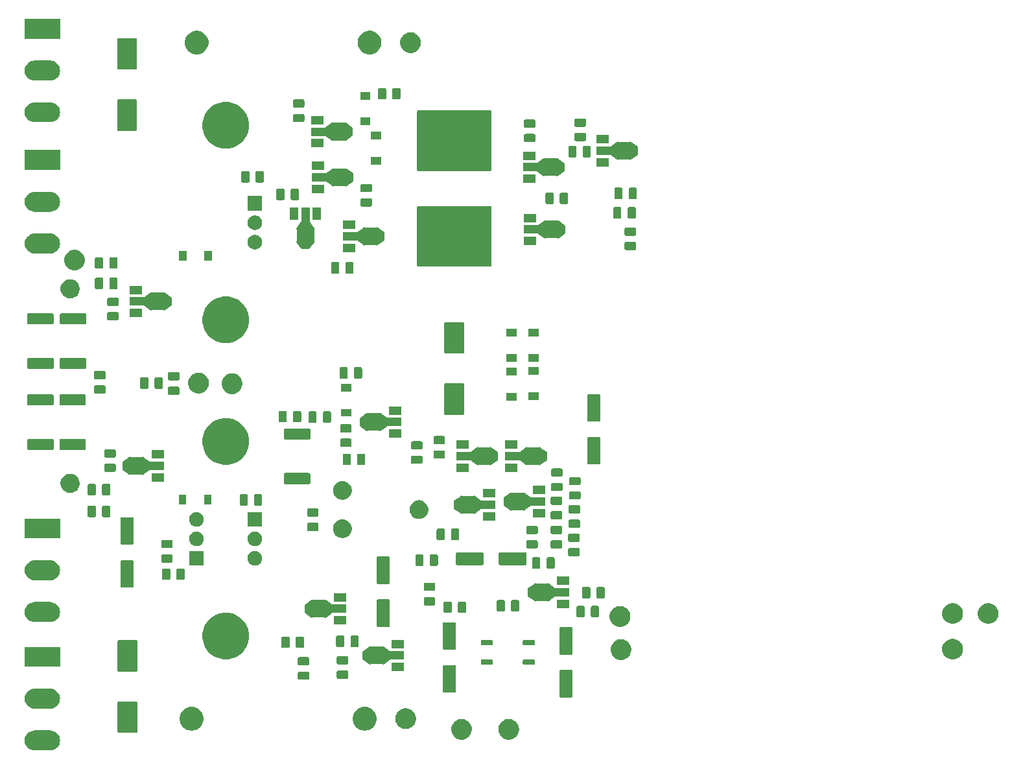
<source format=gbr>
G04 #@! TF.GenerationSoftware,KiCad,Pcbnew,5.1.5-52549c5~84~ubuntu18.04.1*
G04 #@! TF.CreationDate,2020-03-16T16:27:59+13:00*
G04 #@! TF.ProjectId,Trimodal SMD,5472696d-6f64-4616-9c20-534d442e6b69,rev?*
G04 #@! TF.SameCoordinates,Original*
G04 #@! TF.FileFunction,Soldermask,Top*
G04 #@! TF.FilePolarity,Negative*
%FSLAX46Y46*%
G04 Gerber Fmt 4.6, Leading zero omitted, Abs format (unit mm)*
G04 Created by KiCad (PCBNEW 5.1.5-52549c5~84~ubuntu18.04.1) date 2020-03-16 16:27:59*
%MOMM*%
%LPD*%
G04 APERTURE LIST*
%ADD10C,0.100000*%
G04 APERTURE END LIST*
D10*
G36*
X66119972Y-127273912D02*
G01*
X66215540Y-127283325D01*
X66460780Y-127357718D01*
X66686794Y-127478525D01*
X66738399Y-127520876D01*
X66884897Y-127641103D01*
X66988165Y-127766937D01*
X67047475Y-127839206D01*
X67168282Y-128065220D01*
X67242675Y-128310460D01*
X67267794Y-128565500D01*
X67242675Y-128820540D01*
X67168282Y-129065780D01*
X67047475Y-129291794D01*
X67005124Y-129343399D01*
X66884897Y-129489897D01*
X66738399Y-129610124D01*
X66686794Y-129652475D01*
X66460780Y-129773282D01*
X66215540Y-129847675D01*
X66119973Y-129857087D01*
X66024406Y-129866500D01*
X63896594Y-129866500D01*
X63801027Y-129857087D01*
X63705460Y-129847675D01*
X63460220Y-129773282D01*
X63234206Y-129652475D01*
X63182601Y-129610124D01*
X63036103Y-129489897D01*
X62915876Y-129343399D01*
X62873525Y-129291794D01*
X62752718Y-129065780D01*
X62678325Y-128820540D01*
X62653206Y-128565500D01*
X62678325Y-128310460D01*
X62752718Y-128065220D01*
X62873525Y-127839206D01*
X62932835Y-127766937D01*
X63036103Y-127641103D01*
X63182601Y-127520876D01*
X63234206Y-127478525D01*
X63460220Y-127357718D01*
X63705460Y-127283325D01*
X63801028Y-127273912D01*
X63896594Y-127264500D01*
X66024406Y-127264500D01*
X66119972Y-127273912D01*
G37*
G36*
X126251072Y-125827918D02*
G01*
X126383476Y-125882761D01*
X126496939Y-125929759D01*
X126608328Y-126004187D01*
X126718211Y-126077609D01*
X126906391Y-126265789D01*
X127054242Y-126487063D01*
X127156082Y-126732928D01*
X127194734Y-126927242D01*
X127208000Y-126993938D01*
X127208000Y-127260062D01*
X127156082Y-127521072D01*
X127054241Y-127766939D01*
X126906390Y-127988212D01*
X126718212Y-128176390D01*
X126496939Y-128324241D01*
X126496938Y-128324242D01*
X126496937Y-128324242D01*
X126251072Y-128426082D01*
X125990063Y-128478000D01*
X125723937Y-128478000D01*
X125462928Y-128426082D01*
X125217063Y-128324242D01*
X125217062Y-128324242D01*
X125217061Y-128324241D01*
X124995788Y-128176390D01*
X124807610Y-127988212D01*
X124659759Y-127766939D01*
X124557918Y-127521072D01*
X124506000Y-127260062D01*
X124506000Y-126993938D01*
X124519267Y-126927242D01*
X124557918Y-126732928D01*
X124659758Y-126487063D01*
X124807609Y-126265789D01*
X124995789Y-126077609D01*
X125105672Y-126004187D01*
X125217061Y-125929759D01*
X125330525Y-125882761D01*
X125462928Y-125827918D01*
X125723937Y-125776000D01*
X125990063Y-125776000D01*
X126251072Y-125827918D01*
G37*
G36*
X120091572Y-125827918D02*
G01*
X120223976Y-125882761D01*
X120337439Y-125929759D01*
X120448828Y-126004187D01*
X120558711Y-126077609D01*
X120746891Y-126265789D01*
X120894742Y-126487063D01*
X120996582Y-126732928D01*
X121035234Y-126927242D01*
X121048500Y-126993938D01*
X121048500Y-127260062D01*
X120996582Y-127521072D01*
X120894741Y-127766939D01*
X120746890Y-127988212D01*
X120558712Y-128176390D01*
X120337439Y-128324241D01*
X120337438Y-128324242D01*
X120337437Y-128324242D01*
X120091572Y-128426082D01*
X119830563Y-128478000D01*
X119564437Y-128478000D01*
X119303428Y-128426082D01*
X119057563Y-128324242D01*
X119057562Y-128324242D01*
X119057561Y-128324241D01*
X118836288Y-128176390D01*
X118648110Y-127988212D01*
X118500259Y-127766939D01*
X118398418Y-127521072D01*
X118346500Y-127260062D01*
X118346500Y-126993938D01*
X118359767Y-126927242D01*
X118398418Y-126732928D01*
X118500258Y-126487063D01*
X118648109Y-126265789D01*
X118836289Y-126077609D01*
X118946172Y-126004187D01*
X119057561Y-125929759D01*
X119171025Y-125882761D01*
X119303428Y-125827918D01*
X119564437Y-125776000D01*
X119830563Y-125776000D01*
X120091572Y-125827918D01*
G37*
G36*
X77244934Y-123491171D02*
G01*
X77274877Y-123500254D01*
X77302465Y-123515000D01*
X77326651Y-123534849D01*
X77346500Y-123559035D01*
X77361246Y-123586623D01*
X77370329Y-123616566D01*
X77374000Y-123653840D01*
X77374000Y-127423160D01*
X77370329Y-127460434D01*
X77361246Y-127490377D01*
X77346500Y-127517965D01*
X77326651Y-127542151D01*
X77302465Y-127562000D01*
X77274877Y-127576746D01*
X77244934Y-127585829D01*
X77207660Y-127589500D01*
X74938340Y-127589500D01*
X74901066Y-127585829D01*
X74871123Y-127576746D01*
X74843535Y-127562000D01*
X74819349Y-127542151D01*
X74799500Y-127517965D01*
X74784754Y-127490377D01*
X74775671Y-127460434D01*
X74772000Y-127423160D01*
X74772000Y-123653840D01*
X74775671Y-123616566D01*
X74784754Y-123586623D01*
X74799500Y-123559035D01*
X74819349Y-123534849D01*
X74843535Y-123515000D01*
X74871123Y-123500254D01*
X74901066Y-123491171D01*
X74938340Y-123487500D01*
X77207660Y-123487500D01*
X77244934Y-123491171D01*
G37*
G36*
X84725777Y-124202475D02*
G01*
X84907410Y-124238604D01*
X85189674Y-124355521D01*
X85443705Y-124525259D01*
X85659741Y-124741295D01*
X85829479Y-124995326D01*
X85946396Y-125277590D01*
X86006000Y-125577240D01*
X86006000Y-125882760D01*
X85946396Y-126182410D01*
X85829479Y-126464674D01*
X85659741Y-126718705D01*
X85443705Y-126934741D01*
X85189674Y-127104479D01*
X84907410Y-127221396D01*
X84757585Y-127251198D01*
X84607761Y-127281000D01*
X84302239Y-127281000D01*
X84152415Y-127251198D01*
X84002590Y-127221396D01*
X83720326Y-127104479D01*
X83466295Y-126934741D01*
X83250259Y-126718705D01*
X83080521Y-126464674D01*
X82963604Y-126182410D01*
X82904000Y-125882760D01*
X82904000Y-125577240D01*
X82963604Y-125277590D01*
X83080521Y-124995326D01*
X83250259Y-124741295D01*
X83466295Y-124525259D01*
X83720326Y-124355521D01*
X84002590Y-124238604D01*
X84184223Y-124202475D01*
X84302239Y-124179000D01*
X84607761Y-124179000D01*
X84725777Y-124202475D01*
G37*
G36*
X107325777Y-124202475D02*
G01*
X107507410Y-124238604D01*
X107789674Y-124355521D01*
X108043705Y-124525259D01*
X108259741Y-124741295D01*
X108429479Y-124995326D01*
X108546396Y-125277590D01*
X108606000Y-125577240D01*
X108606000Y-125882760D01*
X108546396Y-126182410D01*
X108429479Y-126464674D01*
X108259741Y-126718705D01*
X108043705Y-126934741D01*
X107789674Y-127104479D01*
X107507410Y-127221396D01*
X107357585Y-127251198D01*
X107207761Y-127281000D01*
X106902239Y-127281000D01*
X106752415Y-127251198D01*
X106602590Y-127221396D01*
X106320326Y-127104479D01*
X106066295Y-126934741D01*
X105850259Y-126718705D01*
X105680521Y-126464674D01*
X105563604Y-126182410D01*
X105504000Y-125882760D01*
X105504000Y-125577240D01*
X105563604Y-125277590D01*
X105680521Y-124995326D01*
X105850259Y-124741295D01*
X106066295Y-124525259D01*
X106320326Y-124355521D01*
X106602590Y-124238604D01*
X106784223Y-124202475D01*
X106902239Y-124179000D01*
X107207761Y-124179000D01*
X107325777Y-124202475D01*
G37*
G36*
X112789072Y-124430918D02*
G01*
X113016833Y-124525259D01*
X113034939Y-124532759D01*
X113146328Y-124607187D01*
X113256211Y-124680609D01*
X113444391Y-124868789D01*
X113592242Y-125090063D01*
X113694082Y-125335928D01*
X113746000Y-125596937D01*
X113746000Y-125863063D01*
X113732733Y-125929759D01*
X113694082Y-126124072D01*
X113592241Y-126369939D01*
X113444390Y-126591212D01*
X113256212Y-126779390D01*
X113034939Y-126927241D01*
X113034938Y-126927242D01*
X113034937Y-126927242D01*
X112789072Y-127029082D01*
X112528063Y-127081000D01*
X112261937Y-127081000D01*
X112000928Y-127029082D01*
X111755063Y-126927242D01*
X111755062Y-126927242D01*
X111755061Y-126927241D01*
X111533788Y-126779390D01*
X111345610Y-126591212D01*
X111197759Y-126369939D01*
X111095918Y-126124072D01*
X111057267Y-125929759D01*
X111044000Y-125863063D01*
X111044000Y-125596937D01*
X111095918Y-125335928D01*
X111197758Y-125090063D01*
X111345609Y-124868789D01*
X111533789Y-124680609D01*
X111643672Y-124607187D01*
X111755061Y-124532759D01*
X111773168Y-124525259D01*
X112000928Y-124430918D01*
X112261937Y-124379000D01*
X112528063Y-124379000D01*
X112789072Y-124430918D01*
G37*
G36*
X66119973Y-121823913D02*
G01*
X66215540Y-121833325D01*
X66460780Y-121907718D01*
X66686794Y-122028525D01*
X66737408Y-122070063D01*
X66884897Y-122191103D01*
X66987197Y-122315757D01*
X67047475Y-122389206D01*
X67168282Y-122615220D01*
X67242675Y-122860460D01*
X67267794Y-123115500D01*
X67242675Y-123370540D01*
X67168282Y-123615780D01*
X67047475Y-123841794D01*
X67005124Y-123893399D01*
X66884897Y-124039897D01*
X66738399Y-124160124D01*
X66686794Y-124202475D01*
X66460780Y-124323282D01*
X66215540Y-124397675D01*
X66119973Y-124407087D01*
X66024406Y-124416500D01*
X63896594Y-124416500D01*
X63801027Y-124407087D01*
X63705460Y-124397675D01*
X63460220Y-124323282D01*
X63234206Y-124202475D01*
X63182601Y-124160124D01*
X63036103Y-124039897D01*
X62915876Y-123893399D01*
X62873525Y-123841794D01*
X62752718Y-123615780D01*
X62678325Y-123370540D01*
X62653206Y-123115500D01*
X62678325Y-122860460D01*
X62752718Y-122615220D01*
X62873525Y-122389206D01*
X62933803Y-122315757D01*
X63036103Y-122191103D01*
X63183592Y-122070063D01*
X63234206Y-122028525D01*
X63460220Y-121907718D01*
X63705460Y-121833325D01*
X63801027Y-121823913D01*
X63896594Y-121814500D01*
X66024406Y-121814500D01*
X66119973Y-121823913D01*
G37*
G36*
X134055997Y-119373051D02*
G01*
X134089652Y-119383261D01*
X134120665Y-119399838D01*
X134147851Y-119422149D01*
X134170162Y-119449335D01*
X134186739Y-119480348D01*
X134196949Y-119514003D01*
X134201000Y-119555138D01*
X134201000Y-122784862D01*
X134196949Y-122825997D01*
X134186739Y-122859652D01*
X134170162Y-122890665D01*
X134147851Y-122917851D01*
X134120665Y-122940162D01*
X134089652Y-122956739D01*
X134055997Y-122966949D01*
X134014862Y-122971000D01*
X132685138Y-122971000D01*
X132644003Y-122966949D01*
X132610348Y-122956739D01*
X132579335Y-122940162D01*
X132552149Y-122917851D01*
X132529838Y-122890665D01*
X132513261Y-122859652D01*
X132503051Y-122825997D01*
X132499000Y-122784862D01*
X132499000Y-119555138D01*
X132503051Y-119514003D01*
X132513261Y-119480348D01*
X132529838Y-119449335D01*
X132552149Y-119422149D01*
X132579335Y-119399838D01*
X132610348Y-119383261D01*
X132644003Y-119373051D01*
X132685138Y-119369000D01*
X134014862Y-119369000D01*
X134055997Y-119373051D01*
G37*
G36*
X118815997Y-118738051D02*
G01*
X118849652Y-118748261D01*
X118880665Y-118764838D01*
X118907851Y-118787149D01*
X118930162Y-118814335D01*
X118946739Y-118845348D01*
X118956949Y-118879003D01*
X118961000Y-118920138D01*
X118961000Y-122149862D01*
X118956949Y-122190997D01*
X118946739Y-122224652D01*
X118930162Y-122255665D01*
X118907851Y-122282851D01*
X118880665Y-122305162D01*
X118849652Y-122321739D01*
X118815997Y-122331949D01*
X118774862Y-122336000D01*
X117445138Y-122336000D01*
X117404003Y-122331949D01*
X117370348Y-122321739D01*
X117339335Y-122305162D01*
X117312149Y-122282851D01*
X117289838Y-122255665D01*
X117273261Y-122224652D01*
X117263051Y-122190997D01*
X117259000Y-122149862D01*
X117259000Y-118920138D01*
X117263051Y-118879003D01*
X117273261Y-118845348D01*
X117289838Y-118814335D01*
X117312149Y-118787149D01*
X117339335Y-118764838D01*
X117370348Y-118748261D01*
X117404003Y-118738051D01*
X117445138Y-118734000D01*
X118774862Y-118734000D01*
X118815997Y-118738051D01*
G37*
G36*
X99644468Y-119578065D02*
G01*
X99683138Y-119589796D01*
X99718777Y-119608846D01*
X99750017Y-119634483D01*
X99775654Y-119665723D01*
X99794704Y-119701362D01*
X99806435Y-119740032D01*
X99811000Y-119786388D01*
X99811000Y-120437612D01*
X99806435Y-120483968D01*
X99794704Y-120522638D01*
X99775654Y-120558277D01*
X99750017Y-120589517D01*
X99718777Y-120615154D01*
X99683138Y-120634204D01*
X99644468Y-120645935D01*
X99598112Y-120650500D01*
X98521888Y-120650500D01*
X98475532Y-120645935D01*
X98436862Y-120634204D01*
X98401223Y-120615154D01*
X98369983Y-120589517D01*
X98344346Y-120558277D01*
X98325296Y-120522638D01*
X98313565Y-120483968D01*
X98309000Y-120437612D01*
X98309000Y-119786388D01*
X98313565Y-119740032D01*
X98325296Y-119701362D01*
X98344346Y-119665723D01*
X98369983Y-119634483D01*
X98401223Y-119608846D01*
X98436862Y-119589796D01*
X98475532Y-119578065D01*
X98521888Y-119573500D01*
X99598112Y-119573500D01*
X99644468Y-119578065D01*
G37*
G36*
X104724468Y-119451065D02*
G01*
X104763138Y-119462796D01*
X104798777Y-119481846D01*
X104830017Y-119507483D01*
X104855654Y-119538723D01*
X104874704Y-119574362D01*
X104886435Y-119613032D01*
X104891000Y-119659388D01*
X104891000Y-120310612D01*
X104886435Y-120356968D01*
X104874704Y-120395638D01*
X104855654Y-120431277D01*
X104830017Y-120462517D01*
X104798777Y-120488154D01*
X104763138Y-120507204D01*
X104724468Y-120518935D01*
X104678112Y-120523500D01*
X103601888Y-120523500D01*
X103555532Y-120518935D01*
X103516862Y-120507204D01*
X103481223Y-120488154D01*
X103449983Y-120462517D01*
X103424346Y-120431277D01*
X103405296Y-120395638D01*
X103393565Y-120356968D01*
X103389000Y-120310612D01*
X103389000Y-119659388D01*
X103393565Y-119613032D01*
X103405296Y-119574362D01*
X103424346Y-119538723D01*
X103449983Y-119507483D01*
X103481223Y-119481846D01*
X103516862Y-119462796D01*
X103555532Y-119451065D01*
X103601888Y-119446500D01*
X104678112Y-119446500D01*
X104724468Y-119451065D01*
G37*
G36*
X77244934Y-115491171D02*
G01*
X77274877Y-115500254D01*
X77302465Y-115515000D01*
X77326651Y-115534849D01*
X77346500Y-115559035D01*
X77361246Y-115586623D01*
X77370329Y-115616566D01*
X77374000Y-115653840D01*
X77374000Y-119423160D01*
X77370329Y-119460434D01*
X77361246Y-119490377D01*
X77346500Y-119517965D01*
X77326651Y-119542151D01*
X77302465Y-119562000D01*
X77274877Y-119576746D01*
X77244934Y-119585829D01*
X77207660Y-119589500D01*
X74938340Y-119589500D01*
X74901066Y-119585829D01*
X74871123Y-119576746D01*
X74843535Y-119562000D01*
X74819349Y-119542151D01*
X74799500Y-119517965D01*
X74784754Y-119490377D01*
X74775671Y-119460434D01*
X74772000Y-119423160D01*
X74772000Y-115653840D01*
X74775671Y-115616566D01*
X74784754Y-115586623D01*
X74799500Y-115559035D01*
X74819349Y-115534849D01*
X74843535Y-115515000D01*
X74871123Y-115500254D01*
X74901066Y-115491171D01*
X74938340Y-115487500D01*
X77207660Y-115487500D01*
X77244934Y-115491171D01*
G37*
G36*
X112199500Y-119526000D02*
G01*
X110597500Y-119526000D01*
X110597500Y-118424000D01*
X112199500Y-118424000D01*
X112199500Y-119526000D01*
G37*
G36*
X67261500Y-118966500D02*
G01*
X62659500Y-118966500D01*
X62659500Y-116364500D01*
X67261500Y-116364500D01*
X67261500Y-118966500D01*
G37*
G36*
X99644468Y-117703065D02*
G01*
X99683138Y-117714796D01*
X99718777Y-117733846D01*
X99750017Y-117759483D01*
X99775654Y-117790723D01*
X99794704Y-117826362D01*
X99806435Y-117865032D01*
X99811000Y-117911388D01*
X99811000Y-118562612D01*
X99806435Y-118608968D01*
X99794704Y-118647638D01*
X99775654Y-118683277D01*
X99750017Y-118714517D01*
X99718777Y-118740154D01*
X99683138Y-118759204D01*
X99644468Y-118770935D01*
X99598112Y-118775500D01*
X98521888Y-118775500D01*
X98475532Y-118770935D01*
X98436862Y-118759204D01*
X98401223Y-118740154D01*
X98369983Y-118714517D01*
X98344346Y-118683277D01*
X98325296Y-118647638D01*
X98313565Y-118608968D01*
X98309000Y-118562612D01*
X98309000Y-117911388D01*
X98313565Y-117865032D01*
X98325296Y-117826362D01*
X98344346Y-117790723D01*
X98369983Y-117759483D01*
X98401223Y-117733846D01*
X98436862Y-117714796D01*
X98475532Y-117703065D01*
X98521888Y-117698500D01*
X99598112Y-117698500D01*
X99644468Y-117703065D01*
G37*
G36*
X123674987Y-118040524D02*
G01*
X123693730Y-118046210D01*
X123710997Y-118055439D01*
X123726136Y-118067864D01*
X123738561Y-118083003D01*
X123747790Y-118100270D01*
X123753476Y-118119013D01*
X123756000Y-118144640D01*
X123756000Y-118583360D01*
X123753476Y-118608987D01*
X123747790Y-118627730D01*
X123738561Y-118644997D01*
X123726136Y-118660136D01*
X123710997Y-118672561D01*
X123693730Y-118681790D01*
X123674987Y-118687476D01*
X123649360Y-118690000D01*
X122310640Y-118690000D01*
X122285013Y-118687476D01*
X122266270Y-118681790D01*
X122249003Y-118672561D01*
X122233864Y-118660136D01*
X122221439Y-118644997D01*
X122212210Y-118627730D01*
X122206524Y-118608987D01*
X122204000Y-118583360D01*
X122204000Y-118144640D01*
X122206524Y-118119013D01*
X122212210Y-118100270D01*
X122221439Y-118083003D01*
X122233864Y-118067864D01*
X122249003Y-118055439D01*
X122266270Y-118046210D01*
X122285013Y-118040524D01*
X122310640Y-118038000D01*
X123649360Y-118038000D01*
X123674987Y-118040524D01*
G37*
G36*
X129174987Y-118040524D02*
G01*
X129193730Y-118046210D01*
X129210997Y-118055439D01*
X129226136Y-118067864D01*
X129238561Y-118083003D01*
X129247790Y-118100270D01*
X129253476Y-118119013D01*
X129256000Y-118144640D01*
X129256000Y-118583360D01*
X129253476Y-118608987D01*
X129247790Y-118627730D01*
X129238561Y-118644997D01*
X129226136Y-118660136D01*
X129210997Y-118672561D01*
X129193730Y-118681790D01*
X129174987Y-118687476D01*
X129149360Y-118690000D01*
X127810640Y-118690000D01*
X127785013Y-118687476D01*
X127766270Y-118681790D01*
X127749003Y-118672561D01*
X127733864Y-118660136D01*
X127721439Y-118644997D01*
X127712210Y-118627730D01*
X127706524Y-118608987D01*
X127704000Y-118583360D01*
X127704000Y-118144640D01*
X127706524Y-118119013D01*
X127712210Y-118100270D01*
X127721439Y-118083003D01*
X127733864Y-118067864D01*
X127749003Y-118055439D01*
X127766270Y-118046210D01*
X127785013Y-118040524D01*
X127810640Y-118038000D01*
X129149360Y-118038000D01*
X129174987Y-118040524D01*
G37*
G36*
X107748566Y-116268447D02*
G01*
X107764111Y-116287389D01*
X107783053Y-116302934D01*
X107804664Y-116314485D01*
X107828113Y-116321598D01*
X107852499Y-116324000D01*
X109318701Y-116324000D01*
X109343087Y-116321598D01*
X109366536Y-116314485D01*
X109388147Y-116302934D01*
X109407089Y-116287389D01*
X109422634Y-116268447D01*
X109425025Y-116263974D01*
X109478496Y-116301404D01*
X109499851Y-116313421D01*
X109523140Y-116321041D01*
X109550178Y-116324000D01*
X109561144Y-116324000D01*
X109565515Y-116338410D01*
X109577066Y-116360021D01*
X109592611Y-116378963D01*
X109609317Y-116392978D01*
X110335640Y-116901404D01*
X110356995Y-116913421D01*
X110380284Y-116921041D01*
X110407322Y-116924000D01*
X112203000Y-116924000D01*
X112203000Y-118026000D01*
X110407322Y-118026000D01*
X110382936Y-118028402D01*
X110359487Y-118035515D01*
X110335640Y-118048596D01*
X109609317Y-118557022D01*
X109590716Y-118572974D01*
X109575585Y-118592248D01*
X109564505Y-118614104D01*
X109561176Y-118626000D01*
X109550178Y-118626000D01*
X109525792Y-118628402D01*
X109502343Y-118635515D01*
X109478496Y-118648596D01*
X109425025Y-118686026D01*
X109422634Y-118681553D01*
X109407089Y-118662611D01*
X109388147Y-118647066D01*
X109366536Y-118635515D01*
X109343087Y-118628402D01*
X109318701Y-118626000D01*
X107852499Y-118626000D01*
X107828113Y-118628402D01*
X107804664Y-118635515D01*
X107783053Y-118647066D01*
X107764111Y-118662611D01*
X107748566Y-118681553D01*
X107745949Y-118686450D01*
X107692724Y-118648879D01*
X107671416Y-118636778D01*
X107648157Y-118629067D01*
X107620639Y-118626000D01*
X107609265Y-118626000D01*
X107604485Y-118610243D01*
X107592934Y-118588632D01*
X107577389Y-118569690D01*
X107561086Y-118555958D01*
X106775500Y-118001426D01*
X106775500Y-116948574D01*
X107561086Y-116394042D01*
X107579623Y-116378017D01*
X107594678Y-116358683D01*
X107605672Y-116336784D01*
X107609195Y-116324000D01*
X107620639Y-116324000D01*
X107645025Y-116321598D01*
X107668474Y-116314485D01*
X107692724Y-116301121D01*
X107745949Y-116263550D01*
X107748566Y-116268447D01*
G37*
G36*
X104724468Y-117576065D02*
G01*
X104763138Y-117587796D01*
X104798777Y-117606846D01*
X104830017Y-117632483D01*
X104855654Y-117663723D01*
X104874704Y-117699362D01*
X104886435Y-117738032D01*
X104891000Y-117784388D01*
X104891000Y-118435612D01*
X104886435Y-118481968D01*
X104874704Y-118520638D01*
X104855654Y-118556277D01*
X104830017Y-118587517D01*
X104798777Y-118613154D01*
X104763138Y-118632204D01*
X104724468Y-118643935D01*
X104678112Y-118648500D01*
X103601888Y-118648500D01*
X103555532Y-118643935D01*
X103516862Y-118632204D01*
X103481223Y-118613154D01*
X103449983Y-118587517D01*
X103424346Y-118556277D01*
X103405296Y-118520638D01*
X103393565Y-118481968D01*
X103389000Y-118435612D01*
X103389000Y-117784388D01*
X103393565Y-117738032D01*
X103405296Y-117699362D01*
X103424346Y-117663723D01*
X103449983Y-117632483D01*
X103481223Y-117606846D01*
X103516862Y-117587796D01*
X103555532Y-117576065D01*
X103601888Y-117571500D01*
X104678112Y-117571500D01*
X104724468Y-117576065D01*
G37*
G36*
X140919572Y-115413918D02*
G01*
X141164667Y-115515439D01*
X141165439Y-115515759D01*
X141232054Y-115560270D01*
X141372091Y-115653840D01*
X141386712Y-115663610D01*
X141574890Y-115851788D01*
X141720019Y-116068987D01*
X141722742Y-116073063D01*
X141824582Y-116318928D01*
X141876500Y-116579937D01*
X141876500Y-116846063D01*
X141824582Y-117107072D01*
X141728034Y-117340162D01*
X141722741Y-117352939D01*
X141710673Y-117371000D01*
X141574891Y-117574211D01*
X141386711Y-117762391D01*
X141290972Y-117826362D01*
X141165439Y-117910241D01*
X141165438Y-117910242D01*
X141165437Y-117910242D01*
X140919572Y-118012082D01*
X140658563Y-118064000D01*
X140392437Y-118064000D01*
X140131428Y-118012082D01*
X139885563Y-117910242D01*
X139885562Y-117910242D01*
X139885561Y-117910241D01*
X139760028Y-117826362D01*
X139664289Y-117762391D01*
X139476109Y-117574211D01*
X139340327Y-117371000D01*
X139328259Y-117352939D01*
X139322967Y-117340162D01*
X139226418Y-117107072D01*
X139174500Y-116846063D01*
X139174500Y-116579937D01*
X139226418Y-116318928D01*
X139328258Y-116073063D01*
X139330982Y-116068987D01*
X139476110Y-115851788D01*
X139664288Y-115663610D01*
X139678910Y-115653840D01*
X139818946Y-115560270D01*
X139885561Y-115515759D01*
X139886334Y-115515439D01*
X140131428Y-115413918D01*
X140392437Y-115362000D01*
X140658563Y-115362000D01*
X140919572Y-115413918D01*
G37*
G36*
X184224573Y-115348419D02*
G01*
X184407043Y-115424000D01*
X184470440Y-115450260D01*
X184568464Y-115515758D01*
X184691712Y-115598110D01*
X184879892Y-115786290D01*
X185027743Y-116007564D01*
X185129583Y-116253429D01*
X185181501Y-116514438D01*
X185181501Y-116780564D01*
X185129583Y-117041573D01*
X185053193Y-117225997D01*
X185027742Y-117287440D01*
X184953314Y-117398829D01*
X184879892Y-117508712D01*
X184691712Y-117696892D01*
X184630621Y-117737712D01*
X184470440Y-117844742D01*
X184470439Y-117844743D01*
X184470438Y-117844743D01*
X184224573Y-117946583D01*
X183963564Y-117998501D01*
X183697438Y-117998501D01*
X183436429Y-117946583D01*
X183190564Y-117844743D01*
X183190563Y-117844743D01*
X183190562Y-117844742D01*
X183030381Y-117737712D01*
X182969290Y-117696892D01*
X182781110Y-117508712D01*
X182707688Y-117398829D01*
X182633260Y-117287440D01*
X182607810Y-117225997D01*
X182531419Y-117041573D01*
X182479501Y-116780564D01*
X182479501Y-116514438D01*
X182531419Y-116253429D01*
X182633259Y-116007564D01*
X182781110Y-115786290D01*
X182969290Y-115598110D01*
X183092538Y-115515758D01*
X183190562Y-115450260D01*
X183253960Y-115424000D01*
X183436429Y-115348419D01*
X183697438Y-115296501D01*
X183963564Y-115296501D01*
X184224573Y-115348419D01*
G37*
G36*
X89789943Y-112001248D02*
G01*
X90345189Y-112231238D01*
X90450762Y-112301780D01*
X90844899Y-112565134D01*
X91269866Y-112990101D01*
X91395963Y-113178818D01*
X91603762Y-113489811D01*
X91833752Y-114045057D01*
X91951000Y-114634501D01*
X91951000Y-115235499D01*
X91833752Y-115824943D01*
X91603762Y-116380189D01*
X91514059Y-116514438D01*
X91269866Y-116879899D01*
X90844899Y-117304866D01*
X90593347Y-117472948D01*
X90345189Y-117638762D01*
X89789943Y-117868752D01*
X89200499Y-117986000D01*
X88599501Y-117986000D01*
X88010057Y-117868752D01*
X87454811Y-117638762D01*
X87206653Y-117472948D01*
X86955101Y-117304866D01*
X86530134Y-116879899D01*
X86285941Y-116514438D01*
X86196238Y-116380189D01*
X85966248Y-115824943D01*
X85849000Y-115235499D01*
X85849000Y-114634501D01*
X85966248Y-114045057D01*
X86196238Y-113489811D01*
X86404037Y-113178818D01*
X86530134Y-112990101D01*
X86955101Y-112565134D01*
X87349238Y-112301780D01*
X87454811Y-112231238D01*
X88010057Y-112001248D01*
X88599501Y-111884000D01*
X89200499Y-111884000D01*
X89789943Y-112001248D01*
G37*
G36*
X134055997Y-113773051D02*
G01*
X134089652Y-113783261D01*
X134120665Y-113799838D01*
X134147851Y-113822149D01*
X134170162Y-113849335D01*
X134186739Y-113880348D01*
X134196949Y-113914003D01*
X134201000Y-113955138D01*
X134201000Y-117184862D01*
X134196949Y-117225997D01*
X134186739Y-117259652D01*
X134170162Y-117290665D01*
X134147851Y-117317851D01*
X134120665Y-117340162D01*
X134089652Y-117356739D01*
X134055997Y-117366949D01*
X134014862Y-117371000D01*
X132685138Y-117371000D01*
X132644003Y-117366949D01*
X132610348Y-117356739D01*
X132579335Y-117340162D01*
X132552149Y-117317851D01*
X132529838Y-117290665D01*
X132513261Y-117259652D01*
X132503051Y-117225997D01*
X132499000Y-117184862D01*
X132499000Y-113955138D01*
X132503051Y-113914003D01*
X132513261Y-113880348D01*
X132529838Y-113849335D01*
X132552149Y-113822149D01*
X132579335Y-113799838D01*
X132610348Y-113783261D01*
X132644003Y-113773051D01*
X132685138Y-113769000D01*
X134014862Y-113769000D01*
X134055997Y-113773051D01*
G37*
G36*
X118815997Y-113138051D02*
G01*
X118849652Y-113148261D01*
X118880665Y-113164838D01*
X118907851Y-113187149D01*
X118930162Y-113214335D01*
X118946739Y-113245348D01*
X118956949Y-113279003D01*
X118961000Y-113320138D01*
X118961000Y-116549862D01*
X118956949Y-116590997D01*
X118946739Y-116624652D01*
X118930162Y-116655665D01*
X118907851Y-116682851D01*
X118880665Y-116705162D01*
X118849652Y-116721739D01*
X118815997Y-116731949D01*
X118774862Y-116736000D01*
X117445138Y-116736000D01*
X117404003Y-116731949D01*
X117370348Y-116721739D01*
X117339335Y-116705162D01*
X117312149Y-116682851D01*
X117289838Y-116655665D01*
X117273261Y-116624652D01*
X117263051Y-116590997D01*
X117259000Y-116549862D01*
X117259000Y-113320138D01*
X117263051Y-113279003D01*
X117273261Y-113245348D01*
X117289838Y-113214335D01*
X117312149Y-113187149D01*
X117339335Y-113164838D01*
X117370348Y-113148261D01*
X117404003Y-113138051D01*
X117445138Y-113134000D01*
X118774862Y-113134000D01*
X118815997Y-113138051D01*
G37*
G36*
X112199500Y-116526000D02*
G01*
X110597500Y-116526000D01*
X110597500Y-115424000D01*
X112199500Y-115424000D01*
X112199500Y-116526000D01*
G37*
G36*
X97082468Y-115014065D02*
G01*
X97121138Y-115025796D01*
X97156777Y-115044846D01*
X97188017Y-115070483D01*
X97213654Y-115101723D01*
X97232704Y-115137362D01*
X97244435Y-115176032D01*
X97249000Y-115222388D01*
X97249000Y-116298612D01*
X97244435Y-116344968D01*
X97232704Y-116383638D01*
X97213654Y-116419277D01*
X97188017Y-116450517D01*
X97156777Y-116476154D01*
X97121138Y-116495204D01*
X97082468Y-116506935D01*
X97036112Y-116511500D01*
X96384888Y-116511500D01*
X96338532Y-116506935D01*
X96299862Y-116495204D01*
X96264223Y-116476154D01*
X96232983Y-116450517D01*
X96207346Y-116419277D01*
X96188296Y-116383638D01*
X96176565Y-116344968D01*
X96172000Y-116298612D01*
X96172000Y-115222388D01*
X96176565Y-115176032D01*
X96188296Y-115137362D01*
X96207346Y-115101723D01*
X96232983Y-115070483D01*
X96264223Y-115044846D01*
X96299862Y-115025796D01*
X96338532Y-115014065D01*
X96384888Y-115009500D01*
X97036112Y-115009500D01*
X97082468Y-115014065D01*
G37*
G36*
X98957468Y-115014065D02*
G01*
X98996138Y-115025796D01*
X99031777Y-115044846D01*
X99063017Y-115070483D01*
X99088654Y-115101723D01*
X99107704Y-115137362D01*
X99119435Y-115176032D01*
X99124000Y-115222388D01*
X99124000Y-116298612D01*
X99119435Y-116344968D01*
X99107704Y-116383638D01*
X99088654Y-116419277D01*
X99063017Y-116450517D01*
X99031777Y-116476154D01*
X98996138Y-116495204D01*
X98957468Y-116506935D01*
X98911112Y-116511500D01*
X98259888Y-116511500D01*
X98213532Y-116506935D01*
X98174862Y-116495204D01*
X98139223Y-116476154D01*
X98107983Y-116450517D01*
X98082346Y-116419277D01*
X98063296Y-116383638D01*
X98051565Y-116344968D01*
X98047000Y-116298612D01*
X98047000Y-115222388D01*
X98051565Y-115176032D01*
X98063296Y-115137362D01*
X98082346Y-115101723D01*
X98107983Y-115070483D01*
X98139223Y-115044846D01*
X98174862Y-115025796D01*
X98213532Y-115014065D01*
X98259888Y-115009500D01*
X98911112Y-115009500D01*
X98957468Y-115014065D01*
G37*
G36*
X104224468Y-114887065D02*
G01*
X104263138Y-114898796D01*
X104298777Y-114917846D01*
X104330017Y-114943483D01*
X104355654Y-114974723D01*
X104374704Y-115010362D01*
X104386435Y-115049032D01*
X104391000Y-115095388D01*
X104391000Y-116171612D01*
X104386435Y-116217968D01*
X104374704Y-116256638D01*
X104355654Y-116292277D01*
X104330017Y-116323517D01*
X104298777Y-116349154D01*
X104263138Y-116368204D01*
X104224468Y-116379935D01*
X104178112Y-116384500D01*
X103526888Y-116384500D01*
X103480532Y-116379935D01*
X103441862Y-116368204D01*
X103406223Y-116349154D01*
X103374983Y-116323517D01*
X103349346Y-116292277D01*
X103330296Y-116256638D01*
X103318565Y-116217968D01*
X103314000Y-116171612D01*
X103314000Y-115095388D01*
X103318565Y-115049032D01*
X103330296Y-115010362D01*
X103349346Y-114974723D01*
X103374983Y-114943483D01*
X103406223Y-114917846D01*
X103441862Y-114898796D01*
X103480532Y-114887065D01*
X103526888Y-114882500D01*
X104178112Y-114882500D01*
X104224468Y-114887065D01*
G37*
G36*
X106099468Y-114887065D02*
G01*
X106138138Y-114898796D01*
X106173777Y-114917846D01*
X106205017Y-114943483D01*
X106230654Y-114974723D01*
X106249704Y-115010362D01*
X106261435Y-115049032D01*
X106266000Y-115095388D01*
X106266000Y-116171612D01*
X106261435Y-116217968D01*
X106249704Y-116256638D01*
X106230654Y-116292277D01*
X106205017Y-116323517D01*
X106173777Y-116349154D01*
X106138138Y-116368204D01*
X106099468Y-116379935D01*
X106053112Y-116384500D01*
X105401888Y-116384500D01*
X105355532Y-116379935D01*
X105316862Y-116368204D01*
X105281223Y-116349154D01*
X105249983Y-116323517D01*
X105224346Y-116292277D01*
X105205296Y-116256638D01*
X105193565Y-116217968D01*
X105189000Y-116171612D01*
X105189000Y-115095388D01*
X105193565Y-115049032D01*
X105205296Y-115010362D01*
X105224346Y-114974723D01*
X105249983Y-114943483D01*
X105281223Y-114917846D01*
X105316862Y-114898796D01*
X105355532Y-114887065D01*
X105401888Y-114882500D01*
X106053112Y-114882500D01*
X106099468Y-114887065D01*
G37*
G36*
X129174987Y-115500524D02*
G01*
X129193730Y-115506210D01*
X129210997Y-115515439D01*
X129226136Y-115527864D01*
X129238561Y-115543003D01*
X129247790Y-115560270D01*
X129253476Y-115579013D01*
X129256000Y-115604640D01*
X129256000Y-116043360D01*
X129253476Y-116068987D01*
X129247790Y-116087730D01*
X129238561Y-116104997D01*
X129226136Y-116120136D01*
X129210997Y-116132561D01*
X129193730Y-116141790D01*
X129174987Y-116147476D01*
X129149360Y-116150000D01*
X127810640Y-116150000D01*
X127785013Y-116147476D01*
X127766270Y-116141790D01*
X127749003Y-116132561D01*
X127733864Y-116120136D01*
X127721439Y-116104997D01*
X127712210Y-116087730D01*
X127706524Y-116068987D01*
X127704000Y-116043360D01*
X127704000Y-115604640D01*
X127706524Y-115579013D01*
X127712210Y-115560270D01*
X127721439Y-115543003D01*
X127733864Y-115527864D01*
X127749003Y-115515439D01*
X127766270Y-115506210D01*
X127785013Y-115500524D01*
X127810640Y-115498000D01*
X129149360Y-115498000D01*
X129174987Y-115500524D01*
G37*
G36*
X123674987Y-115500524D02*
G01*
X123693730Y-115506210D01*
X123710997Y-115515439D01*
X123726136Y-115527864D01*
X123738561Y-115543003D01*
X123747790Y-115560270D01*
X123753476Y-115579013D01*
X123756000Y-115604640D01*
X123756000Y-116043360D01*
X123753476Y-116068987D01*
X123747790Y-116087730D01*
X123738561Y-116104997D01*
X123726136Y-116120136D01*
X123710997Y-116132561D01*
X123693730Y-116141790D01*
X123674987Y-116147476D01*
X123649360Y-116150000D01*
X122310640Y-116150000D01*
X122285013Y-116147476D01*
X122266270Y-116141790D01*
X122249003Y-116132561D01*
X122233864Y-116120136D01*
X122221439Y-116104997D01*
X122212210Y-116087730D01*
X122206524Y-116068987D01*
X122204000Y-116043360D01*
X122204000Y-115604640D01*
X122206524Y-115579013D01*
X122212210Y-115560270D01*
X122221439Y-115543003D01*
X122233864Y-115527864D01*
X122249003Y-115515439D01*
X122266270Y-115506210D01*
X122285013Y-115500524D01*
X122310640Y-115498000D01*
X123649360Y-115498000D01*
X123674987Y-115500524D01*
G37*
G36*
X110179997Y-110159551D02*
G01*
X110213652Y-110169761D01*
X110244665Y-110186338D01*
X110271851Y-110208649D01*
X110294162Y-110235835D01*
X110310739Y-110266848D01*
X110320949Y-110300503D01*
X110325000Y-110341638D01*
X110325000Y-113571362D01*
X110320949Y-113612497D01*
X110310739Y-113646152D01*
X110294162Y-113677165D01*
X110271851Y-113704351D01*
X110244665Y-113726662D01*
X110213652Y-113743239D01*
X110179997Y-113753449D01*
X110138862Y-113757500D01*
X108809138Y-113757500D01*
X108768003Y-113753449D01*
X108734348Y-113743239D01*
X108703335Y-113726662D01*
X108676149Y-113704351D01*
X108653838Y-113677165D01*
X108637261Y-113646152D01*
X108627051Y-113612497D01*
X108623000Y-113571362D01*
X108623000Y-110341638D01*
X108627051Y-110300503D01*
X108637261Y-110266848D01*
X108653838Y-110235835D01*
X108676149Y-110208649D01*
X108703335Y-110186338D01*
X108734348Y-110169761D01*
X108768003Y-110159551D01*
X108809138Y-110155500D01*
X110138862Y-110155500D01*
X110179997Y-110159551D01*
G37*
G36*
X140792572Y-111095918D02*
G01*
X140984006Y-111175212D01*
X141038439Y-111197759D01*
X141074550Y-111221888D01*
X141259711Y-111345609D01*
X141447891Y-111533789D01*
X141456358Y-111546461D01*
X141577997Y-111728505D01*
X141595742Y-111755063D01*
X141697582Y-112000928D01*
X141749500Y-112261937D01*
X141749500Y-112528063D01*
X141697582Y-112789072D01*
X141595742Y-113034937D01*
X141450578Y-113252190D01*
X141447890Y-113256212D01*
X141259712Y-113444390D01*
X141038439Y-113592241D01*
X141038438Y-113592242D01*
X141038437Y-113592242D01*
X140792572Y-113694082D01*
X140531563Y-113746000D01*
X140265437Y-113746000D01*
X140004428Y-113694082D01*
X139758563Y-113592242D01*
X139758562Y-113592242D01*
X139758561Y-113592241D01*
X139537288Y-113444390D01*
X139349110Y-113256212D01*
X139346423Y-113252190D01*
X139201258Y-113034937D01*
X139099418Y-112789072D01*
X139047500Y-112528063D01*
X139047500Y-112261937D01*
X139099418Y-112000928D01*
X139201258Y-111755063D01*
X139219004Y-111728505D01*
X139340642Y-111546461D01*
X139349109Y-111533789D01*
X139537289Y-111345609D01*
X139722450Y-111221888D01*
X139758561Y-111197759D01*
X139812995Y-111175212D01*
X140004428Y-111095918D01*
X140265437Y-111044000D01*
X140531563Y-111044000D01*
X140792572Y-111095918D01*
G37*
G36*
X104643000Y-113430000D02*
G01*
X103041000Y-113430000D01*
X103041000Y-112328000D01*
X104643000Y-112328000D01*
X104643000Y-113430000D01*
G37*
G36*
X184224573Y-110698419D02*
G01*
X184263457Y-110714525D01*
X184470440Y-110800260D01*
X184548733Y-110852574D01*
X184691712Y-110948110D01*
X184879892Y-111136290D01*
X185027743Y-111357564D01*
X185129583Y-111603429D01*
X185181501Y-111864438D01*
X185181501Y-112130564D01*
X185129583Y-112391573D01*
X185027743Y-112637438D01*
X184879892Y-112858712D01*
X184691712Y-113046892D01*
X184608489Y-113102500D01*
X184470440Y-113194742D01*
X184470439Y-113194743D01*
X184470438Y-113194743D01*
X184224573Y-113296583D01*
X183963564Y-113348501D01*
X183697438Y-113348501D01*
X183436429Y-113296583D01*
X183190564Y-113194743D01*
X183190563Y-113194743D01*
X183190562Y-113194742D01*
X183052513Y-113102500D01*
X182969290Y-113046892D01*
X182781110Y-112858712D01*
X182633259Y-112637438D01*
X182531419Y-112391573D01*
X182479501Y-112130564D01*
X182479501Y-111864438D01*
X182531419Y-111603429D01*
X182633259Y-111357564D01*
X182781110Y-111136290D01*
X182969290Y-110948110D01*
X183112269Y-110852574D01*
X183190562Y-110800260D01*
X183397546Y-110714525D01*
X183436429Y-110698419D01*
X183697438Y-110646501D01*
X183963564Y-110646501D01*
X184224573Y-110698419D01*
G37*
G36*
X188874573Y-110698419D02*
G01*
X188913457Y-110714525D01*
X189120440Y-110800260D01*
X189198733Y-110852574D01*
X189341712Y-110948110D01*
X189529892Y-111136290D01*
X189677743Y-111357564D01*
X189779583Y-111603429D01*
X189831501Y-111864438D01*
X189831501Y-112130564D01*
X189779583Y-112391573D01*
X189677743Y-112637438D01*
X189529892Y-112858712D01*
X189341712Y-113046892D01*
X189258489Y-113102500D01*
X189120440Y-113194742D01*
X189120439Y-113194743D01*
X189120438Y-113194743D01*
X188874573Y-113296583D01*
X188613564Y-113348501D01*
X188347438Y-113348501D01*
X188086429Y-113296583D01*
X187840564Y-113194743D01*
X187840563Y-113194743D01*
X187840562Y-113194742D01*
X187702513Y-113102500D01*
X187619290Y-113046892D01*
X187431110Y-112858712D01*
X187283259Y-112637438D01*
X187181419Y-112391573D01*
X187129501Y-112130564D01*
X187129501Y-111864438D01*
X187181419Y-111603429D01*
X187283259Y-111357564D01*
X187431110Y-111136290D01*
X187619290Y-110948110D01*
X187762269Y-110852574D01*
X187840562Y-110800260D01*
X188047546Y-110714525D01*
X188086429Y-110698419D01*
X188347438Y-110646501D01*
X188613564Y-110646501D01*
X188874573Y-110698419D01*
G37*
G36*
X66119973Y-110509913D02*
G01*
X66215540Y-110519325D01*
X66460780Y-110593718D01*
X66460782Y-110593719D01*
X66480076Y-110604032D01*
X66686794Y-110714525D01*
X66738399Y-110756876D01*
X66884897Y-110877103D01*
X66993141Y-111009000D01*
X67047475Y-111075206D01*
X67047476Y-111075208D01*
X67127928Y-111225722D01*
X67168282Y-111301220D01*
X67242675Y-111546460D01*
X67267794Y-111801500D01*
X67242675Y-112056540D01*
X67168282Y-112301780D01*
X67047475Y-112527794D01*
X67007131Y-112576953D01*
X66884897Y-112725897D01*
X66738399Y-112846124D01*
X66686794Y-112888475D01*
X66460780Y-113009282D01*
X66215540Y-113083675D01*
X66119973Y-113093087D01*
X66024406Y-113102500D01*
X63896594Y-113102500D01*
X63801027Y-113093087D01*
X63705460Y-113083675D01*
X63460220Y-113009282D01*
X63234206Y-112888475D01*
X63182601Y-112846124D01*
X63036103Y-112725897D01*
X62913869Y-112576953D01*
X62873525Y-112527794D01*
X62752718Y-112301780D01*
X62678325Y-112056540D01*
X62653206Y-111801500D01*
X62678325Y-111546460D01*
X62752718Y-111301220D01*
X62793073Y-111225722D01*
X62873524Y-111075208D01*
X62873525Y-111075206D01*
X62927859Y-111009000D01*
X63036103Y-110877103D01*
X63182601Y-110756876D01*
X63234206Y-110714525D01*
X63440924Y-110604032D01*
X63460218Y-110593719D01*
X63460220Y-110593718D01*
X63705460Y-110519325D01*
X63801027Y-110509913D01*
X63896594Y-110500500D01*
X66024406Y-110500500D01*
X66119973Y-110509913D01*
G37*
G36*
X100192066Y-110172447D02*
G01*
X100207611Y-110191389D01*
X100226553Y-110206934D01*
X100248164Y-110218485D01*
X100271613Y-110225598D01*
X100295999Y-110228000D01*
X101762201Y-110228000D01*
X101786587Y-110225598D01*
X101810036Y-110218485D01*
X101831647Y-110206934D01*
X101850589Y-110191389D01*
X101866134Y-110172447D01*
X101868525Y-110167974D01*
X101921996Y-110205404D01*
X101943351Y-110217421D01*
X101966640Y-110225041D01*
X101993678Y-110228000D01*
X102004644Y-110228000D01*
X102009015Y-110242410D01*
X102020566Y-110264021D01*
X102036111Y-110282963D01*
X102052817Y-110296978D01*
X102779140Y-110805404D01*
X102800495Y-110817421D01*
X102823784Y-110825041D01*
X102850822Y-110828000D01*
X104646500Y-110828000D01*
X104646500Y-111930000D01*
X102850822Y-111930000D01*
X102826436Y-111932402D01*
X102802987Y-111939515D01*
X102779140Y-111952596D01*
X102052817Y-112461022D01*
X102034216Y-112476974D01*
X102019085Y-112496248D01*
X102008005Y-112518104D01*
X102004676Y-112530000D01*
X101993678Y-112530000D01*
X101969292Y-112532402D01*
X101945843Y-112539515D01*
X101921996Y-112552596D01*
X101868525Y-112590026D01*
X101866134Y-112585553D01*
X101850589Y-112566611D01*
X101831647Y-112551066D01*
X101810036Y-112539515D01*
X101786587Y-112532402D01*
X101762201Y-112530000D01*
X100295999Y-112530000D01*
X100271613Y-112532402D01*
X100248164Y-112539515D01*
X100226553Y-112551066D01*
X100207611Y-112566611D01*
X100192066Y-112585553D01*
X100189449Y-112590450D01*
X100136224Y-112552879D01*
X100114916Y-112540778D01*
X100091657Y-112533067D01*
X100064139Y-112530000D01*
X100052765Y-112530000D01*
X100047985Y-112514243D01*
X100036434Y-112492632D01*
X100020889Y-112473690D01*
X100004586Y-112459958D01*
X99219000Y-111905426D01*
X99219000Y-110852574D01*
X100004586Y-110298042D01*
X100023123Y-110282017D01*
X100038178Y-110262683D01*
X100049172Y-110240784D01*
X100052695Y-110228000D01*
X100064139Y-110228000D01*
X100088525Y-110225598D01*
X100111974Y-110218485D01*
X100136224Y-110205121D01*
X100189449Y-110167550D01*
X100192066Y-110172447D01*
G37*
G36*
X137501968Y-111013565D02*
G01*
X137540638Y-111025296D01*
X137576277Y-111044346D01*
X137607517Y-111069983D01*
X137633154Y-111101223D01*
X137652204Y-111136862D01*
X137663935Y-111175532D01*
X137668500Y-111221888D01*
X137668500Y-112298112D01*
X137663935Y-112344468D01*
X137652204Y-112383138D01*
X137633154Y-112418777D01*
X137607517Y-112450017D01*
X137576277Y-112475654D01*
X137540638Y-112494704D01*
X137501968Y-112506435D01*
X137455612Y-112511000D01*
X136804388Y-112511000D01*
X136758032Y-112506435D01*
X136719362Y-112494704D01*
X136683723Y-112475654D01*
X136652483Y-112450017D01*
X136626846Y-112418777D01*
X136607796Y-112383138D01*
X136596065Y-112344468D01*
X136591500Y-112298112D01*
X136591500Y-111221888D01*
X136596065Y-111175532D01*
X136607796Y-111136862D01*
X136626846Y-111101223D01*
X136652483Y-111069983D01*
X136683723Y-111044346D01*
X136719362Y-111025296D01*
X136758032Y-111013565D01*
X136804388Y-111009000D01*
X137455612Y-111009000D01*
X137501968Y-111013565D01*
G37*
G36*
X135626968Y-111013565D02*
G01*
X135665638Y-111025296D01*
X135701277Y-111044346D01*
X135732517Y-111069983D01*
X135758154Y-111101223D01*
X135777204Y-111136862D01*
X135788935Y-111175532D01*
X135793500Y-111221888D01*
X135793500Y-112298112D01*
X135788935Y-112344468D01*
X135777204Y-112383138D01*
X135758154Y-112418777D01*
X135732517Y-112450017D01*
X135701277Y-112475654D01*
X135665638Y-112494704D01*
X135626968Y-112506435D01*
X135580612Y-112511000D01*
X134929388Y-112511000D01*
X134883032Y-112506435D01*
X134844362Y-112494704D01*
X134808723Y-112475654D01*
X134777483Y-112450017D01*
X134751846Y-112418777D01*
X134732796Y-112383138D01*
X134721065Y-112344468D01*
X134716500Y-112298112D01*
X134716500Y-111221888D01*
X134721065Y-111175532D01*
X134732796Y-111136862D01*
X134751846Y-111101223D01*
X134777483Y-111069983D01*
X134808723Y-111044346D01*
X134844362Y-111025296D01*
X134883032Y-111013565D01*
X134929388Y-111009000D01*
X135580612Y-111009000D01*
X135626968Y-111013565D01*
G37*
G36*
X120132968Y-110442065D02*
G01*
X120171638Y-110453796D01*
X120207277Y-110472846D01*
X120238517Y-110498483D01*
X120264154Y-110529723D01*
X120283204Y-110565362D01*
X120294935Y-110604032D01*
X120299500Y-110650388D01*
X120299500Y-111726612D01*
X120294935Y-111772968D01*
X120283204Y-111811638D01*
X120264154Y-111847277D01*
X120238517Y-111878517D01*
X120207277Y-111904154D01*
X120171638Y-111923204D01*
X120132968Y-111934935D01*
X120086612Y-111939500D01*
X119435388Y-111939500D01*
X119389032Y-111934935D01*
X119350362Y-111923204D01*
X119314723Y-111904154D01*
X119283483Y-111878517D01*
X119257846Y-111847277D01*
X119238796Y-111811638D01*
X119227065Y-111772968D01*
X119222500Y-111726612D01*
X119222500Y-110650388D01*
X119227065Y-110604032D01*
X119238796Y-110565362D01*
X119257846Y-110529723D01*
X119283483Y-110498483D01*
X119314723Y-110472846D01*
X119350362Y-110453796D01*
X119389032Y-110442065D01*
X119435388Y-110437500D01*
X120086612Y-110437500D01*
X120132968Y-110442065D01*
G37*
G36*
X118257968Y-110442065D02*
G01*
X118296638Y-110453796D01*
X118332277Y-110472846D01*
X118363517Y-110498483D01*
X118389154Y-110529723D01*
X118408204Y-110565362D01*
X118419935Y-110604032D01*
X118424500Y-110650388D01*
X118424500Y-111726612D01*
X118419935Y-111772968D01*
X118408204Y-111811638D01*
X118389154Y-111847277D01*
X118363517Y-111878517D01*
X118332277Y-111904154D01*
X118296638Y-111923204D01*
X118257968Y-111934935D01*
X118211612Y-111939500D01*
X117560388Y-111939500D01*
X117514032Y-111934935D01*
X117475362Y-111923204D01*
X117439723Y-111904154D01*
X117408483Y-111878517D01*
X117382846Y-111847277D01*
X117363796Y-111811638D01*
X117352065Y-111772968D01*
X117347500Y-111726612D01*
X117347500Y-110650388D01*
X117352065Y-110604032D01*
X117363796Y-110565362D01*
X117382846Y-110529723D01*
X117408483Y-110498483D01*
X117439723Y-110472846D01*
X117475362Y-110453796D01*
X117514032Y-110442065D01*
X117560388Y-110437500D01*
X118211612Y-110437500D01*
X118257968Y-110442065D01*
G37*
G36*
X127054468Y-110251565D02*
G01*
X127093138Y-110263296D01*
X127128777Y-110282346D01*
X127160017Y-110307983D01*
X127185654Y-110339223D01*
X127204704Y-110374862D01*
X127216435Y-110413532D01*
X127221000Y-110459888D01*
X127221000Y-111536112D01*
X127216435Y-111582468D01*
X127204704Y-111621138D01*
X127185654Y-111656777D01*
X127160017Y-111688017D01*
X127128777Y-111713654D01*
X127093138Y-111732704D01*
X127054468Y-111744435D01*
X127008112Y-111749000D01*
X126356888Y-111749000D01*
X126310532Y-111744435D01*
X126271862Y-111732704D01*
X126236223Y-111713654D01*
X126204983Y-111688017D01*
X126179346Y-111656777D01*
X126160296Y-111621138D01*
X126148565Y-111582468D01*
X126144000Y-111536112D01*
X126144000Y-110459888D01*
X126148565Y-110413532D01*
X126160296Y-110374862D01*
X126179346Y-110339223D01*
X126204983Y-110307983D01*
X126236223Y-110282346D01*
X126271862Y-110263296D01*
X126310532Y-110251565D01*
X126356888Y-110247000D01*
X127008112Y-110247000D01*
X127054468Y-110251565D01*
G37*
G36*
X125179468Y-110251565D02*
G01*
X125218138Y-110263296D01*
X125253777Y-110282346D01*
X125285017Y-110307983D01*
X125310654Y-110339223D01*
X125329704Y-110374862D01*
X125341435Y-110413532D01*
X125346000Y-110459888D01*
X125346000Y-111536112D01*
X125341435Y-111582468D01*
X125329704Y-111621138D01*
X125310654Y-111656777D01*
X125285017Y-111688017D01*
X125253777Y-111713654D01*
X125218138Y-111732704D01*
X125179468Y-111744435D01*
X125133112Y-111749000D01*
X124481888Y-111749000D01*
X124435532Y-111744435D01*
X124396862Y-111732704D01*
X124361223Y-111713654D01*
X124329983Y-111688017D01*
X124304346Y-111656777D01*
X124285296Y-111621138D01*
X124273565Y-111582468D01*
X124269000Y-111536112D01*
X124269000Y-110459888D01*
X124273565Y-110413532D01*
X124285296Y-110374862D01*
X124304346Y-110339223D01*
X124329983Y-110307983D01*
X124361223Y-110282346D01*
X124396862Y-110263296D01*
X124435532Y-110251565D01*
X124481888Y-110247000D01*
X125133112Y-110247000D01*
X125179468Y-110251565D01*
G37*
G36*
X133789500Y-111271000D02*
G01*
X132187500Y-111271000D01*
X132187500Y-110169000D01*
X133789500Y-110169000D01*
X133789500Y-111271000D01*
G37*
G36*
X116090968Y-109862565D02*
G01*
X116129638Y-109874296D01*
X116165277Y-109893346D01*
X116196517Y-109918983D01*
X116222154Y-109950223D01*
X116241204Y-109985862D01*
X116252935Y-110024532D01*
X116257500Y-110070888D01*
X116257500Y-110722112D01*
X116252935Y-110768468D01*
X116241204Y-110807138D01*
X116222154Y-110842777D01*
X116196517Y-110874017D01*
X116165277Y-110899654D01*
X116129638Y-110918704D01*
X116090968Y-110930435D01*
X116044612Y-110935000D01*
X114968388Y-110935000D01*
X114922032Y-110930435D01*
X114883362Y-110918704D01*
X114847723Y-110899654D01*
X114816483Y-110874017D01*
X114790846Y-110842777D01*
X114771796Y-110807138D01*
X114760065Y-110768468D01*
X114755500Y-110722112D01*
X114755500Y-110070888D01*
X114760065Y-110024532D01*
X114771796Y-109985862D01*
X114790846Y-109950223D01*
X114816483Y-109918983D01*
X114847723Y-109893346D01*
X114883362Y-109874296D01*
X114922032Y-109862565D01*
X114968388Y-109858000D01*
X116044612Y-109858000D01*
X116090968Y-109862565D01*
G37*
G36*
X129338566Y-108013447D02*
G01*
X129354111Y-108032389D01*
X129373053Y-108047934D01*
X129394664Y-108059485D01*
X129418113Y-108066598D01*
X129442499Y-108069000D01*
X130908701Y-108069000D01*
X130933087Y-108066598D01*
X130956536Y-108059485D01*
X130978147Y-108047934D01*
X130997089Y-108032389D01*
X131012634Y-108013447D01*
X131015025Y-108008974D01*
X131068496Y-108046404D01*
X131089851Y-108058421D01*
X131113140Y-108066041D01*
X131140178Y-108069000D01*
X131151144Y-108069000D01*
X131155515Y-108083410D01*
X131167066Y-108105021D01*
X131182611Y-108123963D01*
X131199317Y-108137978D01*
X131925640Y-108646404D01*
X131946995Y-108658421D01*
X131970284Y-108666041D01*
X131997322Y-108669000D01*
X133793000Y-108669000D01*
X133793000Y-109771000D01*
X131997322Y-109771000D01*
X131972936Y-109773402D01*
X131949487Y-109780515D01*
X131925640Y-109793596D01*
X131199317Y-110302022D01*
X131180716Y-110317974D01*
X131165585Y-110337248D01*
X131154505Y-110359104D01*
X131151176Y-110371000D01*
X131140178Y-110371000D01*
X131115792Y-110373402D01*
X131092343Y-110380515D01*
X131068496Y-110393596D01*
X131015025Y-110431026D01*
X131012634Y-110426553D01*
X130997089Y-110407611D01*
X130978147Y-110392066D01*
X130956536Y-110380515D01*
X130933087Y-110373402D01*
X130908701Y-110371000D01*
X129442499Y-110371000D01*
X129418113Y-110373402D01*
X129394664Y-110380515D01*
X129373053Y-110392066D01*
X129354111Y-110407611D01*
X129338566Y-110426553D01*
X129335949Y-110431450D01*
X129282724Y-110393879D01*
X129261416Y-110381778D01*
X129238157Y-110374067D01*
X129210639Y-110371000D01*
X129199265Y-110371000D01*
X129194485Y-110355243D01*
X129182934Y-110333632D01*
X129167389Y-110314690D01*
X129151086Y-110300958D01*
X128365500Y-109746426D01*
X128365500Y-108693574D01*
X129151086Y-108139042D01*
X129169623Y-108123017D01*
X129184678Y-108103683D01*
X129195672Y-108081784D01*
X129199195Y-108069000D01*
X129210639Y-108069000D01*
X129235025Y-108066598D01*
X129258474Y-108059485D01*
X129282724Y-108046121D01*
X129335949Y-108008550D01*
X129338566Y-108013447D01*
G37*
G36*
X104643000Y-110430000D02*
G01*
X103041000Y-110430000D01*
X103041000Y-109328000D01*
X104643000Y-109328000D01*
X104643000Y-110430000D01*
G37*
G36*
X138230468Y-108537065D02*
G01*
X138269138Y-108548796D01*
X138304777Y-108567846D01*
X138336017Y-108593483D01*
X138361654Y-108624723D01*
X138380704Y-108660362D01*
X138392435Y-108699032D01*
X138397000Y-108745388D01*
X138397000Y-109821612D01*
X138392435Y-109867968D01*
X138380704Y-109906638D01*
X138361654Y-109942277D01*
X138336017Y-109973517D01*
X138304777Y-109999154D01*
X138269138Y-110018204D01*
X138230468Y-110029935D01*
X138184112Y-110034500D01*
X137532888Y-110034500D01*
X137486532Y-110029935D01*
X137447862Y-110018204D01*
X137412223Y-109999154D01*
X137380983Y-109973517D01*
X137355346Y-109942277D01*
X137336296Y-109906638D01*
X137324565Y-109867968D01*
X137320000Y-109821612D01*
X137320000Y-108745388D01*
X137324565Y-108699032D01*
X137336296Y-108660362D01*
X137355346Y-108624723D01*
X137380983Y-108593483D01*
X137412223Y-108567846D01*
X137447862Y-108548796D01*
X137486532Y-108537065D01*
X137532888Y-108532500D01*
X138184112Y-108532500D01*
X138230468Y-108537065D01*
G37*
G36*
X136355468Y-108537065D02*
G01*
X136394138Y-108548796D01*
X136429777Y-108567846D01*
X136461017Y-108593483D01*
X136486654Y-108624723D01*
X136505704Y-108660362D01*
X136517435Y-108699032D01*
X136522000Y-108745388D01*
X136522000Y-109821612D01*
X136517435Y-109867968D01*
X136505704Y-109906638D01*
X136486654Y-109942277D01*
X136461017Y-109973517D01*
X136429777Y-109999154D01*
X136394138Y-110018204D01*
X136355468Y-110029935D01*
X136309112Y-110034500D01*
X135657888Y-110034500D01*
X135611532Y-110029935D01*
X135572862Y-110018204D01*
X135537223Y-109999154D01*
X135505983Y-109973517D01*
X135480346Y-109942277D01*
X135461296Y-109906638D01*
X135449565Y-109867968D01*
X135445000Y-109821612D01*
X135445000Y-108745388D01*
X135449565Y-108699032D01*
X135461296Y-108660362D01*
X135480346Y-108624723D01*
X135505983Y-108593483D01*
X135537223Y-108567846D01*
X135572862Y-108548796D01*
X135611532Y-108537065D01*
X135657888Y-108532500D01*
X136309112Y-108532500D01*
X136355468Y-108537065D01*
G37*
G36*
X116090968Y-107987565D02*
G01*
X116129638Y-107999296D01*
X116165277Y-108018346D01*
X116196517Y-108043983D01*
X116222154Y-108075223D01*
X116241204Y-108110862D01*
X116252935Y-108149532D01*
X116257500Y-108195888D01*
X116257500Y-108847112D01*
X116252935Y-108893468D01*
X116241204Y-108932138D01*
X116222154Y-108967777D01*
X116196517Y-108999017D01*
X116165277Y-109024654D01*
X116129638Y-109043704D01*
X116090968Y-109055435D01*
X116044612Y-109060000D01*
X114968388Y-109060000D01*
X114922032Y-109055435D01*
X114883362Y-109043704D01*
X114847723Y-109024654D01*
X114816483Y-108999017D01*
X114790846Y-108967777D01*
X114771796Y-108932138D01*
X114760065Y-108893468D01*
X114755500Y-108847112D01*
X114755500Y-108195888D01*
X114760065Y-108149532D01*
X114771796Y-108110862D01*
X114790846Y-108075223D01*
X114816483Y-108043983D01*
X114847723Y-108018346D01*
X114883362Y-107999296D01*
X114922032Y-107987565D01*
X114968388Y-107983000D01*
X116044612Y-107983000D01*
X116090968Y-107987565D01*
G37*
G36*
X76715497Y-105022051D02*
G01*
X76749152Y-105032261D01*
X76780165Y-105048838D01*
X76807351Y-105071149D01*
X76829662Y-105098335D01*
X76846239Y-105129348D01*
X76856449Y-105163003D01*
X76860500Y-105204138D01*
X76860500Y-108433862D01*
X76856449Y-108474997D01*
X76846239Y-108508652D01*
X76829662Y-108539665D01*
X76807351Y-108566851D01*
X76780165Y-108589162D01*
X76749152Y-108605739D01*
X76715497Y-108615949D01*
X76674362Y-108620000D01*
X75344638Y-108620000D01*
X75303503Y-108615949D01*
X75269848Y-108605739D01*
X75238835Y-108589162D01*
X75211649Y-108566851D01*
X75189338Y-108539665D01*
X75172761Y-108508652D01*
X75162551Y-108474997D01*
X75158500Y-108433862D01*
X75158500Y-105204138D01*
X75162551Y-105163003D01*
X75172761Y-105129348D01*
X75189338Y-105098335D01*
X75211649Y-105071149D01*
X75238835Y-105048838D01*
X75269848Y-105032261D01*
X75303503Y-105022051D01*
X75344638Y-105018000D01*
X76674362Y-105018000D01*
X76715497Y-105022051D01*
G37*
G36*
X133789500Y-108271000D02*
G01*
X132187500Y-108271000D01*
X132187500Y-107169000D01*
X133789500Y-107169000D01*
X133789500Y-108271000D01*
G37*
G36*
X110179997Y-104559551D02*
G01*
X110213652Y-104569761D01*
X110244665Y-104586338D01*
X110271851Y-104608649D01*
X110294162Y-104635835D01*
X110310739Y-104666848D01*
X110320949Y-104700503D01*
X110325000Y-104741638D01*
X110325000Y-107971362D01*
X110320949Y-108012497D01*
X110310739Y-108046152D01*
X110294162Y-108077165D01*
X110271851Y-108104351D01*
X110244665Y-108126662D01*
X110213652Y-108143239D01*
X110179997Y-108153449D01*
X110138862Y-108157500D01*
X108809138Y-108157500D01*
X108768003Y-108153449D01*
X108734348Y-108143239D01*
X108703335Y-108126662D01*
X108676149Y-108104351D01*
X108653838Y-108077165D01*
X108637261Y-108046152D01*
X108627051Y-108012497D01*
X108623000Y-107971362D01*
X108623000Y-104741638D01*
X108627051Y-104700503D01*
X108637261Y-104666848D01*
X108653838Y-104635835D01*
X108676149Y-104608649D01*
X108703335Y-104586338D01*
X108734348Y-104569761D01*
X108768003Y-104559551D01*
X108809138Y-104555500D01*
X110138862Y-104555500D01*
X110179997Y-104559551D01*
G37*
G36*
X66043656Y-105052396D02*
G01*
X66215540Y-105069325D01*
X66460780Y-105143718D01*
X66686794Y-105264525D01*
X66710447Y-105283937D01*
X66884897Y-105427103D01*
X66996652Y-105563278D01*
X67047475Y-105625206D01*
X67168282Y-105851220D01*
X67242675Y-106096460D01*
X67267794Y-106351500D01*
X67242675Y-106606540D01*
X67168282Y-106851780D01*
X67047475Y-107077794D01*
X67005124Y-107129399D01*
X66884897Y-107275897D01*
X66746131Y-107389778D01*
X66686794Y-107438475D01*
X66460780Y-107559282D01*
X66215540Y-107633675D01*
X66119973Y-107643087D01*
X66024406Y-107652500D01*
X63896594Y-107652500D01*
X63801027Y-107643087D01*
X63705460Y-107633675D01*
X63460220Y-107559282D01*
X63234206Y-107438475D01*
X63174869Y-107389778D01*
X63036103Y-107275897D01*
X62915876Y-107129399D01*
X62873525Y-107077794D01*
X62752718Y-106851780D01*
X62678325Y-106606540D01*
X62653206Y-106351500D01*
X62678325Y-106096460D01*
X62752718Y-105851220D01*
X62873525Y-105625206D01*
X62924348Y-105563278D01*
X63036103Y-105427103D01*
X63210553Y-105283937D01*
X63234206Y-105264525D01*
X63460220Y-105143718D01*
X63705460Y-105069325D01*
X63877344Y-105052396D01*
X63896594Y-105050500D01*
X66024406Y-105050500D01*
X66043656Y-105052396D01*
G37*
G36*
X83366468Y-106109065D02*
G01*
X83405138Y-106120796D01*
X83440777Y-106139846D01*
X83472017Y-106165483D01*
X83497654Y-106196723D01*
X83516704Y-106232362D01*
X83528435Y-106271032D01*
X83533000Y-106317388D01*
X83533000Y-107393612D01*
X83528435Y-107439968D01*
X83516704Y-107478638D01*
X83497654Y-107514277D01*
X83472017Y-107545517D01*
X83440777Y-107571154D01*
X83405138Y-107590204D01*
X83366468Y-107601935D01*
X83320112Y-107606500D01*
X82668888Y-107606500D01*
X82622532Y-107601935D01*
X82583862Y-107590204D01*
X82548223Y-107571154D01*
X82516983Y-107545517D01*
X82491346Y-107514277D01*
X82472296Y-107478638D01*
X82460565Y-107439968D01*
X82456000Y-107393612D01*
X82456000Y-106317388D01*
X82460565Y-106271032D01*
X82472296Y-106232362D01*
X82491346Y-106196723D01*
X82516983Y-106165483D01*
X82548223Y-106139846D01*
X82583862Y-106120796D01*
X82622532Y-106109065D01*
X82668888Y-106104500D01*
X83320112Y-106104500D01*
X83366468Y-106109065D01*
G37*
G36*
X81491468Y-106109065D02*
G01*
X81530138Y-106120796D01*
X81565777Y-106139846D01*
X81597017Y-106165483D01*
X81622654Y-106196723D01*
X81641704Y-106232362D01*
X81653435Y-106271032D01*
X81658000Y-106317388D01*
X81658000Y-107393612D01*
X81653435Y-107439968D01*
X81641704Y-107478638D01*
X81622654Y-107514277D01*
X81597017Y-107545517D01*
X81565777Y-107571154D01*
X81530138Y-107590204D01*
X81491468Y-107601935D01*
X81445112Y-107606500D01*
X80793888Y-107606500D01*
X80747532Y-107601935D01*
X80708862Y-107590204D01*
X80673223Y-107571154D01*
X80641983Y-107545517D01*
X80616346Y-107514277D01*
X80597296Y-107478638D01*
X80585565Y-107439968D01*
X80581000Y-107393612D01*
X80581000Y-106317388D01*
X80585565Y-106271032D01*
X80597296Y-106232362D01*
X80616346Y-106196723D01*
X80641983Y-106165483D01*
X80673223Y-106139846D01*
X80708862Y-106120796D01*
X80747532Y-106109065D01*
X80793888Y-106104500D01*
X81445112Y-106104500D01*
X81491468Y-106109065D01*
G37*
G36*
X129814968Y-104663565D02*
G01*
X129853638Y-104675296D01*
X129889277Y-104694346D01*
X129920517Y-104719983D01*
X129946154Y-104751223D01*
X129965204Y-104786862D01*
X129976935Y-104825532D01*
X129981500Y-104871888D01*
X129981500Y-105948112D01*
X129976935Y-105994468D01*
X129965204Y-106033138D01*
X129946154Y-106068777D01*
X129920517Y-106100017D01*
X129889277Y-106125654D01*
X129853638Y-106144704D01*
X129814968Y-106156435D01*
X129768612Y-106161000D01*
X129117388Y-106161000D01*
X129071032Y-106156435D01*
X129032362Y-106144704D01*
X128996723Y-106125654D01*
X128965483Y-106100017D01*
X128939846Y-106068777D01*
X128920796Y-106033138D01*
X128909065Y-105994468D01*
X128904500Y-105948112D01*
X128904500Y-104871888D01*
X128909065Y-104825532D01*
X128920796Y-104786862D01*
X128939846Y-104751223D01*
X128965483Y-104719983D01*
X128996723Y-104694346D01*
X129032362Y-104675296D01*
X129071032Y-104663565D01*
X129117388Y-104659000D01*
X129768612Y-104659000D01*
X129814968Y-104663565D01*
G37*
G36*
X131689968Y-104663565D02*
G01*
X131728638Y-104675296D01*
X131764277Y-104694346D01*
X131795517Y-104719983D01*
X131821154Y-104751223D01*
X131840204Y-104786862D01*
X131851935Y-104825532D01*
X131856500Y-104871888D01*
X131856500Y-105948112D01*
X131851935Y-105994468D01*
X131840204Y-106033138D01*
X131821154Y-106068777D01*
X131795517Y-106100017D01*
X131764277Y-106125654D01*
X131728638Y-106144704D01*
X131689968Y-106156435D01*
X131643612Y-106161000D01*
X130992388Y-106161000D01*
X130946032Y-106156435D01*
X130907362Y-106144704D01*
X130871723Y-106125654D01*
X130840483Y-106100017D01*
X130814846Y-106068777D01*
X130795796Y-106033138D01*
X130784065Y-105994468D01*
X130779500Y-105948112D01*
X130779500Y-104871888D01*
X130784065Y-104825532D01*
X130795796Y-104786862D01*
X130814846Y-104751223D01*
X130840483Y-104719983D01*
X130871723Y-104694346D01*
X130907362Y-104675296D01*
X130946032Y-104663565D01*
X130992388Y-104659000D01*
X131643612Y-104659000D01*
X131689968Y-104663565D01*
G37*
G36*
X116449968Y-104282565D02*
G01*
X116488638Y-104294296D01*
X116524277Y-104313346D01*
X116555517Y-104338983D01*
X116581154Y-104370223D01*
X116600204Y-104405862D01*
X116611935Y-104444532D01*
X116616500Y-104490888D01*
X116616500Y-105567112D01*
X116611935Y-105613468D01*
X116600204Y-105652138D01*
X116581154Y-105687777D01*
X116555517Y-105719017D01*
X116524277Y-105744654D01*
X116488638Y-105763704D01*
X116449968Y-105775435D01*
X116403612Y-105780000D01*
X115752388Y-105780000D01*
X115706032Y-105775435D01*
X115667362Y-105763704D01*
X115631723Y-105744654D01*
X115600483Y-105719017D01*
X115574846Y-105687777D01*
X115555796Y-105652138D01*
X115544065Y-105613468D01*
X115539500Y-105567112D01*
X115539500Y-104490888D01*
X115544065Y-104444532D01*
X115555796Y-104405862D01*
X115574846Y-104370223D01*
X115600483Y-104338983D01*
X115631723Y-104313346D01*
X115667362Y-104294296D01*
X115706032Y-104282565D01*
X115752388Y-104278000D01*
X116403612Y-104278000D01*
X116449968Y-104282565D01*
G37*
G36*
X114574968Y-104282565D02*
G01*
X114613638Y-104294296D01*
X114649277Y-104313346D01*
X114680517Y-104338983D01*
X114706154Y-104370223D01*
X114725204Y-104405862D01*
X114736935Y-104444532D01*
X114741500Y-104490888D01*
X114741500Y-105567112D01*
X114736935Y-105613468D01*
X114725204Y-105652138D01*
X114706154Y-105687777D01*
X114680517Y-105719017D01*
X114649277Y-105744654D01*
X114613638Y-105763704D01*
X114574968Y-105775435D01*
X114528612Y-105780000D01*
X113877388Y-105780000D01*
X113831032Y-105775435D01*
X113792362Y-105763704D01*
X113756723Y-105744654D01*
X113725483Y-105719017D01*
X113699846Y-105687777D01*
X113680796Y-105652138D01*
X113669065Y-105613468D01*
X113664500Y-105567112D01*
X113664500Y-104490888D01*
X113669065Y-104444532D01*
X113680796Y-104405862D01*
X113699846Y-104370223D01*
X113725483Y-104338983D01*
X113756723Y-104313346D01*
X113792362Y-104294296D01*
X113831032Y-104282565D01*
X113877388Y-104278000D01*
X114528612Y-104278000D01*
X114574968Y-104282565D01*
G37*
G36*
X86041000Y-105726000D02*
G01*
X84139000Y-105726000D01*
X84139000Y-103824000D01*
X86041000Y-103824000D01*
X86041000Y-105726000D01*
G37*
G36*
X92987395Y-103860546D02*
G01*
X93160466Y-103932234D01*
X93160467Y-103932235D01*
X93316227Y-104036310D01*
X93448690Y-104168773D01*
X93470594Y-104201555D01*
X93552766Y-104324534D01*
X93624454Y-104497605D01*
X93661000Y-104681333D01*
X93661000Y-104868667D01*
X93624454Y-105052395D01*
X93552766Y-105225466D01*
X93524253Y-105268139D01*
X93448690Y-105381227D01*
X93316227Y-105513690D01*
X93298802Y-105525333D01*
X93160466Y-105617766D01*
X92987395Y-105689454D01*
X92803667Y-105726000D01*
X92616333Y-105726000D01*
X92432605Y-105689454D01*
X92259534Y-105617766D01*
X92121198Y-105525333D01*
X92103773Y-105513690D01*
X91971310Y-105381227D01*
X91895747Y-105268139D01*
X91867234Y-105225466D01*
X91795546Y-105052395D01*
X91759000Y-104868667D01*
X91759000Y-104681333D01*
X91795546Y-104497605D01*
X91867234Y-104324534D01*
X91949406Y-104201555D01*
X91971310Y-104168773D01*
X92103773Y-104036310D01*
X92259533Y-103932235D01*
X92259534Y-103932234D01*
X92432605Y-103860546D01*
X92616333Y-103824000D01*
X92803667Y-103824000D01*
X92987395Y-103860546D01*
G37*
G36*
X128020997Y-103991551D02*
G01*
X128054652Y-104001761D01*
X128085665Y-104018338D01*
X128112851Y-104040649D01*
X128135162Y-104067835D01*
X128151739Y-104098848D01*
X128161949Y-104132503D01*
X128166000Y-104173638D01*
X128166000Y-105503362D01*
X128161949Y-105544497D01*
X128151739Y-105578152D01*
X128135162Y-105609165D01*
X128112851Y-105636351D01*
X128085665Y-105658662D01*
X128054652Y-105675239D01*
X128020997Y-105685449D01*
X127979862Y-105689500D01*
X124750138Y-105689500D01*
X124709003Y-105685449D01*
X124675348Y-105675239D01*
X124644335Y-105658662D01*
X124617149Y-105636351D01*
X124594838Y-105609165D01*
X124578261Y-105578152D01*
X124568051Y-105544497D01*
X124564000Y-105503362D01*
X124564000Y-104173638D01*
X124568051Y-104132503D01*
X124578261Y-104098848D01*
X124594838Y-104067835D01*
X124617149Y-104040649D01*
X124644335Y-104018338D01*
X124675348Y-104001761D01*
X124709003Y-103991551D01*
X124750138Y-103987500D01*
X127979862Y-103987500D01*
X128020997Y-103991551D01*
G37*
G36*
X122420997Y-103991551D02*
G01*
X122454652Y-104001761D01*
X122485665Y-104018338D01*
X122512851Y-104040649D01*
X122535162Y-104067835D01*
X122551739Y-104098848D01*
X122561949Y-104132503D01*
X122566000Y-104173638D01*
X122566000Y-105503362D01*
X122561949Y-105544497D01*
X122551739Y-105578152D01*
X122535162Y-105609165D01*
X122512851Y-105636351D01*
X122485665Y-105658662D01*
X122454652Y-105675239D01*
X122420997Y-105685449D01*
X122379862Y-105689500D01*
X119150138Y-105689500D01*
X119109003Y-105685449D01*
X119075348Y-105675239D01*
X119044335Y-105658662D01*
X119017149Y-105636351D01*
X118994838Y-105609165D01*
X118978261Y-105578152D01*
X118968051Y-105544497D01*
X118964000Y-105503362D01*
X118964000Y-104173638D01*
X118968051Y-104132503D01*
X118978261Y-104098848D01*
X118994838Y-104067835D01*
X119017149Y-104040649D01*
X119044335Y-104018338D01*
X119075348Y-104001761D01*
X119109003Y-103991551D01*
X119150138Y-103987500D01*
X122379862Y-103987500D01*
X122420997Y-103991551D01*
G37*
G36*
X81800968Y-104274565D02*
G01*
X81839638Y-104286296D01*
X81875277Y-104305346D01*
X81906517Y-104330983D01*
X81932154Y-104362223D01*
X81951204Y-104397862D01*
X81962935Y-104436532D01*
X81967500Y-104482888D01*
X81967500Y-105134112D01*
X81962935Y-105180468D01*
X81951204Y-105219138D01*
X81932154Y-105254777D01*
X81906517Y-105286017D01*
X81875277Y-105311654D01*
X81839638Y-105330704D01*
X81800968Y-105342435D01*
X81754612Y-105347000D01*
X80678388Y-105347000D01*
X80632032Y-105342435D01*
X80593362Y-105330704D01*
X80557723Y-105311654D01*
X80526483Y-105286017D01*
X80500846Y-105254777D01*
X80481796Y-105219138D01*
X80470065Y-105180468D01*
X80465500Y-105134112D01*
X80465500Y-104482888D01*
X80470065Y-104436532D01*
X80481796Y-104397862D01*
X80500846Y-104362223D01*
X80526483Y-104330983D01*
X80557723Y-104305346D01*
X80593362Y-104286296D01*
X80632032Y-104274565D01*
X80678388Y-104270000D01*
X81754612Y-104270000D01*
X81800968Y-104274565D01*
G37*
G36*
X134950468Y-103449065D02*
G01*
X134989138Y-103460796D01*
X135024777Y-103479846D01*
X135056017Y-103505483D01*
X135081654Y-103536723D01*
X135100704Y-103572362D01*
X135112435Y-103611032D01*
X135117000Y-103657388D01*
X135117000Y-104308612D01*
X135112435Y-104354968D01*
X135100704Y-104393638D01*
X135081654Y-104429277D01*
X135056017Y-104460517D01*
X135024777Y-104486154D01*
X134989138Y-104505204D01*
X134950468Y-104516935D01*
X134904112Y-104521500D01*
X133827888Y-104521500D01*
X133781532Y-104516935D01*
X133742862Y-104505204D01*
X133707223Y-104486154D01*
X133675983Y-104460517D01*
X133650346Y-104429277D01*
X133631296Y-104393638D01*
X133619565Y-104354968D01*
X133615000Y-104308612D01*
X133615000Y-103657388D01*
X133619565Y-103611032D01*
X133631296Y-103572362D01*
X133650346Y-103536723D01*
X133675983Y-103505483D01*
X133707223Y-103479846D01*
X133742862Y-103460796D01*
X133781532Y-103449065D01*
X133827888Y-103444500D01*
X134904112Y-103444500D01*
X134950468Y-103449065D01*
G37*
G36*
X132664468Y-102433065D02*
G01*
X132703138Y-102444796D01*
X132738777Y-102463846D01*
X132770017Y-102489483D01*
X132795654Y-102520723D01*
X132814704Y-102556362D01*
X132826435Y-102595032D01*
X132831000Y-102641388D01*
X132831000Y-103292612D01*
X132826435Y-103338968D01*
X132814704Y-103377638D01*
X132795654Y-103413277D01*
X132770017Y-103444517D01*
X132738777Y-103470154D01*
X132703138Y-103489204D01*
X132664468Y-103500935D01*
X132618112Y-103505500D01*
X131541888Y-103505500D01*
X131495532Y-103500935D01*
X131456862Y-103489204D01*
X131421223Y-103470154D01*
X131389983Y-103444517D01*
X131364346Y-103413277D01*
X131345296Y-103377638D01*
X131333565Y-103338968D01*
X131329000Y-103292612D01*
X131329000Y-102641388D01*
X131333565Y-102595032D01*
X131345296Y-102556362D01*
X131364346Y-102520723D01*
X131389983Y-102489483D01*
X131421223Y-102463846D01*
X131456862Y-102444796D01*
X131495532Y-102433065D01*
X131541888Y-102428500D01*
X132618112Y-102428500D01*
X132664468Y-102433065D01*
G37*
G36*
X129489468Y-102433065D02*
G01*
X129528138Y-102444796D01*
X129563777Y-102463846D01*
X129595017Y-102489483D01*
X129620654Y-102520723D01*
X129639704Y-102556362D01*
X129651435Y-102595032D01*
X129656000Y-102641388D01*
X129656000Y-103292612D01*
X129651435Y-103338968D01*
X129639704Y-103377638D01*
X129620654Y-103413277D01*
X129595017Y-103444517D01*
X129563777Y-103470154D01*
X129528138Y-103489204D01*
X129489468Y-103500935D01*
X129443112Y-103505500D01*
X128366888Y-103505500D01*
X128320532Y-103500935D01*
X128281862Y-103489204D01*
X128246223Y-103470154D01*
X128214983Y-103444517D01*
X128189346Y-103413277D01*
X128170296Y-103377638D01*
X128158565Y-103338968D01*
X128154000Y-103292612D01*
X128154000Y-102641388D01*
X128158565Y-102595032D01*
X128170296Y-102556362D01*
X128189346Y-102520723D01*
X128214983Y-102489483D01*
X128246223Y-102463846D01*
X128281862Y-102444796D01*
X128320532Y-102433065D01*
X128366888Y-102428500D01*
X129443112Y-102428500D01*
X129489468Y-102433065D01*
G37*
G36*
X81800968Y-102399565D02*
G01*
X81839638Y-102411296D01*
X81875277Y-102430346D01*
X81906517Y-102455983D01*
X81932154Y-102487223D01*
X81951204Y-102522862D01*
X81962935Y-102561532D01*
X81967500Y-102607888D01*
X81967500Y-103259112D01*
X81962935Y-103305468D01*
X81951204Y-103344138D01*
X81932154Y-103379777D01*
X81906517Y-103411017D01*
X81875277Y-103436654D01*
X81839638Y-103455704D01*
X81800968Y-103467435D01*
X81754612Y-103472000D01*
X80678388Y-103472000D01*
X80632032Y-103467435D01*
X80593362Y-103455704D01*
X80557723Y-103436654D01*
X80526483Y-103411017D01*
X80500846Y-103379777D01*
X80481796Y-103344138D01*
X80470065Y-103305468D01*
X80465500Y-103259112D01*
X80465500Y-102607888D01*
X80470065Y-102561532D01*
X80481796Y-102522862D01*
X80500846Y-102487223D01*
X80526483Y-102455983D01*
X80557723Y-102430346D01*
X80593362Y-102411296D01*
X80632032Y-102399565D01*
X80678388Y-102395000D01*
X81754612Y-102395000D01*
X81800968Y-102399565D01*
G37*
G36*
X85367395Y-101320546D02*
G01*
X85540466Y-101392234D01*
X85540467Y-101392235D01*
X85696227Y-101496310D01*
X85828690Y-101628773D01*
X85829844Y-101630500D01*
X85932766Y-101784534D01*
X86004454Y-101957605D01*
X86041000Y-102141333D01*
X86041000Y-102328667D01*
X86004454Y-102512395D01*
X85932766Y-102685466D01*
X85932765Y-102685467D01*
X85828690Y-102841227D01*
X85696227Y-102973690D01*
X85632982Y-103015949D01*
X85540466Y-103077766D01*
X85367395Y-103149454D01*
X85183667Y-103186000D01*
X84996333Y-103186000D01*
X84812605Y-103149454D01*
X84639534Y-103077766D01*
X84547018Y-103015949D01*
X84483773Y-102973690D01*
X84351310Y-102841227D01*
X84247235Y-102685467D01*
X84247234Y-102685466D01*
X84175546Y-102512395D01*
X84139000Y-102328667D01*
X84139000Y-102141333D01*
X84175546Y-101957605D01*
X84247234Y-101784534D01*
X84350156Y-101630500D01*
X84351310Y-101628773D01*
X84483773Y-101496310D01*
X84639533Y-101392235D01*
X84639534Y-101392234D01*
X84812605Y-101320546D01*
X84996333Y-101284000D01*
X85183667Y-101284000D01*
X85367395Y-101320546D01*
G37*
G36*
X92987395Y-101320546D02*
G01*
X93160466Y-101392234D01*
X93160467Y-101392235D01*
X93316227Y-101496310D01*
X93448690Y-101628773D01*
X93449844Y-101630500D01*
X93552766Y-101784534D01*
X93624454Y-101957605D01*
X93661000Y-102141333D01*
X93661000Y-102328667D01*
X93624454Y-102512395D01*
X93552766Y-102685466D01*
X93552765Y-102685467D01*
X93448690Y-102841227D01*
X93316227Y-102973690D01*
X93252982Y-103015949D01*
X93160466Y-103077766D01*
X92987395Y-103149454D01*
X92803667Y-103186000D01*
X92616333Y-103186000D01*
X92432605Y-103149454D01*
X92259534Y-103077766D01*
X92167018Y-103015949D01*
X92103773Y-102973690D01*
X91971310Y-102841227D01*
X91867235Y-102685467D01*
X91867234Y-102685466D01*
X91795546Y-102512395D01*
X91759000Y-102328667D01*
X91759000Y-102141333D01*
X91795546Y-101957605D01*
X91867234Y-101784534D01*
X91970156Y-101630500D01*
X91971310Y-101628773D01*
X92103773Y-101496310D01*
X92259533Y-101392235D01*
X92259534Y-101392234D01*
X92432605Y-101320546D01*
X92616333Y-101284000D01*
X92803667Y-101284000D01*
X92987395Y-101320546D01*
G37*
G36*
X76715497Y-99422051D02*
G01*
X76749152Y-99432261D01*
X76780165Y-99448838D01*
X76807351Y-99471149D01*
X76829662Y-99498335D01*
X76846239Y-99529348D01*
X76856449Y-99563003D01*
X76860500Y-99604138D01*
X76860500Y-102833862D01*
X76856449Y-102874997D01*
X76846239Y-102908652D01*
X76829662Y-102939665D01*
X76807353Y-102966850D01*
X76780165Y-102989162D01*
X76749152Y-103005739D01*
X76715497Y-103015949D01*
X76674362Y-103020000D01*
X75344638Y-103020000D01*
X75303503Y-103015949D01*
X75269848Y-103005739D01*
X75238835Y-102989162D01*
X75211647Y-102966850D01*
X75189338Y-102939665D01*
X75172761Y-102908652D01*
X75162551Y-102874997D01*
X75158500Y-102833862D01*
X75158500Y-99604138D01*
X75162551Y-99563003D01*
X75172761Y-99529348D01*
X75189338Y-99498335D01*
X75211649Y-99471149D01*
X75238835Y-99448838D01*
X75269848Y-99432261D01*
X75303503Y-99422051D01*
X75344638Y-99418000D01*
X76674362Y-99418000D01*
X76715497Y-99422051D01*
G37*
G36*
X134950468Y-101574065D02*
G01*
X134989138Y-101585796D01*
X135024777Y-101604846D01*
X135056017Y-101630483D01*
X135081654Y-101661723D01*
X135100704Y-101697362D01*
X135112435Y-101736032D01*
X135117000Y-101782388D01*
X135117000Y-102433612D01*
X135112435Y-102479966D01*
X135100704Y-102518638D01*
X135081654Y-102554277D01*
X135056017Y-102585517D01*
X135024777Y-102611154D01*
X134989138Y-102630204D01*
X134950468Y-102641935D01*
X134904112Y-102646500D01*
X133827888Y-102646500D01*
X133781532Y-102641935D01*
X133742862Y-102630204D01*
X133707223Y-102611154D01*
X133675983Y-102585517D01*
X133650346Y-102554277D01*
X133631296Y-102518638D01*
X133619565Y-102479966D01*
X133615000Y-102433612D01*
X133615000Y-101782388D01*
X133619565Y-101736032D01*
X133631296Y-101697362D01*
X133650346Y-101661723D01*
X133675983Y-101630483D01*
X133707223Y-101604846D01*
X133742862Y-101585796D01*
X133781532Y-101574065D01*
X133827888Y-101569500D01*
X134904112Y-101569500D01*
X134950468Y-101574065D01*
G37*
G36*
X119228968Y-100917065D02*
G01*
X119267638Y-100928796D01*
X119303277Y-100947846D01*
X119334517Y-100973483D01*
X119360154Y-101004723D01*
X119379204Y-101040362D01*
X119390935Y-101079032D01*
X119395500Y-101125388D01*
X119395500Y-102201612D01*
X119390935Y-102247968D01*
X119379204Y-102286638D01*
X119360154Y-102322277D01*
X119334517Y-102353517D01*
X119303277Y-102379154D01*
X119267638Y-102398204D01*
X119228968Y-102409935D01*
X119182612Y-102414500D01*
X118531388Y-102414500D01*
X118485032Y-102409935D01*
X118446362Y-102398204D01*
X118410723Y-102379154D01*
X118379483Y-102353517D01*
X118353846Y-102322277D01*
X118334796Y-102286638D01*
X118323065Y-102247968D01*
X118318500Y-102201612D01*
X118318500Y-101125388D01*
X118323065Y-101079032D01*
X118334796Y-101040362D01*
X118353846Y-101004723D01*
X118379483Y-100973483D01*
X118410723Y-100947846D01*
X118446362Y-100928796D01*
X118485032Y-100917065D01*
X118531388Y-100912500D01*
X119182612Y-100912500D01*
X119228968Y-100917065D01*
G37*
G36*
X117353968Y-100917065D02*
G01*
X117392638Y-100928796D01*
X117428277Y-100947846D01*
X117459517Y-100973483D01*
X117485154Y-101004723D01*
X117504204Y-101040362D01*
X117515935Y-101079032D01*
X117520500Y-101125388D01*
X117520500Y-102201612D01*
X117515935Y-102247968D01*
X117504204Y-102286638D01*
X117485154Y-102322277D01*
X117459517Y-102353517D01*
X117428277Y-102379154D01*
X117392638Y-102398204D01*
X117353968Y-102409935D01*
X117307612Y-102414500D01*
X116656388Y-102414500D01*
X116610032Y-102409935D01*
X116571362Y-102398204D01*
X116535723Y-102379154D01*
X116504483Y-102353517D01*
X116478846Y-102322277D01*
X116459796Y-102286638D01*
X116448065Y-102247968D01*
X116443500Y-102201612D01*
X116443500Y-101125388D01*
X116448065Y-101079032D01*
X116459796Y-101040362D01*
X116478846Y-101004723D01*
X116504483Y-100973483D01*
X116535723Y-100947846D01*
X116571362Y-100928796D01*
X116610032Y-100917065D01*
X116656388Y-100912500D01*
X117307612Y-100912500D01*
X117353968Y-100917065D01*
G37*
G36*
X67261500Y-102202500D02*
G01*
X62659500Y-102202500D01*
X62659500Y-99600500D01*
X67261500Y-99600500D01*
X67261500Y-102202500D01*
G37*
G36*
X104378205Y-99727461D02*
G01*
X104496153Y-99750922D01*
X104587272Y-99788665D01*
X104718359Y-99842963D01*
X104918342Y-99976587D01*
X105088413Y-100146658D01*
X105222037Y-100346641D01*
X105231873Y-100370388D01*
X105314078Y-100568847D01*
X105361000Y-100804742D01*
X105361000Y-101045258D01*
X105314078Y-101281153D01*
X105297760Y-101320547D01*
X105222037Y-101503359D01*
X105088413Y-101703342D01*
X104918342Y-101873413D01*
X104718359Y-102007037D01*
X104588194Y-102060953D01*
X104496153Y-102099078D01*
X104378205Y-102122539D01*
X104260259Y-102146000D01*
X104019741Y-102146000D01*
X103901795Y-102122539D01*
X103783847Y-102099078D01*
X103691806Y-102060953D01*
X103561641Y-102007037D01*
X103361658Y-101873413D01*
X103191587Y-101703342D01*
X103057963Y-101503359D01*
X102982240Y-101320547D01*
X102965922Y-101281153D01*
X102919000Y-101045258D01*
X102919000Y-100804742D01*
X102965922Y-100568847D01*
X103048127Y-100370388D01*
X103057963Y-100346641D01*
X103191587Y-100146658D01*
X103361658Y-99976587D01*
X103561641Y-99842963D01*
X103692728Y-99788665D01*
X103783847Y-99750922D01*
X103901795Y-99727461D01*
X104019741Y-99704000D01*
X104260259Y-99704000D01*
X104378205Y-99727461D01*
G37*
G36*
X129489468Y-100558065D02*
G01*
X129528138Y-100569796D01*
X129563777Y-100588846D01*
X129595017Y-100614483D01*
X129620654Y-100645723D01*
X129639704Y-100681362D01*
X129651435Y-100720032D01*
X129656000Y-100766388D01*
X129656000Y-101417612D01*
X129651435Y-101463968D01*
X129639704Y-101502638D01*
X129620654Y-101538277D01*
X129595017Y-101569517D01*
X129563777Y-101595154D01*
X129528138Y-101614204D01*
X129489468Y-101625935D01*
X129443112Y-101630500D01*
X128366888Y-101630500D01*
X128320532Y-101625935D01*
X128281862Y-101614204D01*
X128246223Y-101595154D01*
X128214983Y-101569517D01*
X128189346Y-101538277D01*
X128170296Y-101502638D01*
X128158565Y-101463968D01*
X128154000Y-101417612D01*
X128154000Y-100766388D01*
X128158565Y-100720032D01*
X128170296Y-100681362D01*
X128189346Y-100645723D01*
X128214983Y-100614483D01*
X128246223Y-100588846D01*
X128281862Y-100569796D01*
X128320532Y-100558065D01*
X128366888Y-100553500D01*
X129443112Y-100553500D01*
X129489468Y-100558065D01*
G37*
G36*
X132664468Y-100558065D02*
G01*
X132703138Y-100569796D01*
X132738777Y-100588846D01*
X132770017Y-100614483D01*
X132795654Y-100645723D01*
X132814704Y-100681362D01*
X132826435Y-100720032D01*
X132831000Y-100766388D01*
X132831000Y-101417612D01*
X132826435Y-101463968D01*
X132814704Y-101502638D01*
X132795654Y-101538277D01*
X132770017Y-101569517D01*
X132738777Y-101595154D01*
X132703138Y-101614204D01*
X132664468Y-101625935D01*
X132618112Y-101630500D01*
X131541888Y-101630500D01*
X131495532Y-101625935D01*
X131456862Y-101614204D01*
X131421223Y-101595154D01*
X131389983Y-101569517D01*
X131364346Y-101538277D01*
X131345296Y-101502638D01*
X131333565Y-101463968D01*
X131329000Y-101417612D01*
X131329000Y-100766388D01*
X131333565Y-100720032D01*
X131345296Y-100681362D01*
X131364346Y-100645723D01*
X131389983Y-100614483D01*
X131421223Y-100588846D01*
X131456862Y-100569796D01*
X131495532Y-100558065D01*
X131541888Y-100553500D01*
X132618112Y-100553500D01*
X132664468Y-100558065D01*
G37*
G36*
X100850968Y-100162065D02*
G01*
X100889638Y-100173796D01*
X100925277Y-100192846D01*
X100956517Y-100218483D01*
X100982154Y-100249723D01*
X101001204Y-100285362D01*
X101012935Y-100324032D01*
X101017500Y-100370388D01*
X101017500Y-101021612D01*
X101012935Y-101067968D01*
X101001204Y-101106638D01*
X100982154Y-101142277D01*
X100956517Y-101173517D01*
X100925277Y-101199154D01*
X100889638Y-101218204D01*
X100850968Y-101229935D01*
X100804612Y-101234500D01*
X99728388Y-101234500D01*
X99682032Y-101229935D01*
X99643362Y-101218204D01*
X99607723Y-101199154D01*
X99576483Y-101173517D01*
X99550846Y-101142277D01*
X99531796Y-101106638D01*
X99520065Y-101067968D01*
X99515500Y-101021612D01*
X99515500Y-100370388D01*
X99520065Y-100324032D01*
X99531796Y-100285362D01*
X99550846Y-100249723D01*
X99576483Y-100218483D01*
X99607723Y-100192846D01*
X99643362Y-100173796D01*
X99682032Y-100162065D01*
X99728388Y-100157500D01*
X100804612Y-100157500D01*
X100850968Y-100162065D01*
G37*
G36*
X135013968Y-99732565D02*
G01*
X135052638Y-99744296D01*
X135088277Y-99763346D01*
X135119517Y-99788983D01*
X135145154Y-99820223D01*
X135164204Y-99855862D01*
X135175935Y-99894532D01*
X135180500Y-99940888D01*
X135180500Y-100592112D01*
X135175935Y-100638468D01*
X135164204Y-100677138D01*
X135145154Y-100712777D01*
X135119517Y-100744017D01*
X135088277Y-100769654D01*
X135052638Y-100788704D01*
X135013968Y-100800435D01*
X134967612Y-100805000D01*
X133891388Y-100805000D01*
X133845032Y-100800435D01*
X133806362Y-100788704D01*
X133770723Y-100769654D01*
X133739483Y-100744017D01*
X133713846Y-100712777D01*
X133694796Y-100677138D01*
X133683065Y-100638468D01*
X133678500Y-100592112D01*
X133678500Y-99940888D01*
X133683065Y-99894532D01*
X133694796Y-99855862D01*
X133713846Y-99820223D01*
X133739483Y-99788983D01*
X133770723Y-99763346D01*
X133806362Y-99744296D01*
X133845032Y-99732565D01*
X133891388Y-99728000D01*
X134967612Y-99728000D01*
X135013968Y-99732565D01*
G37*
G36*
X93661000Y-100646000D02*
G01*
X91759000Y-100646000D01*
X91759000Y-98744000D01*
X93661000Y-98744000D01*
X93661000Y-100646000D01*
G37*
G36*
X85367395Y-98780546D02*
G01*
X85540466Y-98852234D01*
X85603952Y-98894654D01*
X85696227Y-98956310D01*
X85828690Y-99088773D01*
X85828691Y-99088775D01*
X85932766Y-99244534D01*
X86004454Y-99417605D01*
X86041000Y-99601333D01*
X86041000Y-99788667D01*
X86004454Y-99972395D01*
X85932766Y-100145466D01*
X85924725Y-100157500D01*
X85828690Y-100301227D01*
X85696227Y-100433690D01*
X85617818Y-100486081D01*
X85540466Y-100537766D01*
X85367395Y-100609454D01*
X85183667Y-100646000D01*
X84996333Y-100646000D01*
X84812605Y-100609454D01*
X84639534Y-100537766D01*
X84562182Y-100486081D01*
X84483773Y-100433690D01*
X84351310Y-100301227D01*
X84255275Y-100157500D01*
X84247234Y-100145466D01*
X84175546Y-99972395D01*
X84139000Y-99788667D01*
X84139000Y-99601333D01*
X84175546Y-99417605D01*
X84247234Y-99244534D01*
X84351309Y-99088775D01*
X84351310Y-99088773D01*
X84483773Y-98956310D01*
X84576048Y-98894654D01*
X84639534Y-98852234D01*
X84812605Y-98780546D01*
X84996333Y-98744000D01*
X85183667Y-98744000D01*
X85367395Y-98780546D01*
G37*
G36*
X124137500Y-99841000D02*
G01*
X122535500Y-99841000D01*
X122535500Y-98739000D01*
X124137500Y-98739000D01*
X124137500Y-99841000D01*
G37*
G36*
X132664468Y-98623065D02*
G01*
X132703138Y-98634796D01*
X132738777Y-98653846D01*
X132770017Y-98679483D01*
X132795654Y-98710723D01*
X132814704Y-98746362D01*
X132826435Y-98785032D01*
X132831000Y-98831388D01*
X132831000Y-99482612D01*
X132826435Y-99528968D01*
X132814704Y-99567638D01*
X132795654Y-99603277D01*
X132770017Y-99634517D01*
X132738777Y-99660154D01*
X132703138Y-99679204D01*
X132664468Y-99690935D01*
X132618112Y-99695500D01*
X131541888Y-99695500D01*
X131495532Y-99690935D01*
X131456862Y-99679204D01*
X131421223Y-99660154D01*
X131389983Y-99634517D01*
X131364346Y-99603277D01*
X131345296Y-99567638D01*
X131333565Y-99528968D01*
X131329000Y-99482612D01*
X131329000Y-98831388D01*
X131333565Y-98785032D01*
X131345296Y-98746362D01*
X131364346Y-98710723D01*
X131389983Y-98679483D01*
X131421223Y-98653846D01*
X131456862Y-98634796D01*
X131495532Y-98623065D01*
X131541888Y-98618500D01*
X132618112Y-98618500D01*
X132664468Y-98623065D01*
G37*
G36*
X114322618Y-97216404D02*
G01*
X114496153Y-97250922D01*
X114526697Y-97263574D01*
X114718359Y-97342963D01*
X114918342Y-97476587D01*
X115088413Y-97646658D01*
X115222037Y-97846641D01*
X115314078Y-98068848D01*
X115361000Y-98304741D01*
X115361000Y-98545259D01*
X115350902Y-98596026D01*
X115314078Y-98781153D01*
X115284635Y-98852234D01*
X115222037Y-99003359D01*
X115088413Y-99203342D01*
X114918342Y-99373413D01*
X114718359Y-99507037D01*
X114664495Y-99529348D01*
X114496153Y-99599078D01*
X114470714Y-99604138D01*
X114260259Y-99646000D01*
X114019741Y-99646000D01*
X113809286Y-99604138D01*
X113783847Y-99599078D01*
X113615505Y-99529348D01*
X113561641Y-99507037D01*
X113361658Y-99373413D01*
X113191587Y-99203342D01*
X113057963Y-99003359D01*
X112995365Y-98852234D01*
X112965922Y-98781153D01*
X112929098Y-98596026D01*
X112919000Y-98545259D01*
X112919000Y-98304741D01*
X112965922Y-98068848D01*
X113057963Y-97846641D01*
X113191587Y-97646658D01*
X113361658Y-97476587D01*
X113561641Y-97342963D01*
X113753303Y-97263574D01*
X113783847Y-97250922D01*
X113957382Y-97216404D01*
X114019741Y-97204000D01*
X114260259Y-97204000D01*
X114322618Y-97216404D01*
G37*
G36*
X130614500Y-99436000D02*
G01*
X129012500Y-99436000D01*
X129012500Y-98334000D01*
X130614500Y-98334000D01*
X130614500Y-99436000D01*
G37*
G36*
X73650968Y-97932565D02*
G01*
X73689638Y-97944296D01*
X73725277Y-97963346D01*
X73756517Y-97988983D01*
X73782154Y-98020223D01*
X73801204Y-98055862D01*
X73812935Y-98094532D01*
X73817500Y-98140888D01*
X73817500Y-99217112D01*
X73812935Y-99263468D01*
X73801204Y-99302138D01*
X73782154Y-99337777D01*
X73756517Y-99369017D01*
X73725277Y-99394654D01*
X73689638Y-99413704D01*
X73650968Y-99425435D01*
X73604612Y-99430000D01*
X72953388Y-99430000D01*
X72907032Y-99425435D01*
X72868362Y-99413704D01*
X72832723Y-99394654D01*
X72801483Y-99369017D01*
X72775846Y-99337777D01*
X72756796Y-99302138D01*
X72745065Y-99263468D01*
X72740500Y-99217112D01*
X72740500Y-98140888D01*
X72745065Y-98094532D01*
X72756796Y-98055862D01*
X72775846Y-98020223D01*
X72801483Y-97988983D01*
X72832723Y-97963346D01*
X72868362Y-97944296D01*
X72907032Y-97932565D01*
X72953388Y-97928000D01*
X73604612Y-97928000D01*
X73650968Y-97932565D01*
G37*
G36*
X71775968Y-97932565D02*
G01*
X71814638Y-97944296D01*
X71850277Y-97963346D01*
X71881517Y-97988983D01*
X71907154Y-98020223D01*
X71926204Y-98055862D01*
X71937935Y-98094532D01*
X71942500Y-98140888D01*
X71942500Y-99217112D01*
X71937935Y-99263468D01*
X71926204Y-99302138D01*
X71907154Y-99337777D01*
X71881517Y-99369017D01*
X71850277Y-99394654D01*
X71814638Y-99413704D01*
X71775968Y-99425435D01*
X71729612Y-99430000D01*
X71078388Y-99430000D01*
X71032032Y-99425435D01*
X70993362Y-99413704D01*
X70957723Y-99394654D01*
X70926483Y-99369017D01*
X70900846Y-99337777D01*
X70881796Y-99302138D01*
X70870065Y-99263468D01*
X70865500Y-99217112D01*
X70865500Y-98140888D01*
X70870065Y-98094532D01*
X70881796Y-98055862D01*
X70900846Y-98020223D01*
X70926483Y-97988983D01*
X70957723Y-97963346D01*
X70993362Y-97944296D01*
X71032032Y-97932565D01*
X71078388Y-97928000D01*
X71729612Y-97928000D01*
X71775968Y-97932565D01*
G37*
G36*
X100850968Y-98287065D02*
G01*
X100889638Y-98298796D01*
X100925277Y-98317846D01*
X100956517Y-98343483D01*
X100982154Y-98374723D01*
X101001204Y-98410362D01*
X101012935Y-98449032D01*
X101017500Y-98495388D01*
X101017500Y-99146612D01*
X101012935Y-99192968D01*
X101001204Y-99231638D01*
X100982154Y-99267277D01*
X100956517Y-99298517D01*
X100925277Y-99324154D01*
X100889638Y-99343204D01*
X100850968Y-99354935D01*
X100804612Y-99359500D01*
X99728388Y-99359500D01*
X99682032Y-99354935D01*
X99643362Y-99343204D01*
X99607723Y-99324154D01*
X99576483Y-99298517D01*
X99550846Y-99267277D01*
X99531796Y-99231638D01*
X99520065Y-99192968D01*
X99515500Y-99146612D01*
X99515500Y-98495388D01*
X99520065Y-98449032D01*
X99531796Y-98410362D01*
X99550846Y-98374723D01*
X99576483Y-98343483D01*
X99607723Y-98317846D01*
X99643362Y-98298796D01*
X99682032Y-98287065D01*
X99728388Y-98282500D01*
X100804612Y-98282500D01*
X100850968Y-98287065D01*
G37*
G36*
X119686566Y-96583447D02*
G01*
X119702111Y-96602389D01*
X119721053Y-96617934D01*
X119742664Y-96629485D01*
X119766113Y-96636598D01*
X119790499Y-96639000D01*
X121256701Y-96639000D01*
X121281087Y-96636598D01*
X121304536Y-96629485D01*
X121326147Y-96617934D01*
X121345089Y-96602389D01*
X121360634Y-96583447D01*
X121363025Y-96578974D01*
X121416496Y-96616404D01*
X121437851Y-96628421D01*
X121461140Y-96636041D01*
X121488178Y-96639000D01*
X121499144Y-96639000D01*
X121503515Y-96653410D01*
X121515066Y-96675021D01*
X121530611Y-96693963D01*
X121547317Y-96707978D01*
X122273640Y-97216404D01*
X122294995Y-97228421D01*
X122318284Y-97236041D01*
X122345322Y-97239000D01*
X124141000Y-97239000D01*
X124141000Y-98341000D01*
X122345322Y-98341000D01*
X122320936Y-98343402D01*
X122297487Y-98350515D01*
X122273640Y-98363596D01*
X121547317Y-98872022D01*
X121528716Y-98887974D01*
X121513585Y-98907248D01*
X121502505Y-98929104D01*
X121499176Y-98941000D01*
X121488178Y-98941000D01*
X121463792Y-98943402D01*
X121440343Y-98950515D01*
X121416496Y-98963596D01*
X121363025Y-99001026D01*
X121360634Y-98996553D01*
X121345089Y-98977611D01*
X121326147Y-98962066D01*
X121304536Y-98950515D01*
X121281087Y-98943402D01*
X121256701Y-98941000D01*
X119790499Y-98941000D01*
X119766113Y-98943402D01*
X119742664Y-98950515D01*
X119721053Y-98962066D01*
X119702111Y-98977611D01*
X119686566Y-98996553D01*
X119683949Y-99001450D01*
X119630724Y-98963879D01*
X119609416Y-98951778D01*
X119586157Y-98944067D01*
X119558639Y-98941000D01*
X119547265Y-98941000D01*
X119542485Y-98925243D01*
X119530934Y-98903632D01*
X119515389Y-98884690D01*
X119499086Y-98870958D01*
X118713500Y-98316426D01*
X118713500Y-97263574D01*
X119499086Y-96709042D01*
X119517623Y-96693017D01*
X119532678Y-96673683D01*
X119543672Y-96651784D01*
X119547195Y-96639000D01*
X119558639Y-96639000D01*
X119583025Y-96636598D01*
X119606474Y-96629485D01*
X119630724Y-96616121D01*
X119683949Y-96578550D01*
X119686566Y-96583447D01*
G37*
G36*
X135013968Y-97857565D02*
G01*
X135052638Y-97869296D01*
X135088277Y-97888346D01*
X135119517Y-97913983D01*
X135145154Y-97945223D01*
X135164204Y-97980862D01*
X135175935Y-98019532D01*
X135180500Y-98065888D01*
X135180500Y-98717112D01*
X135175935Y-98763468D01*
X135164204Y-98802138D01*
X135145154Y-98837777D01*
X135119517Y-98869017D01*
X135088277Y-98894654D01*
X135052638Y-98913704D01*
X135013968Y-98925435D01*
X134967612Y-98930000D01*
X133891388Y-98930000D01*
X133845032Y-98925435D01*
X133806362Y-98913704D01*
X133770723Y-98894654D01*
X133739483Y-98869017D01*
X133713846Y-98837777D01*
X133694796Y-98802138D01*
X133683065Y-98763468D01*
X133678500Y-98717112D01*
X133678500Y-98065888D01*
X133683065Y-98019532D01*
X133694796Y-97980862D01*
X133713846Y-97945223D01*
X133739483Y-97913983D01*
X133770723Y-97888346D01*
X133806362Y-97869296D01*
X133845032Y-97857565D01*
X133891388Y-97853000D01*
X134967612Y-97853000D01*
X135013968Y-97857565D01*
G37*
G36*
X126163566Y-96178447D02*
G01*
X126179111Y-96197389D01*
X126198053Y-96212934D01*
X126219664Y-96224485D01*
X126243113Y-96231598D01*
X126267499Y-96234000D01*
X127733701Y-96234000D01*
X127758087Y-96231598D01*
X127781536Y-96224485D01*
X127803147Y-96212934D01*
X127822089Y-96197389D01*
X127837634Y-96178447D01*
X127840025Y-96173974D01*
X127893496Y-96211404D01*
X127914851Y-96223421D01*
X127938140Y-96231041D01*
X127965178Y-96234000D01*
X127976144Y-96234000D01*
X127980515Y-96248410D01*
X127992066Y-96270021D01*
X128007611Y-96288963D01*
X128024317Y-96302978D01*
X128750640Y-96811404D01*
X128771995Y-96823421D01*
X128795284Y-96831041D01*
X128822322Y-96834000D01*
X130618000Y-96834000D01*
X130618000Y-97936000D01*
X128822322Y-97936000D01*
X128797936Y-97938402D01*
X128774487Y-97945515D01*
X128750640Y-97958596D01*
X128024317Y-98467022D01*
X128005716Y-98482974D01*
X127990585Y-98502248D01*
X127979505Y-98524104D01*
X127976176Y-98536000D01*
X127965178Y-98536000D01*
X127940792Y-98538402D01*
X127917343Y-98545515D01*
X127893496Y-98558596D01*
X127840025Y-98596026D01*
X127837634Y-98591553D01*
X127822089Y-98572611D01*
X127803147Y-98557066D01*
X127781536Y-98545515D01*
X127758087Y-98538402D01*
X127733701Y-98536000D01*
X126267499Y-98536000D01*
X126243113Y-98538402D01*
X126219664Y-98545515D01*
X126198053Y-98557066D01*
X126179111Y-98572611D01*
X126163566Y-98591553D01*
X126160949Y-98596450D01*
X126107724Y-98558879D01*
X126086416Y-98546778D01*
X126063157Y-98539067D01*
X126035639Y-98536000D01*
X126024265Y-98536000D01*
X126019485Y-98520243D01*
X126007934Y-98498632D01*
X125992389Y-98479690D01*
X125976086Y-98465958D01*
X125190500Y-97911426D01*
X125190500Y-96858574D01*
X125976086Y-96304042D01*
X125994623Y-96288017D01*
X126009678Y-96268683D01*
X126020672Y-96246784D01*
X126024195Y-96234000D01*
X126035639Y-96234000D01*
X126060025Y-96231598D01*
X126083474Y-96224485D01*
X126107724Y-96211121D01*
X126160949Y-96173550D01*
X126163566Y-96178447D01*
G37*
G36*
X93496468Y-96408565D02*
G01*
X93535138Y-96420296D01*
X93570777Y-96439346D01*
X93602017Y-96464983D01*
X93627654Y-96496223D01*
X93646704Y-96531862D01*
X93658435Y-96570532D01*
X93663000Y-96616888D01*
X93663000Y-97693112D01*
X93658435Y-97739468D01*
X93646704Y-97778138D01*
X93627654Y-97813777D01*
X93602017Y-97845017D01*
X93570777Y-97870654D01*
X93535138Y-97889704D01*
X93496468Y-97901435D01*
X93450112Y-97906000D01*
X92798888Y-97906000D01*
X92752532Y-97901435D01*
X92713862Y-97889704D01*
X92678223Y-97870654D01*
X92646983Y-97845017D01*
X92621346Y-97813777D01*
X92602296Y-97778138D01*
X92590565Y-97739468D01*
X92586000Y-97693112D01*
X92586000Y-96616888D01*
X92590565Y-96570532D01*
X92602296Y-96531862D01*
X92621346Y-96496223D01*
X92646983Y-96464983D01*
X92678223Y-96439346D01*
X92713862Y-96420296D01*
X92752532Y-96408565D01*
X92798888Y-96404000D01*
X93450112Y-96404000D01*
X93496468Y-96408565D01*
G37*
G36*
X91621468Y-96408565D02*
G01*
X91660138Y-96420296D01*
X91695777Y-96439346D01*
X91727017Y-96464983D01*
X91752654Y-96496223D01*
X91771704Y-96531862D01*
X91783435Y-96570532D01*
X91788000Y-96616888D01*
X91788000Y-97693112D01*
X91783435Y-97739468D01*
X91771704Y-97778138D01*
X91752654Y-97813777D01*
X91727017Y-97845017D01*
X91695777Y-97870654D01*
X91660138Y-97889704D01*
X91621468Y-97901435D01*
X91575112Y-97906000D01*
X90923888Y-97906000D01*
X90877532Y-97901435D01*
X90838862Y-97889704D01*
X90803223Y-97870654D01*
X90771983Y-97845017D01*
X90746346Y-97813777D01*
X90727296Y-97778138D01*
X90715565Y-97739468D01*
X90711000Y-97693112D01*
X90711000Y-96616888D01*
X90715565Y-96570532D01*
X90727296Y-96531862D01*
X90746346Y-96496223D01*
X90771983Y-96464983D01*
X90803223Y-96439346D01*
X90838862Y-96420296D01*
X90877532Y-96408565D01*
X90923888Y-96404000D01*
X91575112Y-96404000D01*
X91621468Y-96408565D01*
G37*
G36*
X132664468Y-96748065D02*
G01*
X132703138Y-96759796D01*
X132738777Y-96778846D01*
X132770017Y-96804483D01*
X132795654Y-96835723D01*
X132814704Y-96871362D01*
X132826435Y-96910032D01*
X132831000Y-96956388D01*
X132831000Y-97607612D01*
X132826435Y-97653968D01*
X132814704Y-97692638D01*
X132795654Y-97728277D01*
X132770017Y-97759517D01*
X132738777Y-97785154D01*
X132703138Y-97804204D01*
X132664468Y-97815935D01*
X132618112Y-97820500D01*
X131541888Y-97820500D01*
X131495532Y-97815935D01*
X131456862Y-97804204D01*
X131421223Y-97785154D01*
X131389983Y-97759517D01*
X131364346Y-97728277D01*
X131345296Y-97692638D01*
X131333565Y-97653968D01*
X131329000Y-97607612D01*
X131329000Y-96956388D01*
X131333565Y-96910032D01*
X131345296Y-96871362D01*
X131364346Y-96835723D01*
X131389983Y-96804483D01*
X131421223Y-96778846D01*
X131456862Y-96759796D01*
X131495532Y-96748065D01*
X131541888Y-96743500D01*
X132618112Y-96743500D01*
X132664468Y-96748065D01*
G37*
G36*
X87051500Y-97806000D02*
G01*
X86049500Y-97806000D01*
X86049500Y-96504000D01*
X87051500Y-96504000D01*
X87051500Y-97806000D01*
G37*
G36*
X83751500Y-97806000D02*
G01*
X82749500Y-97806000D01*
X82749500Y-96504000D01*
X83751500Y-96504000D01*
X83751500Y-97806000D01*
G37*
G36*
X104378205Y-94727461D02*
G01*
X104496153Y-94750922D01*
X104588194Y-94789047D01*
X104718359Y-94842963D01*
X104918342Y-94976587D01*
X105088413Y-95146658D01*
X105222037Y-95346641D01*
X105275953Y-95476806D01*
X105314078Y-95568847D01*
X105361000Y-95804742D01*
X105361000Y-96045258D01*
X105314078Y-96281153D01*
X105283167Y-96355778D01*
X105222037Y-96503359D01*
X105088413Y-96703342D01*
X104918342Y-96873413D01*
X104718359Y-97007037D01*
X104588194Y-97060953D01*
X104496153Y-97099078D01*
X104406927Y-97116826D01*
X104260259Y-97146000D01*
X104019741Y-97146000D01*
X103873073Y-97116826D01*
X103783847Y-97099078D01*
X103691806Y-97060953D01*
X103561641Y-97007037D01*
X103361658Y-96873413D01*
X103191587Y-96703342D01*
X103057963Y-96503359D01*
X102996833Y-96355778D01*
X102965922Y-96281153D01*
X102919000Y-96045258D01*
X102919000Y-95804742D01*
X102965922Y-95568847D01*
X103004047Y-95476806D01*
X103057963Y-95346641D01*
X103191587Y-95146658D01*
X103361658Y-94976587D01*
X103561641Y-94842963D01*
X103691806Y-94789047D01*
X103783847Y-94750922D01*
X103901795Y-94727461D01*
X104019741Y-94704000D01*
X104260259Y-94704000D01*
X104378205Y-94727461D01*
G37*
G36*
X135077468Y-96049565D02*
G01*
X135116138Y-96061296D01*
X135151777Y-96080346D01*
X135183017Y-96105983D01*
X135208654Y-96137223D01*
X135227704Y-96172862D01*
X135239435Y-96211532D01*
X135244000Y-96257888D01*
X135244000Y-96909112D01*
X135239435Y-96955468D01*
X135227704Y-96994138D01*
X135208654Y-97029777D01*
X135183017Y-97061017D01*
X135151777Y-97086654D01*
X135116138Y-97105704D01*
X135077468Y-97117435D01*
X135031112Y-97122000D01*
X133954888Y-97122000D01*
X133908532Y-97117435D01*
X133869862Y-97105704D01*
X133834223Y-97086654D01*
X133802983Y-97061017D01*
X133777346Y-97029777D01*
X133758296Y-96994138D01*
X133746565Y-96955468D01*
X133742000Y-96909112D01*
X133742000Y-96257888D01*
X133746565Y-96211532D01*
X133758296Y-96172862D01*
X133777346Y-96137223D01*
X133802983Y-96105983D01*
X133834223Y-96080346D01*
X133869862Y-96061296D01*
X133908532Y-96049565D01*
X133954888Y-96045000D01*
X135031112Y-96045000D01*
X135077468Y-96049565D01*
G37*
G36*
X124137500Y-96841000D02*
G01*
X122535500Y-96841000D01*
X122535500Y-95739000D01*
X124137500Y-95739000D01*
X124137500Y-96841000D01*
G37*
G36*
X71775968Y-95075065D02*
G01*
X71814638Y-95086796D01*
X71850277Y-95105846D01*
X71881517Y-95131483D01*
X71907154Y-95162723D01*
X71926204Y-95198362D01*
X71937935Y-95237032D01*
X71942500Y-95283388D01*
X71942500Y-96359612D01*
X71937935Y-96405968D01*
X71926204Y-96444638D01*
X71907154Y-96480277D01*
X71881517Y-96511517D01*
X71850277Y-96537154D01*
X71814638Y-96556204D01*
X71775968Y-96567935D01*
X71729612Y-96572500D01*
X71078388Y-96572500D01*
X71032032Y-96567935D01*
X70993362Y-96556204D01*
X70957723Y-96537154D01*
X70926483Y-96511517D01*
X70900846Y-96480277D01*
X70881796Y-96444638D01*
X70870065Y-96405968D01*
X70865500Y-96359612D01*
X70865500Y-95283388D01*
X70870065Y-95237032D01*
X70881796Y-95198362D01*
X70900846Y-95162723D01*
X70926483Y-95131483D01*
X70957723Y-95105846D01*
X70993362Y-95086796D01*
X71032032Y-95075065D01*
X71078388Y-95070500D01*
X71729612Y-95070500D01*
X71775968Y-95075065D01*
G37*
G36*
X73650968Y-95075065D02*
G01*
X73689638Y-95086796D01*
X73725277Y-95105846D01*
X73756517Y-95131483D01*
X73782154Y-95162723D01*
X73801204Y-95198362D01*
X73812935Y-95237032D01*
X73817500Y-95283388D01*
X73817500Y-96359612D01*
X73812935Y-96405968D01*
X73801204Y-96444638D01*
X73782154Y-96480277D01*
X73756517Y-96511517D01*
X73725277Y-96537154D01*
X73689638Y-96556204D01*
X73650968Y-96567935D01*
X73604612Y-96572500D01*
X72953388Y-96572500D01*
X72907032Y-96567935D01*
X72868362Y-96556204D01*
X72832723Y-96537154D01*
X72801483Y-96511517D01*
X72775846Y-96480277D01*
X72756796Y-96444638D01*
X72745065Y-96405968D01*
X72740500Y-96359612D01*
X72740500Y-95283388D01*
X72745065Y-95237032D01*
X72756796Y-95198362D01*
X72775846Y-95162723D01*
X72801483Y-95131483D01*
X72832723Y-95105846D01*
X72868362Y-95086796D01*
X72907032Y-95075065D01*
X72953388Y-95070500D01*
X73604612Y-95070500D01*
X73650968Y-95075065D01*
G37*
G36*
X130614500Y-96436000D02*
G01*
X129012500Y-96436000D01*
X129012500Y-95334000D01*
X130614500Y-95334000D01*
X130614500Y-96436000D01*
G37*
G36*
X68944903Y-93793075D02*
G01*
X69163441Y-93883596D01*
X69172571Y-93887378D01*
X69377466Y-94024285D01*
X69551715Y-94198534D01*
X69688622Y-94403429D01*
X69688623Y-94403431D01*
X69782925Y-94631097D01*
X69831000Y-94872786D01*
X69831000Y-95119214D01*
X69806611Y-95241826D01*
X69782925Y-95360903D01*
X69688622Y-95588571D01*
X69551715Y-95793466D01*
X69377466Y-95967715D01*
X69172571Y-96104622D01*
X69172570Y-96104623D01*
X69172569Y-96104623D01*
X68944903Y-96198925D01*
X68703214Y-96247000D01*
X68456786Y-96247000D01*
X68215097Y-96198925D01*
X67987431Y-96104623D01*
X67987430Y-96104623D01*
X67987429Y-96104622D01*
X67782534Y-95967715D01*
X67608285Y-95793466D01*
X67471378Y-95588571D01*
X67377075Y-95360903D01*
X67353389Y-95241826D01*
X67329000Y-95119214D01*
X67329000Y-94872786D01*
X67377075Y-94631097D01*
X67471377Y-94403431D01*
X67471378Y-94403429D01*
X67608285Y-94198534D01*
X67782534Y-94024285D01*
X67987429Y-93887378D01*
X67996560Y-93883596D01*
X68215097Y-93793075D01*
X68456786Y-93745000D01*
X68703214Y-93745000D01*
X68944903Y-93793075D01*
G37*
G36*
X132727968Y-94940065D02*
G01*
X132766638Y-94951796D01*
X132802277Y-94970846D01*
X132833517Y-94996483D01*
X132859154Y-95027723D01*
X132878204Y-95063362D01*
X132889935Y-95102032D01*
X132894500Y-95148388D01*
X132894500Y-95799612D01*
X132889935Y-95845968D01*
X132878204Y-95884638D01*
X132859154Y-95920277D01*
X132833517Y-95951517D01*
X132802277Y-95977154D01*
X132766638Y-95996204D01*
X132727968Y-96007935D01*
X132681612Y-96012500D01*
X131605388Y-96012500D01*
X131559032Y-96007935D01*
X131520362Y-95996204D01*
X131484723Y-95977154D01*
X131453483Y-95951517D01*
X131427846Y-95920277D01*
X131408796Y-95884638D01*
X131397065Y-95845968D01*
X131392500Y-95799612D01*
X131392500Y-95148388D01*
X131397065Y-95102032D01*
X131408796Y-95063362D01*
X131427846Y-95027723D01*
X131453483Y-94996483D01*
X131484723Y-94970846D01*
X131520362Y-94951796D01*
X131559032Y-94940065D01*
X131605388Y-94935500D01*
X132681612Y-94935500D01*
X132727968Y-94940065D01*
G37*
G36*
X135077468Y-94174565D02*
G01*
X135116138Y-94186296D01*
X135151777Y-94205346D01*
X135183017Y-94230983D01*
X135208654Y-94262223D01*
X135227704Y-94297862D01*
X135239435Y-94336532D01*
X135244000Y-94382888D01*
X135244000Y-95034112D01*
X135239435Y-95080468D01*
X135227704Y-95119138D01*
X135208654Y-95154777D01*
X135183017Y-95186017D01*
X135151777Y-95211654D01*
X135116138Y-95230704D01*
X135077468Y-95242435D01*
X135031112Y-95247000D01*
X133954888Y-95247000D01*
X133908532Y-95242435D01*
X133869862Y-95230704D01*
X133834223Y-95211654D01*
X133802983Y-95186017D01*
X133777346Y-95154777D01*
X133758296Y-95119138D01*
X133746565Y-95080468D01*
X133742000Y-95034112D01*
X133742000Y-94382888D01*
X133746565Y-94336532D01*
X133758296Y-94297862D01*
X133777346Y-94262223D01*
X133802983Y-94230983D01*
X133834223Y-94205346D01*
X133869862Y-94186296D01*
X133908532Y-94174565D01*
X133954888Y-94170000D01*
X135031112Y-94170000D01*
X135077468Y-94174565D01*
G37*
G36*
X99807298Y-93660747D02*
G01*
X99842867Y-93671537D01*
X99875639Y-93689054D01*
X99904369Y-93712631D01*
X99927946Y-93741361D01*
X99945463Y-93774133D01*
X99956253Y-93809702D01*
X99960500Y-93852825D01*
X99960500Y-94912175D01*
X99956253Y-94955298D01*
X99945463Y-94990867D01*
X99927946Y-95023639D01*
X99904369Y-95052369D01*
X99875639Y-95075946D01*
X99842867Y-95093463D01*
X99807298Y-95104253D01*
X99764175Y-95108500D01*
X96704825Y-95108500D01*
X96661702Y-95104253D01*
X96626133Y-95093463D01*
X96593361Y-95075946D01*
X96564631Y-95052369D01*
X96541054Y-95023639D01*
X96523537Y-94990867D01*
X96512747Y-94955298D01*
X96508500Y-94912175D01*
X96508500Y-93852825D01*
X96512747Y-93809702D01*
X96523537Y-93774133D01*
X96541054Y-93741361D01*
X96564631Y-93712631D01*
X96593361Y-93689054D01*
X96626133Y-93671537D01*
X96661702Y-93660747D01*
X96704825Y-93656500D01*
X99764175Y-93656500D01*
X99807298Y-93660747D01*
G37*
G36*
X80830500Y-94761000D02*
G01*
X79228500Y-94761000D01*
X79228500Y-93659000D01*
X80830500Y-93659000D01*
X80830500Y-94761000D01*
G37*
G36*
X132727968Y-93065065D02*
G01*
X132766638Y-93076796D01*
X132802277Y-93095846D01*
X132833517Y-93121483D01*
X132859154Y-93152723D01*
X132878204Y-93188362D01*
X132889935Y-93227032D01*
X132894500Y-93273388D01*
X132894500Y-93924612D01*
X132889935Y-93970968D01*
X132878204Y-94009638D01*
X132859154Y-94045277D01*
X132833517Y-94076517D01*
X132802277Y-94102154D01*
X132766638Y-94121204D01*
X132727968Y-94132935D01*
X132681612Y-94137500D01*
X131605388Y-94137500D01*
X131559032Y-94132935D01*
X131520362Y-94121204D01*
X131484723Y-94102154D01*
X131453483Y-94076517D01*
X131427846Y-94045277D01*
X131408796Y-94009638D01*
X131397065Y-93970968D01*
X131392500Y-93924612D01*
X131392500Y-93273388D01*
X131397065Y-93227032D01*
X131408796Y-93188362D01*
X131427846Y-93152723D01*
X131453483Y-93121483D01*
X131484723Y-93095846D01*
X131520362Y-93076796D01*
X131559032Y-93065065D01*
X131605388Y-93060500D01*
X132681612Y-93060500D01*
X132727968Y-93065065D01*
G37*
G36*
X76379566Y-91503447D02*
G01*
X76395111Y-91522389D01*
X76414053Y-91537934D01*
X76435664Y-91549485D01*
X76459113Y-91556598D01*
X76483499Y-91559000D01*
X77949701Y-91559000D01*
X77974087Y-91556598D01*
X77997536Y-91549485D01*
X78019147Y-91537934D01*
X78038089Y-91522389D01*
X78053634Y-91503447D01*
X78056025Y-91498974D01*
X78109496Y-91536404D01*
X78130851Y-91548421D01*
X78154140Y-91556041D01*
X78181178Y-91559000D01*
X78192144Y-91559000D01*
X78196515Y-91573410D01*
X78208066Y-91595021D01*
X78223611Y-91613963D01*
X78240317Y-91627978D01*
X78966640Y-92136404D01*
X78987995Y-92148421D01*
X79011284Y-92156041D01*
X79038322Y-92159000D01*
X80834000Y-92159000D01*
X80834000Y-93261000D01*
X79038322Y-93261000D01*
X79013936Y-93263402D01*
X78990487Y-93270515D01*
X78966640Y-93283596D01*
X78240317Y-93792022D01*
X78221716Y-93807974D01*
X78206585Y-93827248D01*
X78195505Y-93849104D01*
X78192176Y-93861000D01*
X78181178Y-93861000D01*
X78156792Y-93863402D01*
X78133343Y-93870515D01*
X78109496Y-93883596D01*
X78056025Y-93921026D01*
X78053634Y-93916553D01*
X78038089Y-93897611D01*
X78019147Y-93882066D01*
X77997536Y-93870515D01*
X77974087Y-93863402D01*
X77949701Y-93861000D01*
X76483499Y-93861000D01*
X76459113Y-93863402D01*
X76435664Y-93870515D01*
X76414053Y-93882066D01*
X76395111Y-93897611D01*
X76379566Y-93916553D01*
X76376949Y-93921450D01*
X76323724Y-93883879D01*
X76302416Y-93871778D01*
X76279157Y-93864067D01*
X76251639Y-93861000D01*
X76240265Y-93861000D01*
X76235485Y-93845243D01*
X76223934Y-93823632D01*
X76208389Y-93804690D01*
X76192086Y-93790958D01*
X75406500Y-93236426D01*
X75406500Y-92183574D01*
X76192086Y-91629042D01*
X76210623Y-91613017D01*
X76225678Y-91593683D01*
X76236672Y-91571784D01*
X76240195Y-91559000D01*
X76251639Y-91559000D01*
X76276025Y-91556598D01*
X76299474Y-91549485D01*
X76323724Y-91536121D01*
X76376949Y-91498550D01*
X76379566Y-91503447D01*
G37*
G36*
X74371468Y-92430065D02*
G01*
X74410138Y-92441796D01*
X74445777Y-92460846D01*
X74477017Y-92486483D01*
X74502654Y-92517723D01*
X74521704Y-92553362D01*
X74533435Y-92592032D01*
X74538000Y-92638388D01*
X74538000Y-93289612D01*
X74533435Y-93335968D01*
X74521704Y-93374638D01*
X74502654Y-93410277D01*
X74477017Y-93441517D01*
X74445777Y-93467154D01*
X74410138Y-93486204D01*
X74371468Y-93497935D01*
X74325112Y-93502500D01*
X73248888Y-93502500D01*
X73202532Y-93497935D01*
X73163862Y-93486204D01*
X73128223Y-93467154D01*
X73096983Y-93441517D01*
X73071346Y-93410277D01*
X73052296Y-93374638D01*
X73040565Y-93335968D01*
X73036000Y-93289612D01*
X73036000Y-92638388D01*
X73040565Y-92592032D01*
X73052296Y-92553362D01*
X73071346Y-92517723D01*
X73096983Y-92486483D01*
X73128223Y-92460846D01*
X73163862Y-92441796D01*
X73202532Y-92430065D01*
X73248888Y-92425500D01*
X74325112Y-92425500D01*
X74371468Y-92430065D01*
G37*
G36*
X120606000Y-93491000D02*
G01*
X119004000Y-93491000D01*
X119004000Y-92389000D01*
X120606000Y-92389000D01*
X120606000Y-93491000D01*
G37*
G36*
X127019500Y-93491000D02*
G01*
X125417500Y-93491000D01*
X125417500Y-92389000D01*
X127019500Y-92389000D01*
X127019500Y-93491000D01*
G37*
G36*
X123510776Y-90266121D02*
G01*
X123532084Y-90278222D01*
X123555343Y-90285933D01*
X123582861Y-90289000D01*
X123594235Y-90289000D01*
X123599015Y-90304757D01*
X123610566Y-90326368D01*
X123626111Y-90345310D01*
X123642414Y-90359042D01*
X124428000Y-90913574D01*
X124428000Y-91966426D01*
X123642414Y-92520958D01*
X123623877Y-92536983D01*
X123608822Y-92556317D01*
X123597828Y-92578216D01*
X123594305Y-92591000D01*
X123582861Y-92591000D01*
X123558475Y-92593402D01*
X123535026Y-92600515D01*
X123510776Y-92613879D01*
X123457551Y-92651450D01*
X123454934Y-92646553D01*
X123439389Y-92627611D01*
X123420447Y-92612066D01*
X123398836Y-92600515D01*
X123375387Y-92593402D01*
X123351001Y-92591000D01*
X121884799Y-92591000D01*
X121860413Y-92593402D01*
X121836964Y-92600515D01*
X121815353Y-92612066D01*
X121796411Y-92627611D01*
X121780866Y-92646553D01*
X121778475Y-92651026D01*
X121725004Y-92613596D01*
X121703649Y-92601579D01*
X121680360Y-92593959D01*
X121653322Y-92591000D01*
X121642356Y-92591000D01*
X121637985Y-92576590D01*
X121626434Y-92554979D01*
X121610889Y-92536037D01*
X121594183Y-92522022D01*
X120867860Y-92013596D01*
X120846505Y-92001579D01*
X120823216Y-91993959D01*
X120796178Y-91991000D01*
X119000500Y-91991000D01*
X119000500Y-90889000D01*
X120796178Y-90889000D01*
X120820564Y-90886598D01*
X120844013Y-90879485D01*
X120867860Y-90866404D01*
X121594183Y-90357978D01*
X121612784Y-90342026D01*
X121627915Y-90322752D01*
X121638995Y-90300896D01*
X121642324Y-90289000D01*
X121653322Y-90289000D01*
X121677708Y-90286598D01*
X121701157Y-90279485D01*
X121725004Y-90266404D01*
X121778475Y-90228974D01*
X121780866Y-90233447D01*
X121796411Y-90252389D01*
X121815353Y-90267934D01*
X121836964Y-90279485D01*
X121860413Y-90286598D01*
X121884799Y-90289000D01*
X123351001Y-90289000D01*
X123375387Y-90286598D01*
X123398836Y-90279485D01*
X123420447Y-90267934D01*
X123439389Y-90252389D01*
X123454934Y-90233447D01*
X123457551Y-90228550D01*
X123510776Y-90266121D01*
G37*
G36*
X129924276Y-90266121D02*
G01*
X129945584Y-90278222D01*
X129968843Y-90285933D01*
X129996361Y-90289000D01*
X130007735Y-90289000D01*
X130012515Y-90304757D01*
X130024066Y-90326368D01*
X130039611Y-90345310D01*
X130055914Y-90359042D01*
X130841500Y-90913574D01*
X130841500Y-91966426D01*
X130055914Y-92520958D01*
X130037377Y-92536983D01*
X130022322Y-92556317D01*
X130011328Y-92578216D01*
X130007805Y-92591000D01*
X129996361Y-92591000D01*
X129971975Y-92593402D01*
X129948526Y-92600515D01*
X129924276Y-92613879D01*
X129871051Y-92651450D01*
X129868434Y-92646553D01*
X129852889Y-92627611D01*
X129833947Y-92612066D01*
X129812336Y-92600515D01*
X129788887Y-92593402D01*
X129764501Y-92591000D01*
X128298299Y-92591000D01*
X128273913Y-92593402D01*
X128250464Y-92600515D01*
X128228853Y-92612066D01*
X128209911Y-92627611D01*
X128194366Y-92646553D01*
X128191975Y-92651026D01*
X128138504Y-92613596D01*
X128117149Y-92601579D01*
X128093860Y-92593959D01*
X128066822Y-92591000D01*
X128055856Y-92591000D01*
X128051485Y-92576590D01*
X128039934Y-92554979D01*
X128024389Y-92536037D01*
X128007683Y-92522022D01*
X127281360Y-92013596D01*
X127260005Y-92001579D01*
X127236716Y-91993959D01*
X127209678Y-91991000D01*
X125414000Y-91991000D01*
X125414000Y-90889000D01*
X127209678Y-90889000D01*
X127234064Y-90886598D01*
X127257513Y-90879485D01*
X127281360Y-90866404D01*
X128007683Y-90357978D01*
X128026284Y-90342026D01*
X128041415Y-90322752D01*
X128052495Y-90300896D01*
X128055824Y-90289000D01*
X128066822Y-90289000D01*
X128091208Y-90286598D01*
X128114657Y-90279485D01*
X128138504Y-90266404D01*
X128191975Y-90228974D01*
X128194366Y-90233447D01*
X128209911Y-90252389D01*
X128228853Y-90267934D01*
X128250464Y-90279485D01*
X128273913Y-90286598D01*
X128298299Y-90289000D01*
X129764501Y-90289000D01*
X129788887Y-90286598D01*
X129812336Y-90279485D01*
X129833947Y-90267934D01*
X129852889Y-90252389D01*
X129868434Y-90233447D01*
X129871051Y-90228550D01*
X129924276Y-90266121D01*
G37*
G36*
X105083468Y-91138065D02*
G01*
X105122138Y-91149796D01*
X105157777Y-91168846D01*
X105189017Y-91194483D01*
X105214654Y-91225723D01*
X105233704Y-91261362D01*
X105245435Y-91300032D01*
X105250000Y-91346388D01*
X105250000Y-92422612D01*
X105245435Y-92468968D01*
X105233704Y-92507638D01*
X105214654Y-92543277D01*
X105189017Y-92574517D01*
X105157777Y-92600154D01*
X105122138Y-92619204D01*
X105083468Y-92630935D01*
X105037112Y-92635500D01*
X104385888Y-92635500D01*
X104339532Y-92630935D01*
X104300862Y-92619204D01*
X104265223Y-92600154D01*
X104233983Y-92574517D01*
X104208346Y-92543277D01*
X104189296Y-92507638D01*
X104177565Y-92468968D01*
X104173000Y-92422612D01*
X104173000Y-91346388D01*
X104177565Y-91300032D01*
X104189296Y-91261362D01*
X104208346Y-91225723D01*
X104233983Y-91194483D01*
X104265223Y-91168846D01*
X104300862Y-91149796D01*
X104339532Y-91138065D01*
X104385888Y-91133500D01*
X105037112Y-91133500D01*
X105083468Y-91138065D01*
G37*
G36*
X106958468Y-91138065D02*
G01*
X106997138Y-91149796D01*
X107032777Y-91168846D01*
X107064017Y-91194483D01*
X107089654Y-91225723D01*
X107108704Y-91261362D01*
X107120435Y-91300032D01*
X107125000Y-91346388D01*
X107125000Y-92422612D01*
X107120435Y-92468968D01*
X107108704Y-92507638D01*
X107089654Y-92543277D01*
X107064017Y-92574517D01*
X107032777Y-92600154D01*
X106997138Y-92619204D01*
X106958468Y-92630935D01*
X106912112Y-92635500D01*
X106260888Y-92635500D01*
X106214532Y-92630935D01*
X106175862Y-92619204D01*
X106140223Y-92600154D01*
X106108983Y-92574517D01*
X106083346Y-92543277D01*
X106064296Y-92507638D01*
X106052565Y-92468968D01*
X106048000Y-92422612D01*
X106048000Y-91346388D01*
X106052565Y-91300032D01*
X106064296Y-91261362D01*
X106083346Y-91225723D01*
X106108983Y-91194483D01*
X106140223Y-91168846D01*
X106175862Y-91149796D01*
X106214532Y-91138065D01*
X106260888Y-91133500D01*
X106912112Y-91133500D01*
X106958468Y-91138065D01*
G37*
G36*
X89789943Y-86601248D02*
G01*
X90345189Y-86831238D01*
X90523600Y-86950449D01*
X90844899Y-87165134D01*
X91269866Y-87590101D01*
X91269867Y-87590103D01*
X91603762Y-88089811D01*
X91833752Y-88645057D01*
X91951000Y-89234501D01*
X91951000Y-89835499D01*
X91833752Y-90424943D01*
X91603762Y-90980189D01*
X91498272Y-91138065D01*
X91269866Y-91479899D01*
X90844899Y-91904866D01*
X90752768Y-91966426D01*
X90345189Y-92238762D01*
X89789943Y-92468752D01*
X89200499Y-92586000D01*
X88599501Y-92586000D01*
X88010057Y-92468752D01*
X87454811Y-92238762D01*
X87047232Y-91966426D01*
X86955101Y-91904866D01*
X86530134Y-91479899D01*
X86301728Y-91138065D01*
X86196238Y-90980189D01*
X85966248Y-90424943D01*
X85849000Y-89835499D01*
X85849000Y-89234501D01*
X85966248Y-88645057D01*
X86196238Y-88089811D01*
X86530133Y-87590103D01*
X86530134Y-87590101D01*
X86955101Y-87165134D01*
X87276400Y-86950449D01*
X87454811Y-86831238D01*
X88010057Y-86601248D01*
X88599501Y-86484000D01*
X89200499Y-86484000D01*
X89789943Y-86601248D01*
G37*
G36*
X137675497Y-88956551D02*
G01*
X137709152Y-88966761D01*
X137740165Y-88983338D01*
X137767351Y-89005649D01*
X137789662Y-89032835D01*
X137806239Y-89063848D01*
X137816449Y-89097503D01*
X137820500Y-89138638D01*
X137820500Y-92368362D01*
X137816449Y-92409497D01*
X137806239Y-92443152D01*
X137789662Y-92474165D01*
X137767351Y-92501351D01*
X137740165Y-92523662D01*
X137709152Y-92540239D01*
X137675497Y-92550449D01*
X137634362Y-92554500D01*
X136304638Y-92554500D01*
X136263503Y-92550449D01*
X136229848Y-92540239D01*
X136198835Y-92523662D01*
X136171649Y-92501351D01*
X136149338Y-92474165D01*
X136132761Y-92443152D01*
X136122551Y-92409497D01*
X136118500Y-92368362D01*
X136118500Y-89138638D01*
X136122551Y-89097503D01*
X136132761Y-89063848D01*
X136149338Y-89032835D01*
X136171649Y-89005649D01*
X136198835Y-88983338D01*
X136229848Y-88966761D01*
X136263503Y-88956551D01*
X136304638Y-88952500D01*
X137634362Y-88952500D01*
X137675497Y-88956551D01*
G37*
G36*
X114439968Y-91384065D02*
G01*
X114478638Y-91395796D01*
X114514277Y-91414846D01*
X114545517Y-91440483D01*
X114571154Y-91471723D01*
X114590204Y-91507362D01*
X114601935Y-91546032D01*
X114606500Y-91592388D01*
X114606500Y-92243612D01*
X114601935Y-92289968D01*
X114590204Y-92328638D01*
X114571154Y-92364277D01*
X114545517Y-92395517D01*
X114514277Y-92421154D01*
X114478638Y-92440204D01*
X114439968Y-92451935D01*
X114393612Y-92456500D01*
X113317388Y-92456500D01*
X113271032Y-92451935D01*
X113232362Y-92440204D01*
X113196723Y-92421154D01*
X113165483Y-92395517D01*
X113139846Y-92364277D01*
X113120796Y-92328638D01*
X113109065Y-92289968D01*
X113104500Y-92243612D01*
X113104500Y-91592388D01*
X113109065Y-91546032D01*
X113120796Y-91507362D01*
X113139846Y-91471723D01*
X113165483Y-91440483D01*
X113196723Y-91414846D01*
X113232362Y-91395796D01*
X113271032Y-91384065D01*
X113317388Y-91379500D01*
X114393612Y-91379500D01*
X114439968Y-91384065D01*
G37*
G36*
X117360968Y-90700565D02*
G01*
X117399638Y-90712296D01*
X117435277Y-90731346D01*
X117466517Y-90756983D01*
X117492154Y-90788223D01*
X117511204Y-90823862D01*
X117522935Y-90862532D01*
X117527500Y-90908888D01*
X117527500Y-91560112D01*
X117522935Y-91606468D01*
X117511204Y-91645138D01*
X117492154Y-91680777D01*
X117466517Y-91712017D01*
X117435277Y-91737654D01*
X117399638Y-91756704D01*
X117360968Y-91768435D01*
X117314612Y-91773000D01*
X116238388Y-91773000D01*
X116192032Y-91768435D01*
X116153362Y-91756704D01*
X116117723Y-91737654D01*
X116086483Y-91712017D01*
X116060846Y-91680777D01*
X116041796Y-91645138D01*
X116030065Y-91606468D01*
X116025500Y-91560112D01*
X116025500Y-90908888D01*
X116030065Y-90862532D01*
X116041796Y-90823862D01*
X116060846Y-90788223D01*
X116086483Y-90756983D01*
X116117723Y-90731346D01*
X116153362Y-90712296D01*
X116192032Y-90700565D01*
X116238388Y-90696000D01*
X117314612Y-90696000D01*
X117360968Y-90700565D01*
G37*
G36*
X80830500Y-91761000D02*
G01*
X79228500Y-91761000D01*
X79228500Y-90659000D01*
X80830500Y-90659000D01*
X80830500Y-91761000D01*
G37*
G36*
X74371468Y-90555065D02*
G01*
X74410138Y-90566796D01*
X74445777Y-90585846D01*
X74477017Y-90611483D01*
X74502654Y-90642723D01*
X74521704Y-90678362D01*
X74533435Y-90717032D01*
X74538000Y-90763388D01*
X74538000Y-91414612D01*
X74533435Y-91460968D01*
X74521704Y-91499638D01*
X74502654Y-91535277D01*
X74477017Y-91566517D01*
X74445777Y-91592154D01*
X74410138Y-91611204D01*
X74371468Y-91622935D01*
X74325112Y-91627500D01*
X73248888Y-91627500D01*
X73202532Y-91622935D01*
X73163862Y-91611204D01*
X73128223Y-91592154D01*
X73096983Y-91566517D01*
X73071346Y-91535277D01*
X73052296Y-91499638D01*
X73040565Y-91460968D01*
X73036000Y-91414612D01*
X73036000Y-90763388D01*
X73040565Y-90717032D01*
X73052296Y-90678362D01*
X73071346Y-90642723D01*
X73096983Y-90611483D01*
X73128223Y-90585846D01*
X73163862Y-90566796D01*
X73202532Y-90555065D01*
X73248888Y-90550500D01*
X74325112Y-90550500D01*
X74371468Y-90555065D01*
G37*
G36*
X70470298Y-89194247D02*
G01*
X70505867Y-89205037D01*
X70538639Y-89222554D01*
X70567369Y-89246131D01*
X70590946Y-89274861D01*
X70608463Y-89307633D01*
X70619253Y-89343202D01*
X70623500Y-89386325D01*
X70623500Y-90445675D01*
X70619253Y-90488798D01*
X70608463Y-90524367D01*
X70590946Y-90557139D01*
X70567369Y-90585869D01*
X70538639Y-90609446D01*
X70505867Y-90626963D01*
X70470298Y-90637753D01*
X70427175Y-90642000D01*
X67367825Y-90642000D01*
X67324702Y-90637753D01*
X67289133Y-90626963D01*
X67256361Y-90609446D01*
X67227631Y-90585869D01*
X67204054Y-90557139D01*
X67186537Y-90524367D01*
X67175747Y-90488798D01*
X67171500Y-90445675D01*
X67171500Y-89386325D01*
X67175747Y-89343202D01*
X67186537Y-89307633D01*
X67204054Y-89274861D01*
X67227631Y-89246131D01*
X67256361Y-89222554D01*
X67289133Y-89205037D01*
X67324702Y-89194247D01*
X67367825Y-89190000D01*
X70427175Y-89190000D01*
X70470298Y-89194247D01*
G37*
G36*
X66279298Y-89194247D02*
G01*
X66314867Y-89205037D01*
X66347639Y-89222554D01*
X66376369Y-89246131D01*
X66399946Y-89274861D01*
X66417463Y-89307633D01*
X66428253Y-89343202D01*
X66432500Y-89386325D01*
X66432500Y-90445675D01*
X66428253Y-90488798D01*
X66417463Y-90524367D01*
X66399946Y-90557139D01*
X66376369Y-90585869D01*
X66347639Y-90609446D01*
X66314867Y-90626963D01*
X66279298Y-90637753D01*
X66236175Y-90642000D01*
X63176825Y-90642000D01*
X63133702Y-90637753D01*
X63098133Y-90626963D01*
X63065361Y-90609446D01*
X63036631Y-90585869D01*
X63013054Y-90557139D01*
X62995537Y-90524367D01*
X62984747Y-90488798D01*
X62980500Y-90445675D01*
X62980500Y-89386325D01*
X62984747Y-89343202D01*
X62995537Y-89307633D01*
X63013054Y-89274861D01*
X63036631Y-89246131D01*
X63065361Y-89222554D01*
X63098133Y-89205037D01*
X63133702Y-89194247D01*
X63176825Y-89190000D01*
X66236175Y-89190000D01*
X66279298Y-89194247D01*
G37*
G36*
X114439968Y-89509065D02*
G01*
X114478638Y-89520796D01*
X114514277Y-89539846D01*
X114545517Y-89565483D01*
X114571154Y-89596723D01*
X114590204Y-89632362D01*
X114601935Y-89671032D01*
X114606500Y-89717388D01*
X114606500Y-90368612D01*
X114601935Y-90414968D01*
X114590204Y-90453638D01*
X114571154Y-90489277D01*
X114545517Y-90520517D01*
X114514277Y-90546154D01*
X114478638Y-90565204D01*
X114439968Y-90576935D01*
X114393612Y-90581500D01*
X113317388Y-90581500D01*
X113271032Y-90576935D01*
X113232362Y-90565204D01*
X113196723Y-90546154D01*
X113165483Y-90520517D01*
X113139846Y-90489277D01*
X113120796Y-90453638D01*
X113109065Y-90414968D01*
X113104500Y-90368612D01*
X113104500Y-89717388D01*
X113109065Y-89671032D01*
X113120796Y-89632362D01*
X113139846Y-89596723D01*
X113165483Y-89565483D01*
X113196723Y-89539846D01*
X113232362Y-89520796D01*
X113271032Y-89509065D01*
X113317388Y-89504500D01*
X114393612Y-89504500D01*
X114439968Y-89509065D01*
G37*
G36*
X120606000Y-90491000D02*
G01*
X119004000Y-90491000D01*
X119004000Y-89389000D01*
X120606000Y-89389000D01*
X120606000Y-90491000D01*
G37*
G36*
X127019500Y-90491000D02*
G01*
X125417500Y-90491000D01*
X125417500Y-89389000D01*
X127019500Y-89389000D01*
X127019500Y-90491000D01*
G37*
G36*
X105168968Y-89161565D02*
G01*
X105207638Y-89173296D01*
X105243277Y-89192346D01*
X105274517Y-89217983D01*
X105300154Y-89249223D01*
X105319204Y-89284862D01*
X105330935Y-89323532D01*
X105335500Y-89369888D01*
X105335500Y-90021112D01*
X105330935Y-90067468D01*
X105319204Y-90106138D01*
X105300154Y-90141777D01*
X105274517Y-90173017D01*
X105243277Y-90198654D01*
X105207638Y-90217704D01*
X105168968Y-90229435D01*
X105122612Y-90234000D01*
X104046388Y-90234000D01*
X104000032Y-90229435D01*
X103961362Y-90217704D01*
X103925723Y-90198654D01*
X103894483Y-90173017D01*
X103868846Y-90141777D01*
X103849796Y-90106138D01*
X103838065Y-90067468D01*
X103833500Y-90021112D01*
X103833500Y-89369888D01*
X103838065Y-89323532D01*
X103849796Y-89284862D01*
X103868846Y-89249223D01*
X103894483Y-89217983D01*
X103925723Y-89192346D01*
X103961362Y-89173296D01*
X104000032Y-89161565D01*
X104046388Y-89157000D01*
X105122612Y-89157000D01*
X105168968Y-89161565D01*
G37*
G36*
X117360968Y-88825565D02*
G01*
X117399638Y-88837296D01*
X117435277Y-88856346D01*
X117466517Y-88881983D01*
X117492154Y-88913223D01*
X117511204Y-88948862D01*
X117522935Y-88987532D01*
X117527500Y-89033888D01*
X117527500Y-89685112D01*
X117522935Y-89731468D01*
X117511204Y-89770138D01*
X117492154Y-89805777D01*
X117466517Y-89837017D01*
X117435277Y-89862654D01*
X117399638Y-89881704D01*
X117360968Y-89893435D01*
X117314612Y-89898000D01*
X116238388Y-89898000D01*
X116192032Y-89893435D01*
X116153362Y-89881704D01*
X116117723Y-89862654D01*
X116086483Y-89837017D01*
X116060846Y-89805777D01*
X116041796Y-89770138D01*
X116030065Y-89731468D01*
X116025500Y-89685112D01*
X116025500Y-89033888D01*
X116030065Y-88987532D01*
X116041796Y-88948862D01*
X116060846Y-88913223D01*
X116086483Y-88881983D01*
X116117723Y-88856346D01*
X116153362Y-88837296D01*
X116192032Y-88825565D01*
X116238388Y-88821000D01*
X117314612Y-88821000D01*
X117360968Y-88825565D01*
G37*
G36*
X99807298Y-87860747D02*
G01*
X99842867Y-87871537D01*
X99875639Y-87889054D01*
X99904369Y-87912631D01*
X99927946Y-87941361D01*
X99945463Y-87974133D01*
X99956253Y-88009702D01*
X99960500Y-88052825D01*
X99960500Y-89112175D01*
X99956253Y-89155298D01*
X99945463Y-89190867D01*
X99927946Y-89223639D01*
X99904369Y-89252369D01*
X99875639Y-89275946D01*
X99842867Y-89293463D01*
X99807298Y-89304253D01*
X99764175Y-89308500D01*
X96704825Y-89308500D01*
X96661702Y-89304253D01*
X96626133Y-89293463D01*
X96593361Y-89275946D01*
X96564631Y-89252369D01*
X96541054Y-89223639D01*
X96523537Y-89190867D01*
X96512747Y-89155298D01*
X96508500Y-89112175D01*
X96508500Y-88052825D01*
X96512747Y-88009702D01*
X96523537Y-87974133D01*
X96541054Y-87941361D01*
X96564631Y-87912631D01*
X96593361Y-87889054D01*
X96626133Y-87871537D01*
X96661702Y-87860747D01*
X96704825Y-87856500D01*
X99764175Y-87856500D01*
X99807298Y-87860747D01*
G37*
G36*
X111818500Y-89046000D02*
G01*
X110216500Y-89046000D01*
X110216500Y-87944000D01*
X111818500Y-87944000D01*
X111818500Y-89046000D01*
G37*
G36*
X105168968Y-87286565D02*
G01*
X105207638Y-87298296D01*
X105243277Y-87317346D01*
X105274517Y-87342983D01*
X105300154Y-87374223D01*
X105319204Y-87409862D01*
X105330935Y-87448532D01*
X105335500Y-87494888D01*
X105335500Y-88146112D01*
X105330935Y-88192468D01*
X105319204Y-88231138D01*
X105300154Y-88266777D01*
X105274517Y-88298017D01*
X105243277Y-88323654D01*
X105207638Y-88342704D01*
X105168968Y-88354435D01*
X105122612Y-88359000D01*
X104046388Y-88359000D01*
X104000032Y-88354435D01*
X103961362Y-88342704D01*
X103925723Y-88323654D01*
X103894483Y-88298017D01*
X103868846Y-88266777D01*
X103849796Y-88231138D01*
X103838065Y-88192468D01*
X103833500Y-88146112D01*
X103833500Y-87494888D01*
X103838065Y-87448532D01*
X103849796Y-87409862D01*
X103868846Y-87374223D01*
X103894483Y-87342983D01*
X103925723Y-87317346D01*
X103961362Y-87298296D01*
X104000032Y-87286565D01*
X104046388Y-87282000D01*
X105122612Y-87282000D01*
X105168968Y-87286565D01*
G37*
G36*
X107367566Y-85788447D02*
G01*
X107383111Y-85807389D01*
X107402053Y-85822934D01*
X107423664Y-85834485D01*
X107447113Y-85841598D01*
X107471499Y-85844000D01*
X108937701Y-85844000D01*
X108962087Y-85841598D01*
X108985536Y-85834485D01*
X109007147Y-85822934D01*
X109026089Y-85807389D01*
X109041634Y-85788447D01*
X109044025Y-85783974D01*
X109097496Y-85821404D01*
X109118851Y-85833421D01*
X109142140Y-85841041D01*
X109169178Y-85844000D01*
X109180144Y-85844000D01*
X109184515Y-85858410D01*
X109196066Y-85880021D01*
X109211611Y-85898963D01*
X109228317Y-85912978D01*
X109954640Y-86421404D01*
X109975995Y-86433421D01*
X109999284Y-86441041D01*
X110026322Y-86444000D01*
X111822000Y-86444000D01*
X111822000Y-87546000D01*
X110026322Y-87546000D01*
X110001936Y-87548402D01*
X109978487Y-87555515D01*
X109954640Y-87568596D01*
X109228317Y-88077022D01*
X109209716Y-88092974D01*
X109194585Y-88112248D01*
X109183505Y-88134104D01*
X109180176Y-88146000D01*
X109169178Y-88146000D01*
X109144792Y-88148402D01*
X109121343Y-88155515D01*
X109097496Y-88168596D01*
X109044025Y-88206026D01*
X109041634Y-88201553D01*
X109026089Y-88182611D01*
X109007147Y-88167066D01*
X108985536Y-88155515D01*
X108962087Y-88148402D01*
X108937701Y-88146000D01*
X107471499Y-88146000D01*
X107447113Y-88148402D01*
X107423664Y-88155515D01*
X107402053Y-88167066D01*
X107383111Y-88182611D01*
X107367566Y-88201553D01*
X107364949Y-88206450D01*
X107311724Y-88168879D01*
X107290416Y-88156778D01*
X107267157Y-88149067D01*
X107239639Y-88146000D01*
X107228265Y-88146000D01*
X107223485Y-88130243D01*
X107211934Y-88108632D01*
X107196389Y-88089690D01*
X107180086Y-88075958D01*
X106394500Y-87521426D01*
X106394500Y-86468574D01*
X107180086Y-85914042D01*
X107198623Y-85898017D01*
X107213678Y-85878683D01*
X107224672Y-85856784D01*
X107228195Y-85844000D01*
X107239639Y-85844000D01*
X107264025Y-85841598D01*
X107287474Y-85834485D01*
X107311724Y-85821121D01*
X107364949Y-85783550D01*
X107367566Y-85788447D01*
G37*
G36*
X100604968Y-85613565D02*
G01*
X100643638Y-85625296D01*
X100679277Y-85644346D01*
X100710517Y-85669983D01*
X100736154Y-85701223D01*
X100755204Y-85736862D01*
X100766935Y-85775532D01*
X100771500Y-85821888D01*
X100771500Y-86898112D01*
X100766935Y-86944468D01*
X100755204Y-86983138D01*
X100736154Y-87018777D01*
X100710517Y-87050017D01*
X100679277Y-87075654D01*
X100643638Y-87094704D01*
X100604968Y-87106435D01*
X100558612Y-87111000D01*
X99907388Y-87111000D01*
X99861032Y-87106435D01*
X99822362Y-87094704D01*
X99786723Y-87075654D01*
X99755483Y-87050017D01*
X99729846Y-87018777D01*
X99710796Y-86983138D01*
X99699065Y-86944468D01*
X99694500Y-86898112D01*
X99694500Y-85821888D01*
X99699065Y-85775532D01*
X99710796Y-85736862D01*
X99729846Y-85701223D01*
X99755483Y-85669983D01*
X99786723Y-85644346D01*
X99822362Y-85625296D01*
X99861032Y-85613565D01*
X99907388Y-85609000D01*
X100558612Y-85609000D01*
X100604968Y-85613565D01*
G37*
G36*
X102479968Y-85613565D02*
G01*
X102518638Y-85625296D01*
X102554277Y-85644346D01*
X102585517Y-85669983D01*
X102611154Y-85701223D01*
X102630204Y-85736862D01*
X102641935Y-85775532D01*
X102646500Y-85821888D01*
X102646500Y-86898112D01*
X102641935Y-86944468D01*
X102630204Y-86983138D01*
X102611154Y-87018777D01*
X102585517Y-87050017D01*
X102554277Y-87075654D01*
X102518638Y-87094704D01*
X102479968Y-87106435D01*
X102433612Y-87111000D01*
X101782388Y-87111000D01*
X101736032Y-87106435D01*
X101697362Y-87094704D01*
X101661723Y-87075654D01*
X101630483Y-87050017D01*
X101604846Y-87018777D01*
X101585796Y-86983138D01*
X101574065Y-86944468D01*
X101569500Y-86898112D01*
X101569500Y-85821888D01*
X101574065Y-85775532D01*
X101585796Y-85736862D01*
X101604846Y-85701223D01*
X101630483Y-85669983D01*
X101661723Y-85644346D01*
X101697362Y-85625296D01*
X101736032Y-85613565D01*
X101782388Y-85609000D01*
X102433612Y-85609000D01*
X102479968Y-85613565D01*
G37*
G36*
X96716468Y-85550065D02*
G01*
X96755138Y-85561796D01*
X96790777Y-85580846D01*
X96822017Y-85606483D01*
X96847654Y-85637723D01*
X96866704Y-85673362D01*
X96878435Y-85712032D01*
X96883000Y-85758388D01*
X96883000Y-86834612D01*
X96878435Y-86880968D01*
X96866704Y-86919638D01*
X96847654Y-86955277D01*
X96822017Y-86986517D01*
X96790777Y-87012154D01*
X96755138Y-87031204D01*
X96716468Y-87042935D01*
X96670112Y-87047500D01*
X96018888Y-87047500D01*
X95972532Y-87042935D01*
X95933862Y-87031204D01*
X95898223Y-87012154D01*
X95866983Y-86986517D01*
X95841346Y-86955277D01*
X95822296Y-86919638D01*
X95810565Y-86880968D01*
X95806000Y-86834612D01*
X95806000Y-85758388D01*
X95810565Y-85712032D01*
X95822296Y-85673362D01*
X95841346Y-85637723D01*
X95866983Y-85606483D01*
X95898223Y-85580846D01*
X95933862Y-85561796D01*
X95972532Y-85550065D01*
X96018888Y-85545500D01*
X96670112Y-85545500D01*
X96716468Y-85550065D01*
G37*
G36*
X98591468Y-85550065D02*
G01*
X98630138Y-85561796D01*
X98665777Y-85580846D01*
X98697017Y-85606483D01*
X98722654Y-85637723D01*
X98741704Y-85673362D01*
X98753435Y-85712032D01*
X98758000Y-85758388D01*
X98758000Y-86834612D01*
X98753435Y-86880968D01*
X98741704Y-86919638D01*
X98722654Y-86955277D01*
X98697017Y-86986517D01*
X98665777Y-87012154D01*
X98630138Y-87031204D01*
X98591468Y-87042935D01*
X98545112Y-87047500D01*
X97893888Y-87047500D01*
X97847532Y-87042935D01*
X97808862Y-87031204D01*
X97773223Y-87012154D01*
X97741983Y-86986517D01*
X97716346Y-86955277D01*
X97697296Y-86919638D01*
X97685565Y-86880968D01*
X97681000Y-86834612D01*
X97681000Y-85758388D01*
X97685565Y-85712032D01*
X97697296Y-85673362D01*
X97716346Y-85637723D01*
X97741983Y-85606483D01*
X97773223Y-85580846D01*
X97808862Y-85561796D01*
X97847532Y-85550065D01*
X97893888Y-85545500D01*
X98545112Y-85545500D01*
X98591468Y-85550065D01*
G37*
G36*
X137675497Y-83356551D02*
G01*
X137709152Y-83366761D01*
X137740165Y-83383338D01*
X137767351Y-83405649D01*
X137789662Y-83432835D01*
X137806239Y-83463848D01*
X137816449Y-83497503D01*
X137820500Y-83538638D01*
X137820500Y-86768362D01*
X137816449Y-86809497D01*
X137806239Y-86843152D01*
X137789662Y-86874165D01*
X137767351Y-86901351D01*
X137740165Y-86923662D01*
X137709152Y-86940239D01*
X137675497Y-86950449D01*
X137634362Y-86954500D01*
X136304638Y-86954500D01*
X136263503Y-86950449D01*
X136229848Y-86940239D01*
X136198835Y-86923662D01*
X136171649Y-86901351D01*
X136149338Y-86874165D01*
X136132761Y-86843152D01*
X136122551Y-86809497D01*
X136118500Y-86768362D01*
X136118500Y-83538638D01*
X136122551Y-83497503D01*
X136132761Y-83463848D01*
X136149338Y-83432835D01*
X136171649Y-83405649D01*
X136198835Y-83383338D01*
X136229848Y-83366761D01*
X136263503Y-83356551D01*
X136304638Y-83352500D01*
X137634362Y-83352500D01*
X137675497Y-83356551D01*
G37*
G36*
X105299000Y-86289500D02*
G01*
X103997000Y-86289500D01*
X103997000Y-85287500D01*
X105299000Y-85287500D01*
X105299000Y-86289500D01*
G37*
G36*
X119916934Y-81962671D02*
G01*
X119946877Y-81971754D01*
X119974465Y-81986500D01*
X119998651Y-82006349D01*
X120018500Y-82030535D01*
X120033246Y-82058123D01*
X120042329Y-82088066D01*
X120046000Y-82125340D01*
X120046000Y-85894660D01*
X120042329Y-85931934D01*
X120033246Y-85961877D01*
X120018500Y-85989465D01*
X119998651Y-86013651D01*
X119974465Y-86033500D01*
X119946877Y-86048246D01*
X119916934Y-86057329D01*
X119879660Y-86061000D01*
X117610340Y-86061000D01*
X117573066Y-86057329D01*
X117543123Y-86048246D01*
X117515535Y-86033500D01*
X117491349Y-86013651D01*
X117471500Y-85989465D01*
X117456754Y-85961877D01*
X117447671Y-85931934D01*
X117444000Y-85894660D01*
X117444000Y-82125340D01*
X117447671Y-82088066D01*
X117456754Y-82058123D01*
X117471500Y-82030535D01*
X117491349Y-82006349D01*
X117515535Y-81986500D01*
X117543123Y-81971754D01*
X117573066Y-81962671D01*
X117610340Y-81959000D01*
X119879660Y-81959000D01*
X119916934Y-81962671D01*
G37*
G36*
X111818500Y-86046000D02*
G01*
X110216500Y-86046000D01*
X110216500Y-84944000D01*
X111818500Y-84944000D01*
X111818500Y-86046000D01*
G37*
G36*
X66279298Y-83394247D02*
G01*
X66314867Y-83405037D01*
X66347639Y-83422554D01*
X66376369Y-83446131D01*
X66399946Y-83474861D01*
X66417463Y-83507633D01*
X66428253Y-83543202D01*
X66432500Y-83586325D01*
X66432500Y-84645675D01*
X66428253Y-84688798D01*
X66417463Y-84724367D01*
X66399946Y-84757139D01*
X66376369Y-84785869D01*
X66347639Y-84809446D01*
X66314867Y-84826963D01*
X66279298Y-84837753D01*
X66236175Y-84842000D01*
X63176825Y-84842000D01*
X63133702Y-84837753D01*
X63098133Y-84826963D01*
X63065361Y-84809446D01*
X63036631Y-84785869D01*
X63013054Y-84757139D01*
X62995537Y-84724367D01*
X62984747Y-84688798D01*
X62980500Y-84645675D01*
X62980500Y-83586325D01*
X62984747Y-83543202D01*
X62995537Y-83507633D01*
X63013054Y-83474861D01*
X63036631Y-83446131D01*
X63065361Y-83422554D01*
X63098133Y-83405037D01*
X63133702Y-83394247D01*
X63176825Y-83390000D01*
X66236175Y-83390000D01*
X66279298Y-83394247D01*
G37*
G36*
X70470298Y-83394247D02*
G01*
X70505867Y-83405037D01*
X70538639Y-83422554D01*
X70567369Y-83446131D01*
X70590946Y-83474861D01*
X70608463Y-83507633D01*
X70619253Y-83543202D01*
X70623500Y-83586325D01*
X70623500Y-84645675D01*
X70619253Y-84688798D01*
X70608463Y-84724367D01*
X70590946Y-84757139D01*
X70567369Y-84785869D01*
X70538639Y-84809446D01*
X70505867Y-84826963D01*
X70470298Y-84837753D01*
X70427175Y-84842000D01*
X67367825Y-84842000D01*
X67324702Y-84837753D01*
X67289133Y-84826963D01*
X67256361Y-84809446D01*
X67227631Y-84785869D01*
X67204054Y-84757139D01*
X67186537Y-84724367D01*
X67175747Y-84688798D01*
X67171500Y-84645675D01*
X67171500Y-83586325D01*
X67175747Y-83543202D01*
X67186537Y-83507633D01*
X67204054Y-83474861D01*
X67227631Y-83446131D01*
X67256361Y-83422554D01*
X67289133Y-83405037D01*
X67324702Y-83394247D01*
X67367825Y-83390000D01*
X70427175Y-83390000D01*
X70470298Y-83394247D01*
G37*
G36*
X126889000Y-84192000D02*
G01*
X125587000Y-84192000D01*
X125587000Y-83190000D01*
X126889000Y-83190000D01*
X126889000Y-84192000D01*
G37*
G36*
X129746500Y-84128500D02*
G01*
X128444500Y-84128500D01*
X128444500Y-83126500D01*
X129746500Y-83126500D01*
X129746500Y-84128500D01*
G37*
G36*
X82689968Y-82367065D02*
G01*
X82728638Y-82378796D01*
X82764277Y-82397846D01*
X82795517Y-82423483D01*
X82821154Y-82454723D01*
X82840204Y-82490362D01*
X82851935Y-82529032D01*
X82856500Y-82575388D01*
X82856500Y-83226612D01*
X82851935Y-83272968D01*
X82840204Y-83311638D01*
X82821154Y-83347277D01*
X82795517Y-83378517D01*
X82764277Y-83404154D01*
X82728638Y-83423204D01*
X82689968Y-83434935D01*
X82643612Y-83439500D01*
X81567388Y-83439500D01*
X81521032Y-83434935D01*
X81482362Y-83423204D01*
X81446723Y-83404154D01*
X81415483Y-83378517D01*
X81389846Y-83347277D01*
X81370796Y-83311638D01*
X81359065Y-83272968D01*
X81354500Y-83226612D01*
X81354500Y-82575388D01*
X81359065Y-82529032D01*
X81370796Y-82490362D01*
X81389846Y-82454723D01*
X81415483Y-82423483D01*
X81446723Y-82397846D01*
X81482362Y-82378796D01*
X81521032Y-82367065D01*
X81567388Y-82362500D01*
X82643612Y-82362500D01*
X82689968Y-82367065D01*
G37*
G36*
X90119572Y-80679418D02*
G01*
X90212134Y-80717758D01*
X90365439Y-80781259D01*
X90476828Y-80855687D01*
X90586711Y-80929109D01*
X90774891Y-81117289D01*
X90816991Y-81180296D01*
X90913773Y-81325139D01*
X90922742Y-81338563D01*
X91024582Y-81584428D01*
X91076500Y-81845437D01*
X91076500Y-82111563D01*
X91024582Y-82372572D01*
X90949044Y-82554939D01*
X90922741Y-82618439D01*
X90774890Y-82839712D01*
X90586712Y-83027890D01*
X90365439Y-83175741D01*
X90365438Y-83175742D01*
X90365437Y-83175742D01*
X90119572Y-83277582D01*
X89858563Y-83329500D01*
X89592437Y-83329500D01*
X89331428Y-83277582D01*
X89085563Y-83175742D01*
X89085562Y-83175742D01*
X89085561Y-83175741D01*
X88864288Y-83027890D01*
X88676110Y-82839712D01*
X88528259Y-82618439D01*
X88501957Y-82554939D01*
X88426418Y-82372572D01*
X88374500Y-82111563D01*
X88374500Y-81845437D01*
X88426418Y-81584428D01*
X88528258Y-81338563D01*
X88537228Y-81325139D01*
X88634009Y-81180296D01*
X88676109Y-81117289D01*
X88864289Y-80929109D01*
X88974172Y-80855687D01*
X89085561Y-80781259D01*
X89238867Y-80717758D01*
X89331428Y-80679418D01*
X89592437Y-80627500D01*
X89858563Y-80627500D01*
X90119572Y-80679418D01*
G37*
G36*
X73037968Y-82206565D02*
G01*
X73076638Y-82218296D01*
X73112277Y-82237346D01*
X73143517Y-82262983D01*
X73169154Y-82294223D01*
X73188204Y-82329862D01*
X73199935Y-82368532D01*
X73204500Y-82414888D01*
X73204500Y-83066112D01*
X73199935Y-83112468D01*
X73188204Y-83151138D01*
X73169154Y-83186777D01*
X73143517Y-83218017D01*
X73112277Y-83243654D01*
X73076638Y-83262704D01*
X73037968Y-83274435D01*
X72991612Y-83279000D01*
X71915388Y-83279000D01*
X71869032Y-83274435D01*
X71830362Y-83262704D01*
X71794723Y-83243654D01*
X71763483Y-83218017D01*
X71737846Y-83186777D01*
X71718796Y-83151138D01*
X71707065Y-83112468D01*
X71702500Y-83066112D01*
X71702500Y-82414888D01*
X71707065Y-82368532D01*
X71718796Y-82329862D01*
X71737846Y-82294223D01*
X71763483Y-82262983D01*
X71794723Y-82237346D01*
X71830362Y-82218296D01*
X71869032Y-82206565D01*
X71915388Y-82202000D01*
X72991612Y-82202000D01*
X73037968Y-82206565D01*
G37*
G36*
X85639194Y-80596250D02*
G01*
X85738072Y-80615918D01*
X85983939Y-80717759D01*
X86078971Y-80781258D01*
X86205211Y-80865609D01*
X86393391Y-81053789D01*
X86466813Y-81163672D01*
X86528654Y-81256223D01*
X86541242Y-81275063D01*
X86643082Y-81520928D01*
X86695000Y-81781937D01*
X86695000Y-82048063D01*
X86643082Y-82309072D01*
X86620952Y-82362500D01*
X86541241Y-82554939D01*
X86527577Y-82575388D01*
X86393391Y-82776211D01*
X86205211Y-82964391D01*
X86110178Y-83027890D01*
X85983939Y-83112241D01*
X85983938Y-83112242D01*
X85983937Y-83112242D01*
X85738072Y-83214082D01*
X85477063Y-83266000D01*
X85210937Y-83266000D01*
X84949928Y-83214082D01*
X84704063Y-83112242D01*
X84704062Y-83112242D01*
X84704061Y-83112241D01*
X84577822Y-83027890D01*
X84482789Y-82964391D01*
X84294609Y-82776211D01*
X84160423Y-82575388D01*
X84146759Y-82554939D01*
X84067049Y-82362500D01*
X84044918Y-82309072D01*
X83993000Y-82048063D01*
X83993000Y-81781937D01*
X84044918Y-81520928D01*
X84146758Y-81275063D01*
X84159347Y-81256223D01*
X84221187Y-81163672D01*
X84294609Y-81053789D01*
X84482789Y-80865609D01*
X84609029Y-80781258D01*
X84704061Y-80717759D01*
X84949928Y-80615918D01*
X85048806Y-80596250D01*
X85210937Y-80564000D01*
X85477063Y-80564000D01*
X85639194Y-80596250D01*
G37*
G36*
X105299000Y-82989500D02*
G01*
X103997000Y-82989500D01*
X103997000Y-81987500D01*
X105299000Y-81987500D01*
X105299000Y-82989500D01*
G37*
G36*
X80508968Y-81168565D02*
G01*
X80547638Y-81180296D01*
X80583277Y-81199346D01*
X80614517Y-81224983D01*
X80640154Y-81256223D01*
X80659204Y-81291862D01*
X80670935Y-81330532D01*
X80675500Y-81376888D01*
X80675500Y-82453112D01*
X80670935Y-82499468D01*
X80659204Y-82538138D01*
X80640154Y-82573777D01*
X80614517Y-82605017D01*
X80583277Y-82630654D01*
X80547638Y-82649704D01*
X80508968Y-82661435D01*
X80462612Y-82666000D01*
X79811388Y-82666000D01*
X79765032Y-82661435D01*
X79726362Y-82649704D01*
X79690723Y-82630654D01*
X79659483Y-82605017D01*
X79633846Y-82573777D01*
X79614796Y-82538138D01*
X79603065Y-82499468D01*
X79598500Y-82453112D01*
X79598500Y-81376888D01*
X79603065Y-81330532D01*
X79614796Y-81291862D01*
X79633846Y-81256223D01*
X79659483Y-81224983D01*
X79690723Y-81199346D01*
X79726362Y-81180296D01*
X79765032Y-81168565D01*
X79811388Y-81164000D01*
X80462612Y-81164000D01*
X80508968Y-81168565D01*
G37*
G36*
X78633968Y-81168565D02*
G01*
X78672638Y-81180296D01*
X78708277Y-81199346D01*
X78739517Y-81224983D01*
X78765154Y-81256223D01*
X78784204Y-81291862D01*
X78795935Y-81330532D01*
X78800500Y-81376888D01*
X78800500Y-82453112D01*
X78795935Y-82499468D01*
X78784204Y-82538138D01*
X78765154Y-82573777D01*
X78739517Y-82605017D01*
X78708277Y-82630654D01*
X78672638Y-82649704D01*
X78633968Y-82661435D01*
X78587612Y-82666000D01*
X77936388Y-82666000D01*
X77890032Y-82661435D01*
X77851362Y-82649704D01*
X77815723Y-82630654D01*
X77784483Y-82605017D01*
X77758846Y-82573777D01*
X77739796Y-82538138D01*
X77728065Y-82499468D01*
X77723500Y-82453112D01*
X77723500Y-81376888D01*
X77728065Y-81330532D01*
X77739796Y-81291862D01*
X77758846Y-81256223D01*
X77784483Y-81224983D01*
X77815723Y-81199346D01*
X77851362Y-81180296D01*
X77890032Y-81168565D01*
X77936388Y-81164000D01*
X78587612Y-81164000D01*
X78633968Y-81168565D01*
G37*
G36*
X82689968Y-80492065D02*
G01*
X82728638Y-80503796D01*
X82764277Y-80522846D01*
X82795517Y-80548483D01*
X82821154Y-80579723D01*
X82840204Y-80615362D01*
X82851935Y-80654032D01*
X82856500Y-80700388D01*
X82856500Y-81351612D01*
X82851935Y-81397968D01*
X82840204Y-81436638D01*
X82821154Y-81472277D01*
X82795517Y-81503517D01*
X82764277Y-81529154D01*
X82728638Y-81548204D01*
X82689968Y-81559935D01*
X82643612Y-81564500D01*
X81567388Y-81564500D01*
X81521032Y-81559935D01*
X81482362Y-81548204D01*
X81446723Y-81529154D01*
X81415483Y-81503517D01*
X81389846Y-81472277D01*
X81370796Y-81436638D01*
X81359065Y-81397968D01*
X81354500Y-81351612D01*
X81354500Y-80700388D01*
X81359065Y-80654032D01*
X81370796Y-80615362D01*
X81389846Y-80579723D01*
X81415483Y-80548483D01*
X81446723Y-80522846D01*
X81482362Y-80503796D01*
X81521032Y-80492065D01*
X81567388Y-80487500D01*
X82643612Y-80487500D01*
X82689968Y-80492065D01*
G37*
G36*
X73037968Y-80331565D02*
G01*
X73076638Y-80343296D01*
X73112277Y-80362346D01*
X73143517Y-80387983D01*
X73169154Y-80419223D01*
X73188204Y-80454862D01*
X73199935Y-80493532D01*
X73204500Y-80539888D01*
X73204500Y-81191112D01*
X73199935Y-81237468D01*
X73188204Y-81276138D01*
X73169154Y-81311777D01*
X73143517Y-81343017D01*
X73112277Y-81368654D01*
X73076638Y-81387704D01*
X73037968Y-81399435D01*
X72991612Y-81404000D01*
X71915388Y-81404000D01*
X71869032Y-81399435D01*
X71830362Y-81387704D01*
X71794723Y-81368654D01*
X71763483Y-81343017D01*
X71737846Y-81311777D01*
X71718796Y-81276138D01*
X71707065Y-81237468D01*
X71702500Y-81191112D01*
X71702500Y-80539888D01*
X71707065Y-80493532D01*
X71718796Y-80454862D01*
X71737846Y-80419223D01*
X71763483Y-80387983D01*
X71794723Y-80362346D01*
X71830362Y-80343296D01*
X71869032Y-80331565D01*
X71915388Y-80327000D01*
X72991612Y-80327000D01*
X73037968Y-80331565D01*
G37*
G36*
X104668968Y-79835065D02*
G01*
X104707638Y-79846796D01*
X104743277Y-79865846D01*
X104774517Y-79891483D01*
X104800154Y-79922723D01*
X104819204Y-79958362D01*
X104830935Y-79997032D01*
X104835500Y-80043388D01*
X104835500Y-81119612D01*
X104830935Y-81165968D01*
X104819204Y-81204638D01*
X104800154Y-81240277D01*
X104774517Y-81271517D01*
X104743277Y-81297154D01*
X104707638Y-81316204D01*
X104668968Y-81327935D01*
X104622612Y-81332500D01*
X103971388Y-81332500D01*
X103925032Y-81327935D01*
X103886362Y-81316204D01*
X103850723Y-81297154D01*
X103819483Y-81271517D01*
X103793846Y-81240277D01*
X103774796Y-81204638D01*
X103763065Y-81165968D01*
X103758500Y-81119612D01*
X103758500Y-80043388D01*
X103763065Y-79997032D01*
X103774796Y-79958362D01*
X103793846Y-79922723D01*
X103819483Y-79891483D01*
X103850723Y-79865846D01*
X103886362Y-79846796D01*
X103925032Y-79835065D01*
X103971388Y-79830500D01*
X104622612Y-79830500D01*
X104668968Y-79835065D01*
G37*
G36*
X106543968Y-79835065D02*
G01*
X106582638Y-79846796D01*
X106618277Y-79865846D01*
X106649517Y-79891483D01*
X106675154Y-79922723D01*
X106694204Y-79958362D01*
X106705935Y-79997032D01*
X106710500Y-80043388D01*
X106710500Y-81119612D01*
X106705935Y-81165968D01*
X106694204Y-81204638D01*
X106675154Y-81240277D01*
X106649517Y-81271517D01*
X106618277Y-81297154D01*
X106582638Y-81316204D01*
X106543968Y-81327935D01*
X106497612Y-81332500D01*
X105846388Y-81332500D01*
X105800032Y-81327935D01*
X105761362Y-81316204D01*
X105725723Y-81297154D01*
X105694483Y-81271517D01*
X105668846Y-81240277D01*
X105649796Y-81204638D01*
X105638065Y-81165968D01*
X105633500Y-81119612D01*
X105633500Y-80043388D01*
X105638065Y-79997032D01*
X105649796Y-79958362D01*
X105668846Y-79922723D01*
X105694483Y-79891483D01*
X105725723Y-79865846D01*
X105761362Y-79846796D01*
X105800032Y-79835065D01*
X105846388Y-79830500D01*
X106497612Y-79830500D01*
X106543968Y-79835065D01*
G37*
G36*
X126889000Y-80892000D02*
G01*
X125587000Y-80892000D01*
X125587000Y-79890000D01*
X126889000Y-79890000D01*
X126889000Y-80892000D01*
G37*
G36*
X129746500Y-80828500D02*
G01*
X128444500Y-80828500D01*
X128444500Y-79826500D01*
X129746500Y-79826500D01*
X129746500Y-80828500D01*
G37*
G36*
X66279298Y-78611247D02*
G01*
X66314867Y-78622037D01*
X66347639Y-78639554D01*
X66376369Y-78663131D01*
X66399946Y-78691861D01*
X66417463Y-78724633D01*
X66428253Y-78760202D01*
X66432500Y-78803325D01*
X66432500Y-79862675D01*
X66428253Y-79905798D01*
X66417463Y-79941367D01*
X66399946Y-79974139D01*
X66376369Y-80002869D01*
X66347639Y-80026446D01*
X66314867Y-80043963D01*
X66279298Y-80054753D01*
X66236175Y-80059000D01*
X63176825Y-80059000D01*
X63133702Y-80054753D01*
X63098133Y-80043963D01*
X63065361Y-80026446D01*
X63036631Y-80002869D01*
X63013054Y-79974139D01*
X62995537Y-79941367D01*
X62984747Y-79905798D01*
X62980500Y-79862675D01*
X62980500Y-78803325D01*
X62984747Y-78760202D01*
X62995537Y-78724633D01*
X63013054Y-78691861D01*
X63036631Y-78663131D01*
X63065361Y-78639554D01*
X63098133Y-78622037D01*
X63133702Y-78611247D01*
X63176825Y-78607000D01*
X66236175Y-78607000D01*
X66279298Y-78611247D01*
G37*
G36*
X70533798Y-78611247D02*
G01*
X70569367Y-78622037D01*
X70602139Y-78639554D01*
X70630869Y-78663131D01*
X70654446Y-78691861D01*
X70671963Y-78724633D01*
X70682753Y-78760202D01*
X70687000Y-78803325D01*
X70687000Y-79862675D01*
X70682753Y-79905798D01*
X70671963Y-79941367D01*
X70654446Y-79974139D01*
X70630869Y-80002869D01*
X70602139Y-80026446D01*
X70569367Y-80043963D01*
X70533798Y-80054753D01*
X70490675Y-80059000D01*
X67431325Y-80059000D01*
X67388202Y-80054753D01*
X67352633Y-80043963D01*
X67319861Y-80026446D01*
X67291131Y-80002869D01*
X67267554Y-79974139D01*
X67250037Y-79941367D01*
X67239247Y-79905798D01*
X67235000Y-79862675D01*
X67235000Y-78803325D01*
X67239247Y-78760202D01*
X67250037Y-78724633D01*
X67267554Y-78691861D01*
X67291131Y-78663131D01*
X67319861Y-78639554D01*
X67352633Y-78622037D01*
X67388202Y-78611247D01*
X67431325Y-78607000D01*
X70490675Y-78607000D01*
X70533798Y-78611247D01*
G37*
G36*
X129746500Y-79114000D02*
G01*
X128444500Y-79114000D01*
X128444500Y-78112000D01*
X129746500Y-78112000D01*
X129746500Y-79114000D01*
G37*
G36*
X126889000Y-79113000D02*
G01*
X125587000Y-79113000D01*
X125587000Y-78111000D01*
X126889000Y-78111000D01*
X126889000Y-79113000D01*
G37*
G36*
X119916934Y-73962671D02*
G01*
X119946877Y-73971754D01*
X119974465Y-73986500D01*
X119998651Y-74006349D01*
X120018500Y-74030535D01*
X120033246Y-74058123D01*
X120042329Y-74088066D01*
X120046000Y-74125340D01*
X120046000Y-77894660D01*
X120042329Y-77931934D01*
X120033246Y-77961877D01*
X120018500Y-77989465D01*
X119998651Y-78013651D01*
X119974465Y-78033500D01*
X119946877Y-78048246D01*
X119916934Y-78057329D01*
X119879660Y-78061000D01*
X117610340Y-78061000D01*
X117573066Y-78057329D01*
X117543123Y-78048246D01*
X117515535Y-78033500D01*
X117491349Y-78013651D01*
X117471500Y-77989465D01*
X117456754Y-77961877D01*
X117447671Y-77931934D01*
X117444000Y-77894660D01*
X117444000Y-74125340D01*
X117447671Y-74088066D01*
X117456754Y-74058123D01*
X117471500Y-74030535D01*
X117491349Y-74006349D01*
X117515535Y-73986500D01*
X117543123Y-73971754D01*
X117573066Y-73962671D01*
X117610340Y-73959000D01*
X119879660Y-73959000D01*
X119916934Y-73962671D01*
G37*
G36*
X89789943Y-70726248D02*
G01*
X90345189Y-70956238D01*
X90472418Y-71041250D01*
X90844899Y-71290134D01*
X91269866Y-71715101D01*
X91345640Y-71828505D01*
X91603762Y-72214811D01*
X91833752Y-72770057D01*
X91951000Y-73359501D01*
X91951000Y-73960499D01*
X91833752Y-74549943D01*
X91603762Y-75105189D01*
X91603761Y-75105190D01*
X91269866Y-75604899D01*
X90844899Y-76029866D01*
X90593347Y-76197948D01*
X90345189Y-76363762D01*
X89789943Y-76593752D01*
X89200499Y-76711000D01*
X88599501Y-76711000D01*
X88010057Y-76593752D01*
X87454811Y-76363762D01*
X87206653Y-76197948D01*
X86955101Y-76029866D01*
X86530134Y-75604899D01*
X86196239Y-75105190D01*
X86196238Y-75105189D01*
X85966248Y-74549943D01*
X85849000Y-73960499D01*
X85849000Y-73359501D01*
X85966248Y-72770057D01*
X86196238Y-72214811D01*
X86454360Y-71828505D01*
X86530134Y-71715101D01*
X86955101Y-71290134D01*
X87327582Y-71041250D01*
X87454811Y-70956238D01*
X88010057Y-70726248D01*
X88599501Y-70609000D01*
X89200499Y-70609000D01*
X89789943Y-70726248D01*
G37*
G36*
X129746500Y-75814000D02*
G01*
X128444500Y-75814000D01*
X128444500Y-74812000D01*
X129746500Y-74812000D01*
X129746500Y-75814000D01*
G37*
G36*
X126889000Y-75813000D02*
G01*
X125587000Y-75813000D01*
X125587000Y-74811000D01*
X126889000Y-74811000D01*
X126889000Y-75813000D01*
G37*
G36*
X66279298Y-72811247D02*
G01*
X66314867Y-72822037D01*
X66347639Y-72839554D01*
X66376369Y-72863131D01*
X66399946Y-72891861D01*
X66417463Y-72924633D01*
X66428253Y-72960202D01*
X66432500Y-73003325D01*
X66432500Y-74062675D01*
X66428253Y-74105798D01*
X66417463Y-74141367D01*
X66399946Y-74174139D01*
X66376369Y-74202869D01*
X66347639Y-74226446D01*
X66314867Y-74243963D01*
X66279298Y-74254753D01*
X66236175Y-74259000D01*
X63176825Y-74259000D01*
X63133702Y-74254753D01*
X63098133Y-74243963D01*
X63065361Y-74226446D01*
X63036631Y-74202869D01*
X63013054Y-74174139D01*
X62995537Y-74141367D01*
X62984747Y-74105798D01*
X62980500Y-74062675D01*
X62980500Y-73003325D01*
X62984747Y-72960202D01*
X62995537Y-72924633D01*
X63013054Y-72891861D01*
X63036631Y-72863131D01*
X63065361Y-72839554D01*
X63098133Y-72822037D01*
X63133702Y-72811247D01*
X63176825Y-72807000D01*
X66236175Y-72807000D01*
X66279298Y-72811247D01*
G37*
G36*
X70533798Y-72811247D02*
G01*
X70569367Y-72822037D01*
X70602139Y-72839554D01*
X70630869Y-72863131D01*
X70654446Y-72891861D01*
X70671963Y-72924633D01*
X70682753Y-72960202D01*
X70687000Y-73003325D01*
X70687000Y-74062675D01*
X70682753Y-74105798D01*
X70671963Y-74141367D01*
X70654446Y-74174139D01*
X70630869Y-74202869D01*
X70602139Y-74226446D01*
X70569367Y-74243963D01*
X70533798Y-74254753D01*
X70490675Y-74259000D01*
X67431325Y-74259000D01*
X67388202Y-74254753D01*
X67352633Y-74243963D01*
X67319861Y-74226446D01*
X67291131Y-74202869D01*
X67267554Y-74174139D01*
X67250037Y-74141367D01*
X67239247Y-74105798D01*
X67235000Y-74062675D01*
X67235000Y-73003325D01*
X67239247Y-72960202D01*
X67250037Y-72924633D01*
X67267554Y-72891861D01*
X67291131Y-72863131D01*
X67319861Y-72839554D01*
X67352633Y-72822037D01*
X67388202Y-72811247D01*
X67431325Y-72807000D01*
X70490675Y-72807000D01*
X70533798Y-72811247D01*
G37*
G36*
X74752468Y-72651565D02*
G01*
X74791138Y-72663296D01*
X74826777Y-72682346D01*
X74858017Y-72707983D01*
X74883654Y-72739223D01*
X74902704Y-72774862D01*
X74914435Y-72813532D01*
X74919000Y-72859888D01*
X74919000Y-73511112D01*
X74914435Y-73557468D01*
X74902704Y-73596138D01*
X74883654Y-73631777D01*
X74858017Y-73663017D01*
X74826777Y-73688654D01*
X74791138Y-73707704D01*
X74752468Y-73719435D01*
X74706112Y-73724000D01*
X73629888Y-73724000D01*
X73583532Y-73719435D01*
X73544862Y-73707704D01*
X73509223Y-73688654D01*
X73477983Y-73663017D01*
X73452346Y-73631777D01*
X73433296Y-73596138D01*
X73421565Y-73557468D01*
X73417000Y-73511112D01*
X73417000Y-72859888D01*
X73421565Y-72813532D01*
X73433296Y-72774862D01*
X73452346Y-72739223D01*
X73477983Y-72707983D01*
X73509223Y-72682346D01*
X73544862Y-72663296D01*
X73583532Y-72651565D01*
X73629888Y-72647000D01*
X74706112Y-72647000D01*
X74752468Y-72651565D01*
G37*
G36*
X77997500Y-73298000D02*
G01*
X76395500Y-73298000D01*
X76395500Y-72196000D01*
X77997500Y-72196000D01*
X77997500Y-73298000D01*
G37*
G36*
X80902276Y-70073121D02*
G01*
X80923584Y-70085222D01*
X80946843Y-70092933D01*
X80974361Y-70096000D01*
X80985735Y-70096000D01*
X80990515Y-70111757D01*
X81002066Y-70133368D01*
X81017611Y-70152310D01*
X81033914Y-70166042D01*
X81819500Y-70720574D01*
X81819500Y-71773426D01*
X81033914Y-72327958D01*
X81015377Y-72343983D01*
X81000322Y-72363317D01*
X80989328Y-72385216D01*
X80985805Y-72398000D01*
X80974361Y-72398000D01*
X80949975Y-72400402D01*
X80926526Y-72407515D01*
X80902276Y-72420879D01*
X80849051Y-72458450D01*
X80846434Y-72453553D01*
X80830889Y-72434611D01*
X80811947Y-72419066D01*
X80790336Y-72407515D01*
X80766887Y-72400402D01*
X80742501Y-72398000D01*
X79276299Y-72398000D01*
X79251913Y-72400402D01*
X79228464Y-72407515D01*
X79206853Y-72419066D01*
X79187911Y-72434611D01*
X79172366Y-72453553D01*
X79169975Y-72458026D01*
X79116504Y-72420596D01*
X79095149Y-72408579D01*
X79071860Y-72400959D01*
X79044822Y-72398000D01*
X79033856Y-72398000D01*
X79029485Y-72383590D01*
X79017934Y-72361979D01*
X79002389Y-72343037D01*
X78985683Y-72329022D01*
X78259360Y-71820596D01*
X78238005Y-71808579D01*
X78214716Y-71800959D01*
X78187678Y-71798000D01*
X76392000Y-71798000D01*
X76392000Y-70696000D01*
X78187678Y-70696000D01*
X78212064Y-70693598D01*
X78235513Y-70686485D01*
X78259360Y-70673404D01*
X78985683Y-70164978D01*
X79004284Y-70149026D01*
X79019415Y-70129752D01*
X79030495Y-70107896D01*
X79033824Y-70096000D01*
X79044822Y-70096000D01*
X79069208Y-70093598D01*
X79092657Y-70086485D01*
X79116504Y-70073404D01*
X79169975Y-70035974D01*
X79172366Y-70040447D01*
X79187911Y-70059389D01*
X79206853Y-70074934D01*
X79228464Y-70086485D01*
X79251913Y-70093598D01*
X79276299Y-70096000D01*
X80742501Y-70096000D01*
X80766887Y-70093598D01*
X80790336Y-70086485D01*
X80811947Y-70074934D01*
X80830889Y-70059389D01*
X80846434Y-70040447D01*
X80849051Y-70035550D01*
X80902276Y-70073121D01*
G37*
G36*
X74752468Y-70776565D02*
G01*
X74791138Y-70788296D01*
X74826777Y-70807346D01*
X74858017Y-70832983D01*
X74883654Y-70864223D01*
X74902704Y-70899862D01*
X74914435Y-70938532D01*
X74919000Y-70984888D01*
X74919000Y-71636112D01*
X74914435Y-71682468D01*
X74902704Y-71721138D01*
X74883654Y-71756777D01*
X74858017Y-71788017D01*
X74826777Y-71813654D01*
X74791138Y-71832704D01*
X74752468Y-71844435D01*
X74706112Y-71849000D01*
X73629888Y-71849000D01*
X73583532Y-71844435D01*
X73544862Y-71832704D01*
X73509223Y-71813654D01*
X73477983Y-71788017D01*
X73452346Y-71756777D01*
X73433296Y-71721138D01*
X73421565Y-71682468D01*
X73417000Y-71636112D01*
X73417000Y-70984888D01*
X73421565Y-70938532D01*
X73433296Y-70899862D01*
X73452346Y-70864223D01*
X73477983Y-70832983D01*
X73509223Y-70807346D01*
X73544862Y-70788296D01*
X73583532Y-70776565D01*
X73629888Y-70772000D01*
X74706112Y-70772000D01*
X74752468Y-70776565D01*
G37*
G36*
X68944903Y-68393075D02*
G01*
X69172571Y-68487378D01*
X69377466Y-68624285D01*
X69551715Y-68798534D01*
X69551716Y-68798536D01*
X69688623Y-69003431D01*
X69782925Y-69231097D01*
X69831000Y-69472786D01*
X69831000Y-69719214D01*
X69782925Y-69960903D01*
X69728237Y-70092933D01*
X69688622Y-70188571D01*
X69551715Y-70393466D01*
X69377466Y-70567715D01*
X69172571Y-70704622D01*
X69172570Y-70704623D01*
X69172569Y-70704623D01*
X68944903Y-70798925D01*
X68703214Y-70847000D01*
X68456786Y-70847000D01*
X68215097Y-70798925D01*
X67987431Y-70704623D01*
X67987430Y-70704623D01*
X67987429Y-70704622D01*
X67782534Y-70567715D01*
X67608285Y-70393466D01*
X67471378Y-70188571D01*
X67431764Y-70092933D01*
X67377075Y-69960903D01*
X67329000Y-69719214D01*
X67329000Y-69472786D01*
X67377075Y-69231097D01*
X67471377Y-69003431D01*
X67608284Y-68798536D01*
X67608285Y-68798534D01*
X67782534Y-68624285D01*
X67987429Y-68487378D01*
X68215097Y-68393075D01*
X68456786Y-68345000D01*
X68703214Y-68345000D01*
X68944903Y-68393075D01*
G37*
G36*
X77997500Y-70298000D02*
G01*
X76395500Y-70298000D01*
X76395500Y-69196000D01*
X77997500Y-69196000D01*
X77997500Y-70298000D01*
G37*
G36*
X74603468Y-68151065D02*
G01*
X74642138Y-68162796D01*
X74677777Y-68181846D01*
X74709017Y-68207483D01*
X74734654Y-68238723D01*
X74753704Y-68274362D01*
X74765435Y-68313032D01*
X74770000Y-68359388D01*
X74770000Y-69435612D01*
X74765435Y-69481968D01*
X74753704Y-69520638D01*
X74734654Y-69556277D01*
X74709017Y-69587517D01*
X74677777Y-69613154D01*
X74642138Y-69632204D01*
X74603468Y-69643935D01*
X74557112Y-69648500D01*
X73905888Y-69648500D01*
X73859532Y-69643935D01*
X73820862Y-69632204D01*
X73785223Y-69613154D01*
X73753983Y-69587517D01*
X73728346Y-69556277D01*
X73709296Y-69520638D01*
X73697565Y-69481968D01*
X73693000Y-69435612D01*
X73693000Y-68359388D01*
X73697565Y-68313032D01*
X73709296Y-68274362D01*
X73728346Y-68238723D01*
X73753983Y-68207483D01*
X73785223Y-68181846D01*
X73820862Y-68162796D01*
X73859532Y-68151065D01*
X73905888Y-68146500D01*
X74557112Y-68146500D01*
X74603468Y-68151065D01*
G37*
G36*
X72728468Y-68151065D02*
G01*
X72767138Y-68162796D01*
X72802777Y-68181846D01*
X72834017Y-68207483D01*
X72859654Y-68238723D01*
X72878704Y-68274362D01*
X72890435Y-68313032D01*
X72895000Y-68359388D01*
X72895000Y-69435612D01*
X72890435Y-69481968D01*
X72878704Y-69520638D01*
X72859654Y-69556277D01*
X72834017Y-69587517D01*
X72802777Y-69613154D01*
X72767138Y-69632204D01*
X72728468Y-69643935D01*
X72682112Y-69648500D01*
X72030888Y-69648500D01*
X71984532Y-69643935D01*
X71945862Y-69632204D01*
X71910223Y-69613154D01*
X71878983Y-69587517D01*
X71853346Y-69556277D01*
X71834296Y-69520638D01*
X71822565Y-69481968D01*
X71818000Y-69435612D01*
X71818000Y-68359388D01*
X71822565Y-68313032D01*
X71834296Y-68274362D01*
X71853346Y-68238723D01*
X71878983Y-68207483D01*
X71910223Y-68181846D01*
X71945862Y-68162796D01*
X71984532Y-68151065D01*
X72030888Y-68146500D01*
X72682112Y-68146500D01*
X72728468Y-68151065D01*
G37*
G36*
X103559468Y-66119065D02*
G01*
X103598138Y-66130796D01*
X103633777Y-66149846D01*
X103665017Y-66175483D01*
X103690654Y-66206723D01*
X103709704Y-66242362D01*
X103721435Y-66281032D01*
X103726000Y-66327388D01*
X103726000Y-67403612D01*
X103721435Y-67449968D01*
X103709704Y-67488638D01*
X103690654Y-67524277D01*
X103665017Y-67555517D01*
X103633777Y-67581154D01*
X103598138Y-67600204D01*
X103559468Y-67611935D01*
X103513112Y-67616500D01*
X102861888Y-67616500D01*
X102815532Y-67611935D01*
X102776862Y-67600204D01*
X102741223Y-67581154D01*
X102709983Y-67555517D01*
X102684346Y-67524277D01*
X102665296Y-67488638D01*
X102653565Y-67449968D01*
X102649000Y-67403612D01*
X102649000Y-66327388D01*
X102653565Y-66281032D01*
X102665296Y-66242362D01*
X102684346Y-66206723D01*
X102709983Y-66175483D01*
X102741223Y-66149846D01*
X102776862Y-66130796D01*
X102815532Y-66119065D01*
X102861888Y-66114500D01*
X103513112Y-66114500D01*
X103559468Y-66119065D01*
G37*
G36*
X105434468Y-66119065D02*
G01*
X105473138Y-66130796D01*
X105508777Y-66149846D01*
X105540017Y-66175483D01*
X105565654Y-66206723D01*
X105584704Y-66242362D01*
X105596435Y-66281032D01*
X105601000Y-66327388D01*
X105601000Y-67403612D01*
X105596435Y-67449968D01*
X105584704Y-67488638D01*
X105565654Y-67524277D01*
X105540017Y-67555517D01*
X105508777Y-67581154D01*
X105473138Y-67600204D01*
X105434468Y-67611935D01*
X105388112Y-67616500D01*
X104736888Y-67616500D01*
X104690532Y-67611935D01*
X104651862Y-67600204D01*
X104616223Y-67581154D01*
X104584983Y-67555517D01*
X104559346Y-67524277D01*
X104540296Y-67488638D01*
X104528565Y-67449968D01*
X104524000Y-67403612D01*
X104524000Y-66327388D01*
X104528565Y-66281032D01*
X104540296Y-66242362D01*
X104559346Y-66206723D01*
X104584983Y-66175483D01*
X104616223Y-66149846D01*
X104651862Y-66130796D01*
X104690532Y-66119065D01*
X104736888Y-66114500D01*
X105388112Y-66114500D01*
X105434468Y-66119065D01*
G37*
G36*
X69545572Y-64550418D02*
G01*
X69701237Y-64614896D01*
X69791439Y-64652259D01*
X69902828Y-64726687D01*
X70012711Y-64800109D01*
X70200891Y-64988289D01*
X70348742Y-65209563D01*
X70450582Y-65455428D01*
X70502500Y-65716437D01*
X70502500Y-65982563D01*
X70472179Y-66134995D01*
X70450582Y-66243572D01*
X70348741Y-66489439D01*
X70301824Y-66559654D01*
X70200891Y-66710711D01*
X70012711Y-66898891D01*
X69941977Y-66946154D01*
X69791439Y-67046741D01*
X69791438Y-67046742D01*
X69791437Y-67046742D01*
X69545572Y-67148582D01*
X69284563Y-67200500D01*
X69018437Y-67200500D01*
X68757428Y-67148582D01*
X68511563Y-67046742D01*
X68511562Y-67046742D01*
X68511561Y-67046741D01*
X68361023Y-66946154D01*
X68290289Y-66898891D01*
X68102109Y-66710711D01*
X68001176Y-66559654D01*
X67954259Y-66489439D01*
X67852418Y-66243572D01*
X67830821Y-66134995D01*
X67800500Y-65982563D01*
X67800500Y-65716437D01*
X67852418Y-65455428D01*
X67954258Y-65209563D01*
X68102109Y-64988289D01*
X68290289Y-64800109D01*
X68400172Y-64726687D01*
X68511561Y-64652259D01*
X68601764Y-64614896D01*
X68757428Y-64550418D01*
X69018437Y-64498500D01*
X69284563Y-64498500D01*
X69545572Y-64550418D01*
G37*
G36*
X74603468Y-65484065D02*
G01*
X74642138Y-65495796D01*
X74677777Y-65514846D01*
X74709017Y-65540483D01*
X74734654Y-65571723D01*
X74753704Y-65607362D01*
X74765435Y-65646032D01*
X74770000Y-65692388D01*
X74770000Y-66768612D01*
X74765435Y-66814968D01*
X74753704Y-66853638D01*
X74734654Y-66889277D01*
X74709017Y-66920517D01*
X74677777Y-66946154D01*
X74642138Y-66965204D01*
X74603468Y-66976935D01*
X74557112Y-66981500D01*
X73905888Y-66981500D01*
X73859532Y-66976935D01*
X73820862Y-66965204D01*
X73785223Y-66946154D01*
X73753983Y-66920517D01*
X73728346Y-66889277D01*
X73709296Y-66853638D01*
X73697565Y-66814968D01*
X73693000Y-66768612D01*
X73693000Y-65692388D01*
X73697565Y-65646032D01*
X73709296Y-65607362D01*
X73728346Y-65571723D01*
X73753983Y-65540483D01*
X73785223Y-65514846D01*
X73820862Y-65495796D01*
X73859532Y-65484065D01*
X73905888Y-65479500D01*
X74557112Y-65479500D01*
X74603468Y-65484065D01*
G37*
G36*
X72728468Y-65484065D02*
G01*
X72767138Y-65495796D01*
X72802777Y-65514846D01*
X72834017Y-65540483D01*
X72859654Y-65571723D01*
X72878704Y-65607362D01*
X72890435Y-65646032D01*
X72895000Y-65692388D01*
X72895000Y-66768612D01*
X72890435Y-66814968D01*
X72878704Y-66853638D01*
X72859654Y-66889277D01*
X72834017Y-66920517D01*
X72802777Y-66946154D01*
X72767138Y-66965204D01*
X72728468Y-66976935D01*
X72682112Y-66981500D01*
X72030888Y-66981500D01*
X71984532Y-66976935D01*
X71945862Y-66965204D01*
X71910223Y-66946154D01*
X71878983Y-66920517D01*
X71853346Y-66889277D01*
X71834296Y-66853638D01*
X71822565Y-66814968D01*
X71818000Y-66768612D01*
X71818000Y-65692388D01*
X71822565Y-65646032D01*
X71834296Y-65607362D01*
X71853346Y-65571723D01*
X71878983Y-65540483D01*
X71910223Y-65514846D01*
X71945862Y-65495796D01*
X71984532Y-65484065D01*
X72030888Y-65479500D01*
X72682112Y-65479500D01*
X72728468Y-65484065D01*
G37*
G36*
X123486188Y-58817211D02*
G01*
X123511642Y-58824933D01*
X123535097Y-58837469D01*
X123555657Y-58854343D01*
X123572531Y-58874903D01*
X123585067Y-58898358D01*
X123592789Y-58923812D01*
X123596000Y-58956418D01*
X123596000Y-66573582D01*
X123592789Y-66606188D01*
X123585067Y-66631642D01*
X123572531Y-66655097D01*
X123555657Y-66675657D01*
X123535097Y-66692531D01*
X123511642Y-66705067D01*
X123486188Y-66712789D01*
X123453582Y-66716000D01*
X114036418Y-66716000D01*
X114003812Y-66712789D01*
X113978358Y-66705067D01*
X113954903Y-66692531D01*
X113934343Y-66675657D01*
X113917469Y-66655097D01*
X113904933Y-66631642D01*
X113897211Y-66606188D01*
X113894000Y-66573582D01*
X113894000Y-58956418D01*
X113897211Y-58923812D01*
X113904933Y-58898358D01*
X113917469Y-58874903D01*
X113934343Y-58854343D01*
X113954903Y-58837469D01*
X113978358Y-58824933D01*
X114003812Y-58817211D01*
X114036418Y-58814000D01*
X123453582Y-58814000D01*
X123486188Y-58817211D01*
G37*
G36*
X87115000Y-65929000D02*
G01*
X86113000Y-65929000D01*
X86113000Y-64627000D01*
X87115000Y-64627000D01*
X87115000Y-65929000D01*
G37*
G36*
X83815000Y-65929000D02*
G01*
X82813000Y-65929000D01*
X82813000Y-64627000D01*
X83815000Y-64627000D01*
X83815000Y-65929000D01*
G37*
G36*
X66119973Y-62398913D02*
G01*
X66215540Y-62408325D01*
X66460780Y-62482718D01*
X66686794Y-62603525D01*
X66726552Y-62636154D01*
X66884897Y-62766103D01*
X67005124Y-62912601D01*
X67047475Y-62964206D01*
X67168282Y-63190220D01*
X67242675Y-63435460D01*
X67267794Y-63690500D01*
X67242675Y-63945540D01*
X67168282Y-64190780D01*
X67047475Y-64416794D01*
X67016713Y-64454277D01*
X66884897Y-64614897D01*
X66738399Y-64735124D01*
X66686794Y-64777475D01*
X66460780Y-64898282D01*
X66215540Y-64972675D01*
X66119973Y-64982087D01*
X66024406Y-64991500D01*
X63896594Y-64991500D01*
X63801027Y-64982087D01*
X63705460Y-64972675D01*
X63460220Y-64898282D01*
X63234206Y-64777475D01*
X63182601Y-64735124D01*
X63036103Y-64614897D01*
X62904287Y-64454277D01*
X62873525Y-64416794D01*
X62752718Y-64190780D01*
X62678325Y-63945540D01*
X62653206Y-63690500D01*
X62678325Y-63435460D01*
X62752718Y-63190220D01*
X62873525Y-62964206D01*
X62915876Y-62912601D01*
X63036103Y-62766103D01*
X63194448Y-62636154D01*
X63234206Y-62603525D01*
X63460220Y-62482718D01*
X63705460Y-62408325D01*
X63801027Y-62398913D01*
X63896594Y-62389500D01*
X66024406Y-62389500D01*
X66119973Y-62398913D01*
G37*
G36*
X105810500Y-64789000D02*
G01*
X104208500Y-64789000D01*
X104208500Y-63687000D01*
X105810500Y-63687000D01*
X105810500Y-64789000D01*
G37*
G36*
X142316468Y-63474065D02*
G01*
X142355138Y-63485796D01*
X142390777Y-63504846D01*
X142422017Y-63530483D01*
X142447654Y-63561723D01*
X142466704Y-63597362D01*
X142478435Y-63636032D01*
X142483000Y-63682388D01*
X142483000Y-64333612D01*
X142478435Y-64379968D01*
X142466704Y-64418638D01*
X142447654Y-64454277D01*
X142422017Y-64485517D01*
X142390777Y-64511154D01*
X142355138Y-64530204D01*
X142316468Y-64541935D01*
X142270112Y-64546500D01*
X141193888Y-64546500D01*
X141147532Y-64541935D01*
X141108862Y-64530204D01*
X141073223Y-64511154D01*
X141041983Y-64485517D01*
X141016346Y-64454277D01*
X140997296Y-64418638D01*
X140985565Y-64379968D01*
X140981000Y-64333612D01*
X140981000Y-63682388D01*
X140985565Y-63636032D01*
X140997296Y-63597362D01*
X141016346Y-63561723D01*
X141041983Y-63530483D01*
X141073223Y-63504846D01*
X141108862Y-63485796D01*
X141147532Y-63474065D01*
X141193888Y-63469500D01*
X142270112Y-63469500D01*
X142316468Y-63474065D01*
G37*
G36*
X92987395Y-62585546D02*
G01*
X93160466Y-62657234D01*
X93237818Y-62708919D01*
X93316227Y-62761310D01*
X93448690Y-62893773D01*
X93448691Y-62893775D01*
X93552766Y-63049534D01*
X93624454Y-63222605D01*
X93661000Y-63406333D01*
X93661000Y-63593667D01*
X93624454Y-63777395D01*
X93552766Y-63950466D01*
X93552765Y-63950467D01*
X93448690Y-64106227D01*
X93316227Y-64238690D01*
X93237818Y-64291081D01*
X93160466Y-64342766D01*
X92987395Y-64414454D01*
X92803667Y-64451000D01*
X92616333Y-64451000D01*
X92432605Y-64414454D01*
X92259534Y-64342766D01*
X92182182Y-64291081D01*
X92103773Y-64238690D01*
X91971310Y-64106227D01*
X91867235Y-63950467D01*
X91867234Y-63950466D01*
X91795546Y-63777395D01*
X91759000Y-63593667D01*
X91759000Y-63406333D01*
X91795546Y-63222605D01*
X91867234Y-63049534D01*
X91971309Y-62893775D01*
X91971310Y-62893773D01*
X92103773Y-62761310D01*
X92182182Y-62708919D01*
X92259534Y-62657234D01*
X92432605Y-62585546D01*
X92616333Y-62549000D01*
X92803667Y-62549000D01*
X92987395Y-62585546D01*
G37*
G36*
X99865000Y-60788678D02*
G01*
X99867402Y-60813064D01*
X99874515Y-60836513D01*
X99887596Y-60860360D01*
X100396022Y-61586683D01*
X100411974Y-61605284D01*
X100431248Y-61620415D01*
X100453104Y-61631495D01*
X100465000Y-61634824D01*
X100465000Y-61645822D01*
X100467402Y-61670208D01*
X100474515Y-61693657D01*
X100487596Y-61717504D01*
X100490997Y-61722362D01*
X100511953Y-61752300D01*
X100525026Y-61770975D01*
X100520553Y-61773366D01*
X100501611Y-61788911D01*
X100486066Y-61807853D01*
X100474515Y-61829464D01*
X100467402Y-61852913D01*
X100465000Y-61877299D01*
X100465000Y-63343501D01*
X100467402Y-63367887D01*
X100474515Y-63391336D01*
X100486066Y-63412947D01*
X100501611Y-63431889D01*
X100520553Y-63447434D01*
X100525450Y-63450051D01*
X100487879Y-63503276D01*
X100475778Y-63524584D01*
X100468067Y-63547843D01*
X100465000Y-63575361D01*
X100465000Y-63586735D01*
X100449243Y-63591515D01*
X100427632Y-63603066D01*
X100408690Y-63618611D01*
X100394958Y-63634914D01*
X99840426Y-64420500D01*
X98787574Y-64420500D01*
X98233042Y-63634914D01*
X98217017Y-63616377D01*
X98197683Y-63601322D01*
X98175784Y-63590328D01*
X98163000Y-63586805D01*
X98163000Y-63575361D01*
X98160598Y-63550975D01*
X98153485Y-63527526D01*
X98140121Y-63503276D01*
X98102550Y-63450051D01*
X98107447Y-63447434D01*
X98126389Y-63431889D01*
X98141934Y-63412947D01*
X98153485Y-63391336D01*
X98160598Y-63367887D01*
X98163000Y-63343501D01*
X98163000Y-61877299D01*
X98160598Y-61852913D01*
X98153485Y-61829464D01*
X98141934Y-61807853D01*
X98126389Y-61788911D01*
X98107447Y-61773366D01*
X98102974Y-61770975D01*
X98140404Y-61717504D01*
X98152421Y-61696149D01*
X98160041Y-61672860D01*
X98163000Y-61645822D01*
X98163000Y-61634856D01*
X98177410Y-61630485D01*
X98199021Y-61618934D01*
X98217963Y-61603389D01*
X98231978Y-61586683D01*
X98740404Y-60860360D01*
X98752421Y-60839005D01*
X98760041Y-60815716D01*
X98763000Y-60788678D01*
X98763000Y-58993000D01*
X99865000Y-58993000D01*
X99865000Y-60788678D01*
G37*
G36*
X108715276Y-61564121D02*
G01*
X108736584Y-61576222D01*
X108759843Y-61583933D01*
X108787361Y-61587000D01*
X108798735Y-61587000D01*
X108803515Y-61602757D01*
X108815066Y-61624368D01*
X108830611Y-61643310D01*
X108846914Y-61657042D01*
X109632500Y-62211574D01*
X109632500Y-63264426D01*
X108846914Y-63818958D01*
X108828377Y-63834983D01*
X108813322Y-63854317D01*
X108802328Y-63876216D01*
X108798805Y-63889000D01*
X108787361Y-63889000D01*
X108762975Y-63891402D01*
X108739526Y-63898515D01*
X108715276Y-63911879D01*
X108662051Y-63949450D01*
X108659434Y-63944553D01*
X108643889Y-63925611D01*
X108624947Y-63910066D01*
X108603336Y-63898515D01*
X108579887Y-63891402D01*
X108555501Y-63889000D01*
X107089299Y-63889000D01*
X107064913Y-63891402D01*
X107041464Y-63898515D01*
X107019853Y-63910066D01*
X107000911Y-63925611D01*
X106985366Y-63944553D01*
X106982975Y-63949026D01*
X106929504Y-63911596D01*
X106908149Y-63899579D01*
X106884860Y-63891959D01*
X106857822Y-63889000D01*
X106846856Y-63889000D01*
X106842485Y-63874590D01*
X106830934Y-63852979D01*
X106815389Y-63834037D01*
X106798683Y-63820022D01*
X106072360Y-63311596D01*
X106051005Y-63299579D01*
X106027716Y-63291959D01*
X106000678Y-63289000D01*
X104205000Y-63289000D01*
X104205000Y-62187000D01*
X106000678Y-62187000D01*
X106025064Y-62184598D01*
X106048513Y-62177485D01*
X106072360Y-62164404D01*
X106798683Y-61655978D01*
X106817284Y-61640026D01*
X106832415Y-61620752D01*
X106843495Y-61598896D01*
X106846824Y-61587000D01*
X106857822Y-61587000D01*
X106882208Y-61584598D01*
X106905657Y-61577485D01*
X106929504Y-61564404D01*
X106982975Y-61526974D01*
X106985366Y-61531447D01*
X107000911Y-61550389D01*
X107019853Y-61565934D01*
X107041464Y-61577485D01*
X107064913Y-61584598D01*
X107089299Y-61587000D01*
X108555501Y-61587000D01*
X108579887Y-61584598D01*
X108603336Y-61577485D01*
X108624947Y-61565934D01*
X108643889Y-61550389D01*
X108659434Y-61531447D01*
X108662051Y-61526550D01*
X108715276Y-61564121D01*
G37*
G36*
X129432500Y-63900000D02*
G01*
X127830500Y-63900000D01*
X127830500Y-62798000D01*
X129432500Y-62798000D01*
X129432500Y-63900000D01*
G37*
G36*
X132337276Y-60675121D02*
G01*
X132358584Y-60687222D01*
X132381843Y-60694933D01*
X132409361Y-60698000D01*
X132420735Y-60698000D01*
X132425515Y-60713757D01*
X132437066Y-60735368D01*
X132452611Y-60754310D01*
X132468914Y-60768042D01*
X133254500Y-61322574D01*
X133254500Y-62375426D01*
X132468914Y-62929958D01*
X132450377Y-62945983D01*
X132435322Y-62965317D01*
X132424328Y-62987216D01*
X132420805Y-63000000D01*
X132409361Y-63000000D01*
X132384975Y-63002402D01*
X132361526Y-63009515D01*
X132337276Y-63022879D01*
X132284051Y-63060450D01*
X132281434Y-63055553D01*
X132265889Y-63036611D01*
X132246947Y-63021066D01*
X132225336Y-63009515D01*
X132201887Y-63002402D01*
X132177501Y-63000000D01*
X130711299Y-63000000D01*
X130686913Y-63002402D01*
X130663464Y-63009515D01*
X130641853Y-63021066D01*
X130622911Y-63036611D01*
X130607366Y-63055553D01*
X130604975Y-63060026D01*
X130551504Y-63022596D01*
X130530149Y-63010579D01*
X130506860Y-63002959D01*
X130479822Y-63000000D01*
X130468856Y-63000000D01*
X130464485Y-62985590D01*
X130452934Y-62963979D01*
X130437389Y-62945037D01*
X130420683Y-62931022D01*
X129694360Y-62422596D01*
X129673005Y-62410579D01*
X129649716Y-62402959D01*
X129622678Y-62400000D01*
X127827000Y-62400000D01*
X127827000Y-61298000D01*
X129622678Y-61298000D01*
X129647064Y-61295598D01*
X129670513Y-61288485D01*
X129694360Y-61275404D01*
X130420683Y-60766978D01*
X130439284Y-60751026D01*
X130454415Y-60731752D01*
X130465495Y-60709896D01*
X130468824Y-60698000D01*
X130479822Y-60698000D01*
X130504208Y-60695598D01*
X130527657Y-60688485D01*
X130551504Y-60675404D01*
X130604975Y-60637974D01*
X130607366Y-60642447D01*
X130622911Y-60661389D01*
X130641853Y-60676934D01*
X130663464Y-60688485D01*
X130686913Y-60695598D01*
X130711299Y-60698000D01*
X132177501Y-60698000D01*
X132201887Y-60695598D01*
X132225336Y-60688485D01*
X132246947Y-60676934D01*
X132265889Y-60661389D01*
X132281434Y-60642447D01*
X132284051Y-60637550D01*
X132337276Y-60675121D01*
G37*
G36*
X142316468Y-61599065D02*
G01*
X142355138Y-61610796D01*
X142390777Y-61629846D01*
X142422017Y-61655483D01*
X142447654Y-61686723D01*
X142466704Y-61722362D01*
X142478435Y-61761032D01*
X142483000Y-61807388D01*
X142483000Y-62458612D01*
X142478435Y-62504968D01*
X142466704Y-62543638D01*
X142447654Y-62579277D01*
X142422017Y-62610517D01*
X142390777Y-62636154D01*
X142355138Y-62655204D01*
X142316468Y-62666935D01*
X142270112Y-62671500D01*
X141193888Y-62671500D01*
X141147532Y-62666935D01*
X141108862Y-62655204D01*
X141073223Y-62636154D01*
X141041983Y-62610517D01*
X141016346Y-62579277D01*
X140997296Y-62543638D01*
X140985565Y-62504968D01*
X140981000Y-62458612D01*
X140981000Y-61807388D01*
X140985565Y-61761032D01*
X140997296Y-61722362D01*
X141016346Y-61686723D01*
X141041983Y-61655483D01*
X141073223Y-61629846D01*
X141108862Y-61610796D01*
X141147532Y-61599065D01*
X141193888Y-61594500D01*
X142270112Y-61594500D01*
X142316468Y-61599065D01*
G37*
G36*
X92987395Y-60045546D02*
G01*
X93160466Y-60117234D01*
X93160467Y-60117235D01*
X93316227Y-60221310D01*
X93448690Y-60353773D01*
X93493279Y-60420505D01*
X93552766Y-60509534D01*
X93624454Y-60682605D01*
X93661000Y-60866333D01*
X93661000Y-61053667D01*
X93624454Y-61237395D01*
X93552766Y-61410466D01*
X93501081Y-61487818D01*
X93448690Y-61566227D01*
X93316227Y-61698690D01*
X93280799Y-61722362D01*
X93160466Y-61802766D01*
X92987395Y-61874454D01*
X92803667Y-61911000D01*
X92616333Y-61911000D01*
X92432605Y-61874454D01*
X92259534Y-61802766D01*
X92139201Y-61722362D01*
X92103773Y-61698690D01*
X91971310Y-61566227D01*
X91918919Y-61487818D01*
X91867234Y-61410466D01*
X91795546Y-61237395D01*
X91759000Y-61053667D01*
X91759000Y-60866333D01*
X91795546Y-60682605D01*
X91867234Y-60509534D01*
X91926721Y-60420505D01*
X91971310Y-60353773D01*
X92103773Y-60221310D01*
X92259533Y-60117235D01*
X92259534Y-60117234D01*
X92432605Y-60045546D01*
X92616333Y-60009000D01*
X92803667Y-60009000D01*
X92987395Y-60045546D01*
G37*
G36*
X105810500Y-61789000D02*
G01*
X104208500Y-61789000D01*
X104208500Y-60687000D01*
X105810500Y-60687000D01*
X105810500Y-61789000D01*
G37*
G36*
X129432500Y-60900000D02*
G01*
X127830500Y-60900000D01*
X127830500Y-59798000D01*
X129432500Y-59798000D01*
X129432500Y-60900000D01*
G37*
G36*
X101365000Y-60598500D02*
G01*
X100263000Y-60598500D01*
X100263000Y-58996500D01*
X101365000Y-58996500D01*
X101365000Y-60598500D01*
G37*
G36*
X98365000Y-60598500D02*
G01*
X97263000Y-60598500D01*
X97263000Y-58996500D01*
X98365000Y-58996500D01*
X98365000Y-60598500D01*
G37*
G36*
X140404468Y-58943565D02*
G01*
X140443138Y-58955296D01*
X140478777Y-58974346D01*
X140510017Y-58999983D01*
X140535654Y-59031223D01*
X140554704Y-59066862D01*
X140566435Y-59105532D01*
X140571000Y-59151888D01*
X140571000Y-60228112D01*
X140566435Y-60274468D01*
X140554704Y-60313138D01*
X140535654Y-60348777D01*
X140510017Y-60380017D01*
X140478777Y-60405654D01*
X140443138Y-60424704D01*
X140404468Y-60436435D01*
X140358112Y-60441000D01*
X139706888Y-60441000D01*
X139660532Y-60436435D01*
X139621862Y-60424704D01*
X139586223Y-60405654D01*
X139554983Y-60380017D01*
X139529346Y-60348777D01*
X139510296Y-60313138D01*
X139498565Y-60274468D01*
X139494000Y-60228112D01*
X139494000Y-59151888D01*
X139498565Y-59105532D01*
X139510296Y-59066862D01*
X139529346Y-59031223D01*
X139554983Y-58999983D01*
X139586223Y-58974346D01*
X139621862Y-58955296D01*
X139660532Y-58943565D01*
X139706888Y-58939000D01*
X140358112Y-58939000D01*
X140404468Y-58943565D01*
G37*
G36*
X142279468Y-58943565D02*
G01*
X142318138Y-58955296D01*
X142353777Y-58974346D01*
X142385017Y-58999983D01*
X142410654Y-59031223D01*
X142429704Y-59066862D01*
X142441435Y-59105532D01*
X142446000Y-59151888D01*
X142446000Y-60228112D01*
X142441435Y-60274468D01*
X142429704Y-60313138D01*
X142410654Y-60348777D01*
X142385017Y-60380017D01*
X142353777Y-60405654D01*
X142318138Y-60424704D01*
X142279468Y-60436435D01*
X142233112Y-60441000D01*
X141581888Y-60441000D01*
X141535532Y-60436435D01*
X141496862Y-60424704D01*
X141461223Y-60405654D01*
X141429983Y-60380017D01*
X141404346Y-60348777D01*
X141385296Y-60313138D01*
X141373565Y-60274468D01*
X141369000Y-60228112D01*
X141369000Y-59151888D01*
X141373565Y-59105532D01*
X141385296Y-59066862D01*
X141404346Y-59031223D01*
X141429983Y-58999983D01*
X141461223Y-58974346D01*
X141496862Y-58955296D01*
X141535532Y-58943565D01*
X141581888Y-58939000D01*
X142233112Y-58939000D01*
X142279468Y-58943565D01*
G37*
G36*
X66119973Y-56948913D02*
G01*
X66215540Y-56958325D01*
X66460780Y-57032718D01*
X66460782Y-57032719D01*
X66471719Y-57038565D01*
X66686794Y-57153525D01*
X66738399Y-57195876D01*
X66884897Y-57316103D01*
X67005124Y-57462601D01*
X67047475Y-57514206D01*
X67047476Y-57514208D01*
X67165208Y-57734468D01*
X67168282Y-57740220D01*
X67242675Y-57985460D01*
X67267794Y-58240500D01*
X67242675Y-58495540D01*
X67168282Y-58740780D01*
X67047475Y-58966794D01*
X67041277Y-58974346D01*
X66884897Y-59164897D01*
X66738399Y-59285124D01*
X66686794Y-59327475D01*
X66460780Y-59448282D01*
X66215540Y-59522675D01*
X66119972Y-59532088D01*
X66024406Y-59541500D01*
X63896594Y-59541500D01*
X63801028Y-59532088D01*
X63705460Y-59522675D01*
X63460220Y-59448282D01*
X63234206Y-59327475D01*
X63182601Y-59285124D01*
X63036103Y-59164897D01*
X62879723Y-58974346D01*
X62873525Y-58966794D01*
X62752718Y-58740780D01*
X62678325Y-58495540D01*
X62653206Y-58240500D01*
X62678325Y-57985460D01*
X62752718Y-57740220D01*
X62755793Y-57734468D01*
X62873524Y-57514208D01*
X62873525Y-57514206D01*
X62915876Y-57462601D01*
X63036103Y-57316103D01*
X63182601Y-57195876D01*
X63234206Y-57153525D01*
X63449281Y-57038565D01*
X63460218Y-57032719D01*
X63460220Y-57032718D01*
X63705460Y-56958325D01*
X63801027Y-56948913D01*
X63896594Y-56939500D01*
X66024406Y-56939500D01*
X66119973Y-56948913D01*
G37*
G36*
X93661000Y-59371000D02*
G01*
X91759000Y-59371000D01*
X91759000Y-57469000D01*
X93661000Y-57469000D01*
X93661000Y-59371000D01*
G37*
G36*
X107835968Y-57792565D02*
G01*
X107874638Y-57804296D01*
X107910277Y-57823346D01*
X107941517Y-57848983D01*
X107967154Y-57880223D01*
X107986204Y-57915862D01*
X107997935Y-57954532D01*
X108002500Y-58000888D01*
X108002500Y-58652112D01*
X107997935Y-58698468D01*
X107986204Y-58737138D01*
X107967154Y-58772777D01*
X107941517Y-58804017D01*
X107910277Y-58829654D01*
X107874638Y-58848704D01*
X107835968Y-58860435D01*
X107789612Y-58865000D01*
X106713388Y-58865000D01*
X106667032Y-58860435D01*
X106628362Y-58848704D01*
X106592723Y-58829654D01*
X106561483Y-58804017D01*
X106535846Y-58772777D01*
X106516796Y-58737138D01*
X106505065Y-58698468D01*
X106500500Y-58652112D01*
X106500500Y-58000888D01*
X106505065Y-57954532D01*
X106516796Y-57915862D01*
X106535846Y-57880223D01*
X106561483Y-57848983D01*
X106592723Y-57823346D01*
X106628362Y-57804296D01*
X106667032Y-57792565D01*
X106713388Y-57788000D01*
X107789612Y-57788000D01*
X107835968Y-57792565D01*
G37*
G36*
X133437968Y-57038565D02*
G01*
X133476638Y-57050296D01*
X133512277Y-57069346D01*
X133543517Y-57094983D01*
X133569154Y-57126223D01*
X133588204Y-57161862D01*
X133599935Y-57200532D01*
X133604500Y-57246888D01*
X133604500Y-58323112D01*
X133599935Y-58369468D01*
X133588204Y-58408138D01*
X133569154Y-58443777D01*
X133543517Y-58475017D01*
X133512277Y-58500654D01*
X133476638Y-58519704D01*
X133437968Y-58531435D01*
X133391612Y-58536000D01*
X132740388Y-58536000D01*
X132694032Y-58531435D01*
X132655362Y-58519704D01*
X132619723Y-58500654D01*
X132588483Y-58475017D01*
X132562846Y-58443777D01*
X132543796Y-58408138D01*
X132532065Y-58369468D01*
X132527500Y-58323112D01*
X132527500Y-57246888D01*
X132532065Y-57200532D01*
X132543796Y-57161862D01*
X132562846Y-57126223D01*
X132588483Y-57094983D01*
X132619723Y-57069346D01*
X132655362Y-57050296D01*
X132694032Y-57038565D01*
X132740388Y-57034000D01*
X133391612Y-57034000D01*
X133437968Y-57038565D01*
G37*
G36*
X131562968Y-57038565D02*
G01*
X131601638Y-57050296D01*
X131637277Y-57069346D01*
X131668517Y-57094983D01*
X131694154Y-57126223D01*
X131713204Y-57161862D01*
X131724935Y-57200532D01*
X131729500Y-57246888D01*
X131729500Y-58323112D01*
X131724935Y-58369468D01*
X131713204Y-58408138D01*
X131694154Y-58443777D01*
X131668517Y-58475017D01*
X131637277Y-58500654D01*
X131601638Y-58519704D01*
X131562968Y-58531435D01*
X131516612Y-58536000D01*
X130865388Y-58536000D01*
X130819032Y-58531435D01*
X130780362Y-58519704D01*
X130744723Y-58500654D01*
X130713483Y-58475017D01*
X130687846Y-58443777D01*
X130668796Y-58408138D01*
X130657065Y-58369468D01*
X130652500Y-58323112D01*
X130652500Y-57246888D01*
X130657065Y-57200532D01*
X130668796Y-57161862D01*
X130687846Y-57126223D01*
X130713483Y-57094983D01*
X130744723Y-57069346D01*
X130780362Y-57050296D01*
X130819032Y-57038565D01*
X130865388Y-57034000D01*
X131516612Y-57034000D01*
X131562968Y-57038565D01*
G37*
G36*
X96413968Y-56530565D02*
G01*
X96452638Y-56542296D01*
X96488277Y-56561346D01*
X96519517Y-56586983D01*
X96545154Y-56618223D01*
X96564204Y-56653862D01*
X96575935Y-56692532D01*
X96580500Y-56738888D01*
X96580500Y-57815112D01*
X96575935Y-57861468D01*
X96564204Y-57900138D01*
X96545154Y-57935777D01*
X96519517Y-57967017D01*
X96488277Y-57992654D01*
X96452638Y-58011704D01*
X96413968Y-58023435D01*
X96367612Y-58028000D01*
X95716388Y-58028000D01*
X95670032Y-58023435D01*
X95631362Y-58011704D01*
X95595723Y-57992654D01*
X95564483Y-57967017D01*
X95538846Y-57935777D01*
X95519796Y-57900138D01*
X95508065Y-57861468D01*
X95503500Y-57815112D01*
X95503500Y-56738888D01*
X95508065Y-56692532D01*
X95519796Y-56653862D01*
X95538846Y-56618223D01*
X95564483Y-56586983D01*
X95595723Y-56561346D01*
X95631362Y-56542296D01*
X95670032Y-56530565D01*
X95716388Y-56526000D01*
X96367612Y-56526000D01*
X96413968Y-56530565D01*
G37*
G36*
X98288968Y-56530565D02*
G01*
X98327638Y-56542296D01*
X98363277Y-56561346D01*
X98394517Y-56586983D01*
X98420154Y-56618223D01*
X98439204Y-56653862D01*
X98450935Y-56692532D01*
X98455500Y-56738888D01*
X98455500Y-57815112D01*
X98450935Y-57861468D01*
X98439204Y-57900138D01*
X98420154Y-57935777D01*
X98394517Y-57967017D01*
X98363277Y-57992654D01*
X98327638Y-58011704D01*
X98288968Y-58023435D01*
X98242612Y-58028000D01*
X97591388Y-58028000D01*
X97545032Y-58023435D01*
X97506362Y-58011704D01*
X97470723Y-57992654D01*
X97439483Y-57967017D01*
X97413846Y-57935777D01*
X97394796Y-57900138D01*
X97383065Y-57861468D01*
X97378500Y-57815112D01*
X97378500Y-56738888D01*
X97383065Y-56692532D01*
X97394796Y-56653862D01*
X97413846Y-56618223D01*
X97439483Y-56586983D01*
X97470723Y-56561346D01*
X97506362Y-56542296D01*
X97545032Y-56530565D01*
X97591388Y-56526000D01*
X98242612Y-56526000D01*
X98288968Y-56530565D01*
G37*
G36*
X142429468Y-56403565D02*
G01*
X142468138Y-56415296D01*
X142503777Y-56434346D01*
X142535017Y-56459983D01*
X142560654Y-56491223D01*
X142579704Y-56526862D01*
X142591435Y-56565532D01*
X142596000Y-56611888D01*
X142596000Y-57688112D01*
X142591435Y-57734468D01*
X142579704Y-57773138D01*
X142560654Y-57808777D01*
X142535017Y-57840017D01*
X142503777Y-57865654D01*
X142468138Y-57884704D01*
X142429468Y-57896435D01*
X142383112Y-57901000D01*
X141731888Y-57901000D01*
X141685532Y-57896435D01*
X141646862Y-57884704D01*
X141611223Y-57865654D01*
X141579983Y-57840017D01*
X141554346Y-57808777D01*
X141535296Y-57773138D01*
X141523565Y-57734468D01*
X141519000Y-57688112D01*
X141519000Y-56611888D01*
X141523565Y-56565532D01*
X141535296Y-56526862D01*
X141554346Y-56491223D01*
X141579983Y-56459983D01*
X141611223Y-56434346D01*
X141646862Y-56415296D01*
X141685532Y-56403565D01*
X141731888Y-56399000D01*
X142383112Y-56399000D01*
X142429468Y-56403565D01*
G37*
G36*
X140554468Y-56403565D02*
G01*
X140593138Y-56415296D01*
X140628777Y-56434346D01*
X140660017Y-56459983D01*
X140685654Y-56491223D01*
X140704704Y-56526862D01*
X140716435Y-56565532D01*
X140721000Y-56611888D01*
X140721000Y-57688112D01*
X140716435Y-57734468D01*
X140704704Y-57773138D01*
X140685654Y-57808777D01*
X140660017Y-57840017D01*
X140628777Y-57865654D01*
X140593138Y-57884704D01*
X140554468Y-57896435D01*
X140508112Y-57901000D01*
X139856888Y-57901000D01*
X139810532Y-57896435D01*
X139771862Y-57884704D01*
X139736223Y-57865654D01*
X139704983Y-57840017D01*
X139679346Y-57808777D01*
X139660296Y-57773138D01*
X139648565Y-57734468D01*
X139644000Y-57688112D01*
X139644000Y-56611888D01*
X139648565Y-56565532D01*
X139660296Y-56526862D01*
X139679346Y-56491223D01*
X139704983Y-56459983D01*
X139736223Y-56434346D01*
X139771862Y-56415296D01*
X139810532Y-56403565D01*
X139856888Y-56399000D01*
X140508112Y-56399000D01*
X140554468Y-56403565D01*
G37*
G36*
X101746500Y-57105500D02*
G01*
X100144500Y-57105500D01*
X100144500Y-56003500D01*
X101746500Y-56003500D01*
X101746500Y-57105500D01*
G37*
G36*
X107835968Y-55917565D02*
G01*
X107874638Y-55929296D01*
X107910277Y-55948346D01*
X107941517Y-55973983D01*
X107967154Y-56005223D01*
X107986204Y-56040862D01*
X107997935Y-56079532D01*
X108002500Y-56125888D01*
X108002500Y-56777112D01*
X107997935Y-56823468D01*
X107986204Y-56862138D01*
X107967154Y-56897777D01*
X107941517Y-56929017D01*
X107910277Y-56954654D01*
X107874638Y-56973704D01*
X107835968Y-56985435D01*
X107789612Y-56990000D01*
X106713388Y-56990000D01*
X106667032Y-56985435D01*
X106628362Y-56973704D01*
X106592723Y-56954654D01*
X106561483Y-56929017D01*
X106535846Y-56897777D01*
X106516796Y-56862138D01*
X106505065Y-56823468D01*
X106500500Y-56777112D01*
X106500500Y-56125888D01*
X106505065Y-56079532D01*
X106516796Y-56040862D01*
X106535846Y-56005223D01*
X106561483Y-55973983D01*
X106592723Y-55948346D01*
X106628362Y-55929296D01*
X106667032Y-55917565D01*
X106713388Y-55913000D01*
X107789612Y-55913000D01*
X107835968Y-55917565D01*
G37*
G36*
X104651276Y-53880621D02*
G01*
X104672584Y-53892722D01*
X104695843Y-53900433D01*
X104723361Y-53903500D01*
X104734735Y-53903500D01*
X104739515Y-53919257D01*
X104751066Y-53940868D01*
X104766611Y-53959810D01*
X104782914Y-53973542D01*
X105568500Y-54528074D01*
X105568500Y-55580926D01*
X104782914Y-56135458D01*
X104764377Y-56151483D01*
X104749322Y-56170817D01*
X104738328Y-56192716D01*
X104734805Y-56205500D01*
X104723361Y-56205500D01*
X104698975Y-56207902D01*
X104675526Y-56215015D01*
X104651276Y-56228379D01*
X104598051Y-56265950D01*
X104595434Y-56261053D01*
X104579889Y-56242111D01*
X104560947Y-56226566D01*
X104539336Y-56215015D01*
X104515887Y-56207902D01*
X104491501Y-56205500D01*
X103025299Y-56205500D01*
X103000913Y-56207902D01*
X102977464Y-56215015D01*
X102955853Y-56226566D01*
X102936911Y-56242111D01*
X102921366Y-56261053D01*
X102918975Y-56265526D01*
X102865504Y-56228096D01*
X102844149Y-56216079D01*
X102820860Y-56208459D01*
X102793822Y-56205500D01*
X102782856Y-56205500D01*
X102778485Y-56191090D01*
X102766934Y-56169479D01*
X102751389Y-56150537D01*
X102734683Y-56136522D01*
X102008360Y-55628096D01*
X101987005Y-55616079D01*
X101963716Y-55608459D01*
X101936678Y-55605500D01*
X100141000Y-55605500D01*
X100141000Y-54503500D01*
X101936678Y-54503500D01*
X101961064Y-54501098D01*
X101984513Y-54493985D01*
X102008360Y-54480904D01*
X102734683Y-53972478D01*
X102753284Y-53956526D01*
X102768415Y-53937252D01*
X102779495Y-53915396D01*
X102782824Y-53903500D01*
X102793822Y-53903500D01*
X102818208Y-53901098D01*
X102841657Y-53893985D01*
X102865504Y-53880904D01*
X102918975Y-53843474D01*
X102921366Y-53847947D01*
X102936911Y-53866889D01*
X102955853Y-53882434D01*
X102977464Y-53893985D01*
X103000913Y-53901098D01*
X103025299Y-53903500D01*
X104491501Y-53903500D01*
X104515887Y-53901098D01*
X104539336Y-53893985D01*
X104560947Y-53882434D01*
X104579889Y-53866889D01*
X104595434Y-53847947D01*
X104598051Y-53843050D01*
X104651276Y-53880621D01*
G37*
G36*
X129318200Y-55772000D02*
G01*
X127716200Y-55772000D01*
X127716200Y-54670000D01*
X129318200Y-54670000D01*
X129318200Y-55772000D01*
G37*
G36*
X91826968Y-54244565D02*
G01*
X91865638Y-54256296D01*
X91901277Y-54275346D01*
X91932517Y-54300983D01*
X91958154Y-54332223D01*
X91977204Y-54367862D01*
X91988935Y-54406532D01*
X91993500Y-54452888D01*
X91993500Y-55529112D01*
X91988935Y-55575468D01*
X91977204Y-55614138D01*
X91958154Y-55649777D01*
X91932517Y-55681017D01*
X91901277Y-55706654D01*
X91865638Y-55725704D01*
X91826968Y-55737435D01*
X91780612Y-55742000D01*
X91129388Y-55742000D01*
X91083032Y-55737435D01*
X91044362Y-55725704D01*
X91008723Y-55706654D01*
X90977483Y-55681017D01*
X90951846Y-55649777D01*
X90932796Y-55614138D01*
X90921065Y-55575468D01*
X90916500Y-55529112D01*
X90916500Y-54452888D01*
X90921065Y-54406532D01*
X90932796Y-54367862D01*
X90951846Y-54332223D01*
X90977483Y-54300983D01*
X91008723Y-54275346D01*
X91044362Y-54256296D01*
X91083032Y-54244565D01*
X91129388Y-54240000D01*
X91780612Y-54240000D01*
X91826968Y-54244565D01*
G37*
G36*
X93701968Y-54244565D02*
G01*
X93740638Y-54256296D01*
X93776277Y-54275346D01*
X93807517Y-54300983D01*
X93833154Y-54332223D01*
X93852204Y-54367862D01*
X93863935Y-54406532D01*
X93868500Y-54452888D01*
X93868500Y-55529112D01*
X93863935Y-55575468D01*
X93852204Y-55614138D01*
X93833154Y-55649777D01*
X93807517Y-55681017D01*
X93776277Y-55706654D01*
X93740638Y-55725704D01*
X93701968Y-55737435D01*
X93655612Y-55742000D01*
X93004388Y-55742000D01*
X92958032Y-55737435D01*
X92919362Y-55725704D01*
X92883723Y-55706654D01*
X92852483Y-55681017D01*
X92826846Y-55649777D01*
X92807796Y-55614138D01*
X92796065Y-55575468D01*
X92791500Y-55529112D01*
X92791500Y-54452888D01*
X92796065Y-54406532D01*
X92807796Y-54367862D01*
X92826846Y-54332223D01*
X92852483Y-54300983D01*
X92883723Y-54275346D01*
X92919362Y-54256296D01*
X92958032Y-54244565D01*
X93004388Y-54240000D01*
X93655612Y-54240000D01*
X93701968Y-54244565D01*
G37*
G36*
X132222976Y-52547121D02*
G01*
X132244284Y-52559222D01*
X132267543Y-52566933D01*
X132295061Y-52570000D01*
X132306435Y-52570000D01*
X132311215Y-52585757D01*
X132322766Y-52607368D01*
X132338311Y-52626310D01*
X132354614Y-52640042D01*
X133140200Y-53194574D01*
X133140200Y-54247426D01*
X132354614Y-54801958D01*
X132336077Y-54817983D01*
X132321022Y-54837317D01*
X132310028Y-54859216D01*
X132306505Y-54872000D01*
X132295061Y-54872000D01*
X132270675Y-54874402D01*
X132247226Y-54881515D01*
X132222976Y-54894879D01*
X132169751Y-54932450D01*
X132167134Y-54927553D01*
X132151589Y-54908611D01*
X132132647Y-54893066D01*
X132111036Y-54881515D01*
X132087587Y-54874402D01*
X132063201Y-54872000D01*
X130596999Y-54872000D01*
X130572613Y-54874402D01*
X130549164Y-54881515D01*
X130527553Y-54893066D01*
X130508611Y-54908611D01*
X130493066Y-54927553D01*
X130490675Y-54932026D01*
X130437204Y-54894596D01*
X130415849Y-54882579D01*
X130392560Y-54874959D01*
X130365522Y-54872000D01*
X130354556Y-54872000D01*
X130350185Y-54857590D01*
X130338634Y-54835979D01*
X130323089Y-54817037D01*
X130306383Y-54803022D01*
X129580060Y-54294596D01*
X129558705Y-54282579D01*
X129535416Y-54274959D01*
X129508378Y-54272000D01*
X127712700Y-54272000D01*
X127712700Y-53170000D01*
X129508378Y-53170000D01*
X129532764Y-53167598D01*
X129556213Y-53160485D01*
X129580060Y-53147404D01*
X130306383Y-52638978D01*
X130324984Y-52623026D01*
X130340115Y-52603752D01*
X130351195Y-52581896D01*
X130354524Y-52570000D01*
X130365522Y-52570000D01*
X130389908Y-52567598D01*
X130413357Y-52560485D01*
X130437204Y-52547404D01*
X130490675Y-52509974D01*
X130493066Y-52514447D01*
X130508611Y-52533389D01*
X130527553Y-52548934D01*
X130549164Y-52560485D01*
X130572613Y-52567598D01*
X130596999Y-52570000D01*
X132063201Y-52570000D01*
X132087587Y-52567598D01*
X132111036Y-52560485D01*
X132132647Y-52548934D01*
X132151589Y-52533389D01*
X132167134Y-52514447D01*
X132169751Y-52509550D01*
X132222976Y-52547121D01*
G37*
G36*
X123486188Y-46317211D02*
G01*
X123511642Y-46324933D01*
X123535097Y-46337469D01*
X123555657Y-46354343D01*
X123572531Y-46374903D01*
X123585067Y-46398358D01*
X123592789Y-46423812D01*
X123596000Y-46456418D01*
X123596000Y-54073582D01*
X123592789Y-54106188D01*
X123585067Y-54131642D01*
X123572531Y-54155097D01*
X123555657Y-54175657D01*
X123535097Y-54192531D01*
X123511642Y-54205067D01*
X123486188Y-54212789D01*
X123453582Y-54216000D01*
X114036418Y-54216000D01*
X114003812Y-54212789D01*
X113978358Y-54205067D01*
X113954903Y-54192531D01*
X113934343Y-54175657D01*
X113917469Y-54155097D01*
X113904933Y-54131642D01*
X113897211Y-54106188D01*
X113894000Y-54073582D01*
X113894000Y-46456418D01*
X113897211Y-46423812D01*
X113904933Y-46398358D01*
X113917469Y-46374903D01*
X113934343Y-46354343D01*
X113954903Y-46337469D01*
X113978358Y-46324933D01*
X114003812Y-46317211D01*
X114036418Y-46314000D01*
X123453582Y-46314000D01*
X123486188Y-46317211D01*
G37*
G36*
X101746500Y-54105500D02*
G01*
X100144500Y-54105500D01*
X100144500Y-53003500D01*
X101746500Y-53003500D01*
X101746500Y-54105500D01*
G37*
G36*
X67261500Y-54091500D02*
G01*
X62659500Y-54091500D01*
X62659500Y-51489500D01*
X67261500Y-51489500D01*
X67261500Y-54091500D01*
G37*
G36*
X138894000Y-53613000D02*
G01*
X137292000Y-53613000D01*
X137292000Y-52511000D01*
X138894000Y-52511000D01*
X138894000Y-53613000D01*
G37*
G36*
X109172500Y-53394500D02*
G01*
X107870500Y-53394500D01*
X107870500Y-52392500D01*
X109172500Y-52392500D01*
X109172500Y-53394500D01*
G37*
G36*
X141798776Y-50388121D02*
G01*
X141820084Y-50400222D01*
X141843343Y-50407933D01*
X141870861Y-50411000D01*
X141882235Y-50411000D01*
X141887015Y-50426757D01*
X141898566Y-50448368D01*
X141914111Y-50467310D01*
X141930414Y-50481042D01*
X142716000Y-51035574D01*
X142716000Y-52088426D01*
X141930414Y-52642958D01*
X141911877Y-52658983D01*
X141896822Y-52678317D01*
X141885828Y-52700216D01*
X141882305Y-52713000D01*
X141870861Y-52713000D01*
X141846475Y-52715402D01*
X141823026Y-52722515D01*
X141798776Y-52735879D01*
X141745551Y-52773450D01*
X141742934Y-52768553D01*
X141727389Y-52749611D01*
X141708447Y-52734066D01*
X141686836Y-52722515D01*
X141663387Y-52715402D01*
X141639001Y-52713000D01*
X140172799Y-52713000D01*
X140148413Y-52715402D01*
X140124964Y-52722515D01*
X140103353Y-52734066D01*
X140084411Y-52749611D01*
X140068866Y-52768553D01*
X140066475Y-52773026D01*
X140013004Y-52735596D01*
X139991649Y-52723579D01*
X139968360Y-52715959D01*
X139941322Y-52713000D01*
X139930356Y-52713000D01*
X139925985Y-52698590D01*
X139914434Y-52676979D01*
X139898889Y-52658037D01*
X139882183Y-52644022D01*
X139155860Y-52135596D01*
X139134505Y-52123579D01*
X139111216Y-52115959D01*
X139084178Y-52113000D01*
X137288500Y-52113000D01*
X137288500Y-51011000D01*
X139084178Y-51011000D01*
X139108564Y-51008598D01*
X139132013Y-51001485D01*
X139155860Y-50988404D01*
X139882183Y-50479978D01*
X139900784Y-50464026D01*
X139915915Y-50444752D01*
X139926995Y-50422896D01*
X139930324Y-50411000D01*
X139941322Y-50411000D01*
X139965708Y-50408598D01*
X139989157Y-50401485D01*
X140013004Y-50388404D01*
X140066475Y-50350974D01*
X140068866Y-50355447D01*
X140084411Y-50374389D01*
X140103353Y-50389934D01*
X140124964Y-50401485D01*
X140148413Y-50408598D01*
X140172799Y-50411000D01*
X141639001Y-50411000D01*
X141663387Y-50408598D01*
X141686836Y-50401485D01*
X141708447Y-50389934D01*
X141727389Y-50374389D01*
X141742934Y-50355447D01*
X141745551Y-50350550D01*
X141798776Y-50388121D01*
G37*
G36*
X129318200Y-52772000D02*
G01*
X127716200Y-52772000D01*
X127716200Y-51670000D01*
X129318200Y-51670000D01*
X129318200Y-52772000D01*
G37*
G36*
X136422468Y-50942565D02*
G01*
X136461138Y-50954296D01*
X136496777Y-50973346D01*
X136528017Y-50998983D01*
X136553654Y-51030223D01*
X136572704Y-51065862D01*
X136584435Y-51104532D01*
X136589000Y-51150888D01*
X136589000Y-52227112D01*
X136584435Y-52273468D01*
X136572704Y-52312138D01*
X136553654Y-52347777D01*
X136528017Y-52379017D01*
X136496777Y-52404654D01*
X136461138Y-52423704D01*
X136422468Y-52435435D01*
X136376112Y-52440000D01*
X135724888Y-52440000D01*
X135678532Y-52435435D01*
X135639862Y-52423704D01*
X135604223Y-52404654D01*
X135572983Y-52379017D01*
X135547346Y-52347777D01*
X135528296Y-52312138D01*
X135516565Y-52273468D01*
X135512000Y-52227112D01*
X135512000Y-51150888D01*
X135516565Y-51104532D01*
X135528296Y-51065862D01*
X135547346Y-51030223D01*
X135572983Y-50998983D01*
X135604223Y-50973346D01*
X135639862Y-50954296D01*
X135678532Y-50942565D01*
X135724888Y-50938000D01*
X136376112Y-50938000D01*
X136422468Y-50942565D01*
G37*
G36*
X134547468Y-50942565D02*
G01*
X134586138Y-50954296D01*
X134621777Y-50973346D01*
X134653017Y-50998983D01*
X134678654Y-51030223D01*
X134697704Y-51065862D01*
X134709435Y-51104532D01*
X134714000Y-51150888D01*
X134714000Y-52227112D01*
X134709435Y-52273468D01*
X134697704Y-52312138D01*
X134678654Y-52347777D01*
X134653017Y-52379017D01*
X134621777Y-52404654D01*
X134586138Y-52423704D01*
X134547468Y-52435435D01*
X134501112Y-52440000D01*
X133849888Y-52440000D01*
X133803532Y-52435435D01*
X133764862Y-52423704D01*
X133729223Y-52404654D01*
X133697983Y-52379017D01*
X133672346Y-52347777D01*
X133653296Y-52312138D01*
X133641565Y-52273468D01*
X133637000Y-52227112D01*
X133637000Y-51150888D01*
X133641565Y-51104532D01*
X133653296Y-51065862D01*
X133672346Y-51030223D01*
X133697983Y-50998983D01*
X133729223Y-50973346D01*
X133764862Y-50954296D01*
X133803532Y-50942565D01*
X133849888Y-50938000D01*
X134501112Y-50938000D01*
X134547468Y-50942565D01*
G37*
G36*
X89789943Y-45326248D02*
G01*
X90345189Y-45556238D01*
X90593347Y-45722052D01*
X90844899Y-45890134D01*
X91269866Y-46315101D01*
X91342504Y-46423812D01*
X91603762Y-46814811D01*
X91833752Y-47370057D01*
X91951000Y-47959501D01*
X91951000Y-48560499D01*
X91833752Y-49149943D01*
X91603762Y-49705189D01*
X91603761Y-49705190D01*
X91269866Y-50204899D01*
X90844899Y-50629866D01*
X90593347Y-50797948D01*
X90345189Y-50963762D01*
X89789943Y-51193752D01*
X89200499Y-51311000D01*
X88599501Y-51311000D01*
X88010057Y-51193752D01*
X87454811Y-50963762D01*
X87206653Y-50797948D01*
X86955101Y-50629866D01*
X86530134Y-50204899D01*
X86196239Y-49705190D01*
X86196238Y-49705189D01*
X85966248Y-49149943D01*
X85849000Y-48560499D01*
X85849000Y-47959501D01*
X85966248Y-47370057D01*
X86196238Y-46814811D01*
X86457496Y-46423812D01*
X86530134Y-46315101D01*
X86955101Y-45890134D01*
X87206653Y-45722052D01*
X87454811Y-45556238D01*
X88010057Y-45326248D01*
X88599501Y-45209000D01*
X89200499Y-45209000D01*
X89789943Y-45326248D01*
G37*
G36*
X101683000Y-51136500D02*
G01*
X100081000Y-51136500D01*
X100081000Y-50034500D01*
X101683000Y-50034500D01*
X101683000Y-51136500D01*
G37*
G36*
X138894000Y-50613000D02*
G01*
X137292000Y-50613000D01*
X137292000Y-49511000D01*
X138894000Y-49511000D01*
X138894000Y-50613000D01*
G37*
G36*
X129171968Y-49377065D02*
G01*
X129210638Y-49388796D01*
X129246277Y-49407846D01*
X129277517Y-49433483D01*
X129303154Y-49464723D01*
X129322204Y-49500362D01*
X129333935Y-49539032D01*
X129338500Y-49585388D01*
X129338500Y-50236612D01*
X129333935Y-50282968D01*
X129322204Y-50321638D01*
X129303154Y-50357277D01*
X129277517Y-50388517D01*
X129246277Y-50414154D01*
X129210638Y-50433204D01*
X129171968Y-50444935D01*
X129125612Y-50449500D01*
X128049388Y-50449500D01*
X128003032Y-50444935D01*
X127964362Y-50433204D01*
X127928723Y-50414154D01*
X127897483Y-50388517D01*
X127871846Y-50357277D01*
X127852796Y-50321638D01*
X127841065Y-50282968D01*
X127836500Y-50236612D01*
X127836500Y-49585388D01*
X127841065Y-49539032D01*
X127852796Y-49500362D01*
X127871846Y-49464723D01*
X127897483Y-49433483D01*
X127928723Y-49407846D01*
X127964362Y-49388796D01*
X128003032Y-49377065D01*
X128049388Y-49372500D01*
X129125612Y-49372500D01*
X129171968Y-49377065D01*
G37*
G36*
X135775968Y-49250065D02*
G01*
X135814638Y-49261796D01*
X135850277Y-49280846D01*
X135881517Y-49306483D01*
X135907154Y-49337723D01*
X135926204Y-49373362D01*
X135937935Y-49412032D01*
X135942500Y-49458388D01*
X135942500Y-50109612D01*
X135937935Y-50155968D01*
X135926204Y-50194638D01*
X135907154Y-50230277D01*
X135881517Y-50261517D01*
X135850277Y-50287154D01*
X135814638Y-50306204D01*
X135775968Y-50317935D01*
X135729612Y-50322500D01*
X134653388Y-50322500D01*
X134607032Y-50317935D01*
X134568362Y-50306204D01*
X134532723Y-50287154D01*
X134501483Y-50261517D01*
X134475846Y-50230277D01*
X134456796Y-50194638D01*
X134445065Y-50155968D01*
X134440500Y-50109612D01*
X134440500Y-49458388D01*
X134445065Y-49412032D01*
X134456796Y-49373362D01*
X134475846Y-49337723D01*
X134501483Y-49306483D01*
X134532723Y-49280846D01*
X134568362Y-49261796D01*
X134607032Y-49250065D01*
X134653388Y-49245500D01*
X135729612Y-49245500D01*
X135775968Y-49250065D01*
G37*
G36*
X104587776Y-47911621D02*
G01*
X104609084Y-47923722D01*
X104632343Y-47931433D01*
X104659861Y-47934500D01*
X104671235Y-47934500D01*
X104676015Y-47950257D01*
X104687566Y-47971868D01*
X104703111Y-47990810D01*
X104719414Y-48004542D01*
X105505000Y-48559074D01*
X105505000Y-49611926D01*
X104719414Y-50166458D01*
X104700877Y-50182483D01*
X104685822Y-50201817D01*
X104674828Y-50223716D01*
X104671305Y-50236500D01*
X104659861Y-50236500D01*
X104635475Y-50238902D01*
X104612026Y-50246015D01*
X104587776Y-50259379
... [14822 chars truncated]
</source>
